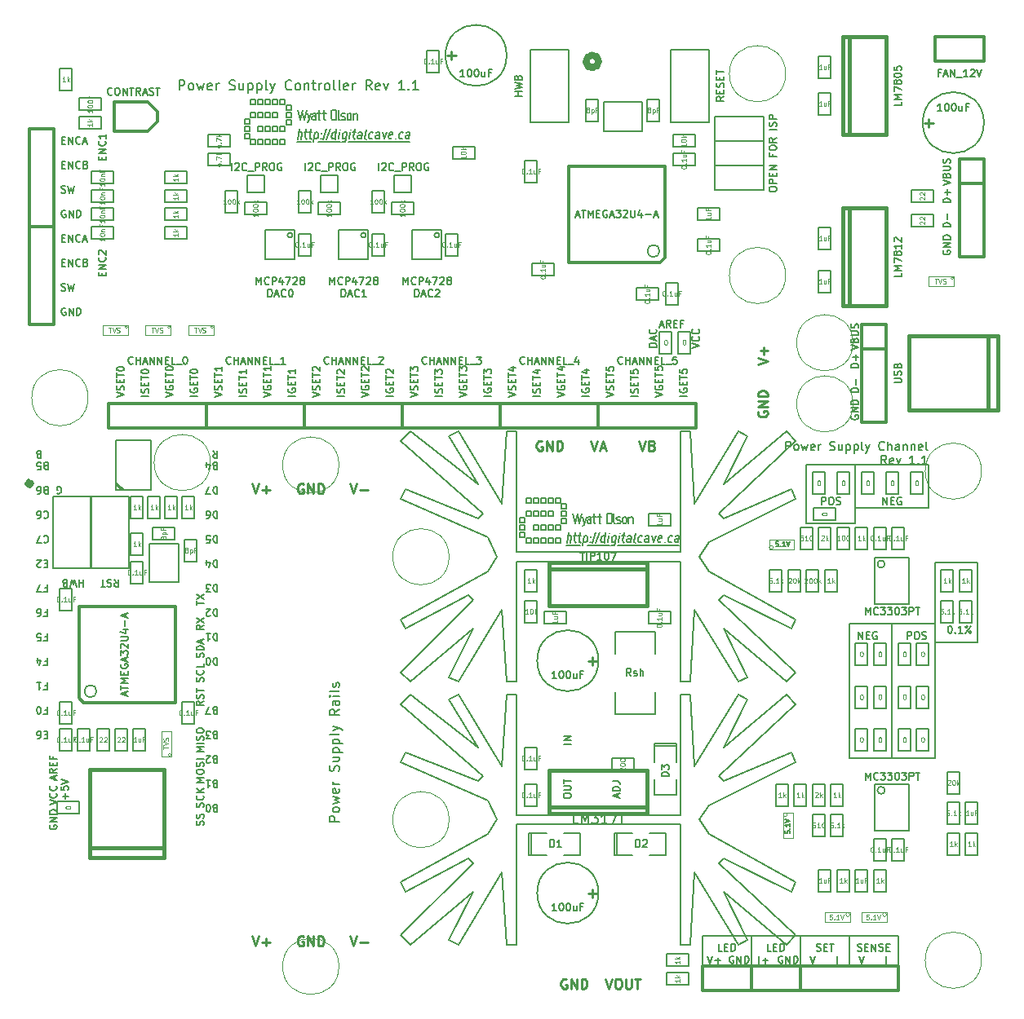
<source format=gto>
G04 (created by PCBNEW (2014-01-10 BZR 4027)-stable) date Thursday, June 18, 2015 'amt' 10:00:05 am*
%MOIN*%
G04 Gerber Fmt 3.4, Leading zero omitted, Abs format*
%FSLAX34Y34*%
G01*
G70*
G90*
G04 APERTURE LIST*
%ADD10C,0.00590551*%
%ADD11C,0.00787402*%
%ADD12C,0.0075*%
%ADD13C,0.01*%
%ADD14C,0.005*%
%ADD15C,0.008*%
%ADD16C,0.015*%
%ADD17C,0.012*%
%ADD18C,0.0059*%
%ADD19C,0.002*%
%ADD20C,0.0031*%
%ADD21C,0.0290551*%
%ADD22C,0.03*%
%ADD23C,0.0045*%
%ADD24C,0.0039*%
%ADD25C,0.0063*%
%ADD26C,0.01125*%
G04 APERTURE END LIST*
G54D10*
G54D11*
X47750Y-31900D02*
X47750Y-31250D01*
X45750Y-31900D02*
X47750Y-31900D01*
X45750Y-29500D02*
X45750Y-31900D01*
X50750Y-31250D02*
X49750Y-31250D01*
X50750Y-29500D02*
X50750Y-31250D01*
X49750Y-29500D02*
X50750Y-29500D01*
G54D12*
X51600Y-36071D02*
X51628Y-36071D01*
X51657Y-36085D01*
X51671Y-36100D01*
X51685Y-36128D01*
X51700Y-36185D01*
X51700Y-36257D01*
X51685Y-36314D01*
X51671Y-36342D01*
X51657Y-36357D01*
X51628Y-36371D01*
X51600Y-36371D01*
X51571Y-36357D01*
X51557Y-36342D01*
X51542Y-36314D01*
X51528Y-36257D01*
X51528Y-36185D01*
X51542Y-36128D01*
X51557Y-36100D01*
X51571Y-36085D01*
X51600Y-36071D01*
X51828Y-36342D02*
X51842Y-36357D01*
X51828Y-36371D01*
X51814Y-36357D01*
X51828Y-36342D01*
X51828Y-36371D01*
X52128Y-36371D02*
X51957Y-36371D01*
X52042Y-36371D02*
X52042Y-36071D01*
X52014Y-36114D01*
X51985Y-36142D01*
X51957Y-36157D01*
X52242Y-36371D02*
X52471Y-36071D01*
X52285Y-36071D02*
X52314Y-36085D01*
X52328Y-36114D01*
X52314Y-36142D01*
X52285Y-36157D01*
X52257Y-36142D01*
X52242Y-36114D01*
X52257Y-36085D01*
X52285Y-36071D01*
X52457Y-36357D02*
X52471Y-36328D01*
X52457Y-36300D01*
X52428Y-36285D01*
X52400Y-36300D01*
X52385Y-36328D01*
X52400Y-36357D01*
X52428Y-36371D01*
X52457Y-36357D01*
G54D11*
X51000Y-36750D02*
X51000Y-33500D01*
X52750Y-36750D02*
X51000Y-36750D01*
X52750Y-33500D02*
X52750Y-36750D01*
X51000Y-33500D02*
X52750Y-33500D01*
X49250Y-36000D02*
X49250Y-41500D01*
X47500Y-41500D02*
X47500Y-36000D01*
X51000Y-41500D02*
X47500Y-41500D01*
X51000Y-36000D02*
X51000Y-41500D01*
X47500Y-36000D02*
X51000Y-36000D01*
G54D12*
X47878Y-36621D02*
X47878Y-36321D01*
X48050Y-36621D01*
X48050Y-36321D01*
X48192Y-36464D02*
X48292Y-36464D01*
X48335Y-36621D02*
X48192Y-36621D01*
X48192Y-36321D01*
X48335Y-36321D01*
X48621Y-36335D02*
X48592Y-36321D01*
X48550Y-36321D01*
X48507Y-36335D01*
X48478Y-36364D01*
X48464Y-36392D01*
X48450Y-36450D01*
X48450Y-36492D01*
X48464Y-36550D01*
X48478Y-36578D01*
X48507Y-36607D01*
X48550Y-36621D01*
X48578Y-36621D01*
X48621Y-36607D01*
X48635Y-36592D01*
X48635Y-36492D01*
X48578Y-36492D01*
X39764Y-23785D02*
X39907Y-23785D01*
X39735Y-23871D02*
X39835Y-23571D01*
X39935Y-23871D01*
X40207Y-23871D02*
X40107Y-23728D01*
X40035Y-23871D02*
X40035Y-23571D01*
X40150Y-23571D01*
X40178Y-23585D01*
X40192Y-23600D01*
X40207Y-23628D01*
X40207Y-23671D01*
X40192Y-23700D01*
X40178Y-23714D01*
X40150Y-23728D01*
X40035Y-23728D01*
X40335Y-23714D02*
X40435Y-23714D01*
X40478Y-23871D02*
X40335Y-23871D01*
X40335Y-23571D01*
X40478Y-23571D01*
X40707Y-23714D02*
X40607Y-23714D01*
X40607Y-23871D02*
X40607Y-23571D01*
X40750Y-23571D01*
X41071Y-24721D02*
X41371Y-24621D01*
X41071Y-24521D01*
X41342Y-24250D02*
X41357Y-24264D01*
X41371Y-24307D01*
X41371Y-24335D01*
X41357Y-24378D01*
X41328Y-24407D01*
X41300Y-24421D01*
X41242Y-24435D01*
X41200Y-24435D01*
X41142Y-24421D01*
X41114Y-24407D01*
X41085Y-24378D01*
X41071Y-24335D01*
X41071Y-24307D01*
X41085Y-24264D01*
X41100Y-24250D01*
X41342Y-23950D02*
X41357Y-23964D01*
X41371Y-24007D01*
X41371Y-24035D01*
X41357Y-24078D01*
X41328Y-24107D01*
X41300Y-24121D01*
X41242Y-24135D01*
X41200Y-24135D01*
X41142Y-24121D01*
X41114Y-24107D01*
X41085Y-24078D01*
X41071Y-24035D01*
X41071Y-24007D01*
X41085Y-23964D01*
X41100Y-23950D01*
X39621Y-24678D02*
X39321Y-24678D01*
X39321Y-24607D01*
X39335Y-24564D01*
X39364Y-24535D01*
X39392Y-24521D01*
X39450Y-24507D01*
X39492Y-24507D01*
X39550Y-24521D01*
X39578Y-24535D01*
X39607Y-24564D01*
X39621Y-24607D01*
X39621Y-24678D01*
X39535Y-24392D02*
X39535Y-24250D01*
X39621Y-24421D02*
X39321Y-24321D01*
X39621Y-24221D01*
X39592Y-23950D02*
X39607Y-23964D01*
X39621Y-24007D01*
X39621Y-24035D01*
X39607Y-24078D01*
X39578Y-24107D01*
X39550Y-24121D01*
X39492Y-24135D01*
X39450Y-24135D01*
X39392Y-24121D01*
X39364Y-24107D01*
X39335Y-24078D01*
X39321Y-24035D01*
X39321Y-24007D01*
X39335Y-23964D01*
X39350Y-23950D01*
X49871Y-36621D02*
X49871Y-36321D01*
X49985Y-36321D01*
X50014Y-36335D01*
X50028Y-36350D01*
X50042Y-36378D01*
X50042Y-36421D01*
X50028Y-36450D01*
X50014Y-36464D01*
X49985Y-36478D01*
X49871Y-36478D01*
X50228Y-36321D02*
X50285Y-36321D01*
X50314Y-36335D01*
X50342Y-36364D01*
X50357Y-36421D01*
X50357Y-36521D01*
X50342Y-36578D01*
X50314Y-36607D01*
X50285Y-36621D01*
X50228Y-36621D01*
X50200Y-36607D01*
X50171Y-36578D01*
X50157Y-36521D01*
X50157Y-36421D01*
X50171Y-36364D01*
X50200Y-36335D01*
X50228Y-36321D01*
X50471Y-36607D02*
X50514Y-36621D01*
X50585Y-36621D01*
X50614Y-36607D01*
X50628Y-36592D01*
X50642Y-36564D01*
X50642Y-36535D01*
X50628Y-36507D01*
X50614Y-36492D01*
X50585Y-36478D01*
X50528Y-36464D01*
X50500Y-36450D01*
X50485Y-36435D01*
X50471Y-36407D01*
X50471Y-36378D01*
X50485Y-36350D01*
X50500Y-36335D01*
X50528Y-36321D01*
X50600Y-36321D01*
X50642Y-36335D01*
G54D11*
X49750Y-29500D02*
X45750Y-29500D01*
X47750Y-31250D02*
X49750Y-31250D01*
X47750Y-29500D02*
X47750Y-31250D01*
G54D12*
X48878Y-31121D02*
X48878Y-30821D01*
X49050Y-31121D01*
X49050Y-30821D01*
X49192Y-30964D02*
X49292Y-30964D01*
X49335Y-31121D02*
X49192Y-31121D01*
X49192Y-30821D01*
X49335Y-30821D01*
X49621Y-30835D02*
X49592Y-30821D01*
X49550Y-30821D01*
X49507Y-30835D01*
X49478Y-30864D01*
X49464Y-30892D01*
X49450Y-30950D01*
X49450Y-30992D01*
X49464Y-31050D01*
X49478Y-31078D01*
X49507Y-31107D01*
X49550Y-31121D01*
X49578Y-31121D01*
X49621Y-31107D01*
X49635Y-31092D01*
X49635Y-30992D01*
X49578Y-30992D01*
X46371Y-31121D02*
X46371Y-30821D01*
X46485Y-30821D01*
X46514Y-30835D01*
X46528Y-30850D01*
X46542Y-30878D01*
X46542Y-30921D01*
X46528Y-30950D01*
X46514Y-30964D01*
X46485Y-30978D01*
X46371Y-30978D01*
X46728Y-30821D02*
X46785Y-30821D01*
X46814Y-30835D01*
X46842Y-30864D01*
X46857Y-30921D01*
X46857Y-31021D01*
X46842Y-31078D01*
X46814Y-31107D01*
X46785Y-31121D01*
X46728Y-31121D01*
X46700Y-31107D01*
X46671Y-31078D01*
X46657Y-31021D01*
X46657Y-30921D01*
X46671Y-30864D01*
X46700Y-30835D01*
X46728Y-30821D01*
X46971Y-31107D02*
X47014Y-31121D01*
X47085Y-31121D01*
X47114Y-31107D01*
X47128Y-31092D01*
X47142Y-31064D01*
X47142Y-31035D01*
X47128Y-31007D01*
X47114Y-30992D01*
X47085Y-30978D01*
X47028Y-30964D01*
X47000Y-30950D01*
X46985Y-30935D01*
X46971Y-30907D01*
X46971Y-30878D01*
X46985Y-30850D01*
X47000Y-30835D01*
X47028Y-30821D01*
X47100Y-30821D01*
X47142Y-30835D01*
X44916Y-28891D02*
X44916Y-28541D01*
X45050Y-28541D01*
X45083Y-28558D01*
X45100Y-28575D01*
X45116Y-28608D01*
X45116Y-28658D01*
X45100Y-28691D01*
X45083Y-28708D01*
X45050Y-28725D01*
X44916Y-28725D01*
X45316Y-28891D02*
X45283Y-28875D01*
X45266Y-28858D01*
X45250Y-28825D01*
X45250Y-28725D01*
X45266Y-28691D01*
X45283Y-28675D01*
X45316Y-28658D01*
X45366Y-28658D01*
X45400Y-28675D01*
X45416Y-28691D01*
X45433Y-28725D01*
X45433Y-28825D01*
X45416Y-28858D01*
X45400Y-28875D01*
X45366Y-28891D01*
X45316Y-28891D01*
X45550Y-28658D02*
X45616Y-28891D01*
X45683Y-28725D01*
X45750Y-28891D01*
X45816Y-28658D01*
X46083Y-28875D02*
X46050Y-28891D01*
X45983Y-28891D01*
X45950Y-28875D01*
X45933Y-28841D01*
X45933Y-28708D01*
X45950Y-28675D01*
X45983Y-28658D01*
X46050Y-28658D01*
X46083Y-28675D01*
X46100Y-28708D01*
X46100Y-28741D01*
X45933Y-28775D01*
X46250Y-28891D02*
X46250Y-28658D01*
X46250Y-28725D02*
X46266Y-28691D01*
X46283Y-28675D01*
X46316Y-28658D01*
X46350Y-28658D01*
X46716Y-28875D02*
X46766Y-28891D01*
X46850Y-28891D01*
X46883Y-28875D01*
X46900Y-28858D01*
X46916Y-28825D01*
X46916Y-28791D01*
X46900Y-28758D01*
X46883Y-28741D01*
X46850Y-28725D01*
X46783Y-28708D01*
X46750Y-28691D01*
X46733Y-28675D01*
X46716Y-28641D01*
X46716Y-28608D01*
X46733Y-28575D01*
X46750Y-28558D01*
X46783Y-28541D01*
X46866Y-28541D01*
X46916Y-28558D01*
X47216Y-28658D02*
X47216Y-28891D01*
X47066Y-28658D02*
X47066Y-28841D01*
X47083Y-28875D01*
X47116Y-28891D01*
X47166Y-28891D01*
X47200Y-28875D01*
X47216Y-28858D01*
X47383Y-28658D02*
X47383Y-29008D01*
X47383Y-28675D02*
X47416Y-28658D01*
X47483Y-28658D01*
X47516Y-28675D01*
X47533Y-28691D01*
X47550Y-28725D01*
X47550Y-28825D01*
X47533Y-28858D01*
X47516Y-28875D01*
X47483Y-28891D01*
X47416Y-28891D01*
X47383Y-28875D01*
X47700Y-28658D02*
X47700Y-29008D01*
X47700Y-28675D02*
X47733Y-28658D01*
X47800Y-28658D01*
X47833Y-28675D01*
X47850Y-28691D01*
X47866Y-28725D01*
X47866Y-28825D01*
X47850Y-28858D01*
X47833Y-28875D01*
X47800Y-28891D01*
X47733Y-28891D01*
X47700Y-28875D01*
X48066Y-28891D02*
X48033Y-28875D01*
X48016Y-28841D01*
X48016Y-28541D01*
X48166Y-28658D02*
X48250Y-28891D01*
X48333Y-28658D02*
X48250Y-28891D01*
X48216Y-28975D01*
X48200Y-28991D01*
X48166Y-29008D01*
X48933Y-28858D02*
X48916Y-28875D01*
X48866Y-28891D01*
X48833Y-28891D01*
X48783Y-28875D01*
X48750Y-28841D01*
X48733Y-28808D01*
X48716Y-28741D01*
X48716Y-28691D01*
X48733Y-28625D01*
X48750Y-28591D01*
X48783Y-28558D01*
X48833Y-28541D01*
X48866Y-28541D01*
X48916Y-28558D01*
X48933Y-28575D01*
X49083Y-28891D02*
X49083Y-28541D01*
X49233Y-28891D02*
X49233Y-28708D01*
X49216Y-28675D01*
X49183Y-28658D01*
X49133Y-28658D01*
X49100Y-28675D01*
X49083Y-28691D01*
X49550Y-28891D02*
X49550Y-28708D01*
X49533Y-28675D01*
X49500Y-28658D01*
X49433Y-28658D01*
X49400Y-28675D01*
X49550Y-28875D02*
X49516Y-28891D01*
X49433Y-28891D01*
X49400Y-28875D01*
X49383Y-28841D01*
X49383Y-28808D01*
X49400Y-28775D01*
X49433Y-28758D01*
X49516Y-28758D01*
X49550Y-28741D01*
X49716Y-28658D02*
X49716Y-28891D01*
X49716Y-28691D02*
X49733Y-28675D01*
X49766Y-28658D01*
X49816Y-28658D01*
X49850Y-28675D01*
X49866Y-28708D01*
X49866Y-28891D01*
X50033Y-28658D02*
X50033Y-28891D01*
X50033Y-28691D02*
X50050Y-28675D01*
X50083Y-28658D01*
X50133Y-28658D01*
X50166Y-28675D01*
X50183Y-28708D01*
X50183Y-28891D01*
X50483Y-28875D02*
X50450Y-28891D01*
X50383Y-28891D01*
X50350Y-28875D01*
X50333Y-28841D01*
X50333Y-28708D01*
X50350Y-28675D01*
X50383Y-28658D01*
X50450Y-28658D01*
X50483Y-28675D01*
X50500Y-28708D01*
X50500Y-28741D01*
X50333Y-28775D01*
X50700Y-28891D02*
X50666Y-28875D01*
X50650Y-28841D01*
X50650Y-28541D01*
X49016Y-29456D02*
X48900Y-29290D01*
X48816Y-29456D02*
X48816Y-29106D01*
X48950Y-29106D01*
X48983Y-29123D01*
X49000Y-29140D01*
X49016Y-29173D01*
X49016Y-29223D01*
X49000Y-29256D01*
X48983Y-29273D01*
X48950Y-29290D01*
X48816Y-29290D01*
X49300Y-29440D02*
X49266Y-29456D01*
X49200Y-29456D01*
X49166Y-29440D01*
X49150Y-29406D01*
X49150Y-29273D01*
X49166Y-29240D01*
X49200Y-29223D01*
X49266Y-29223D01*
X49300Y-29240D01*
X49316Y-29273D01*
X49316Y-29306D01*
X49150Y-29340D01*
X49433Y-29223D02*
X49516Y-29456D01*
X49600Y-29223D01*
X50183Y-29456D02*
X49983Y-29456D01*
X50083Y-29456D02*
X50083Y-29106D01*
X50050Y-29156D01*
X50016Y-29190D01*
X49983Y-29206D01*
X50333Y-29423D02*
X50350Y-29440D01*
X50333Y-29456D01*
X50316Y-29440D01*
X50333Y-29423D01*
X50333Y-29456D01*
X50683Y-29456D02*
X50483Y-29456D01*
X50583Y-29456D02*
X50583Y-29106D01*
X50550Y-29156D01*
X50516Y-29190D01*
X50483Y-29206D01*
X26661Y-44078D02*
X26261Y-44078D01*
X26261Y-43926D01*
X26280Y-43888D01*
X26300Y-43869D01*
X26338Y-43849D01*
X26395Y-43849D01*
X26433Y-43869D01*
X26452Y-43888D01*
X26471Y-43926D01*
X26471Y-44078D01*
X26661Y-43621D02*
X26642Y-43659D01*
X26623Y-43678D01*
X26585Y-43697D01*
X26471Y-43697D01*
X26433Y-43678D01*
X26414Y-43659D01*
X26395Y-43621D01*
X26395Y-43564D01*
X26414Y-43526D01*
X26433Y-43507D01*
X26471Y-43488D01*
X26585Y-43488D01*
X26623Y-43507D01*
X26642Y-43526D01*
X26661Y-43564D01*
X26661Y-43621D01*
X26395Y-43354D02*
X26661Y-43278D01*
X26471Y-43202D01*
X26661Y-43126D01*
X26395Y-43049D01*
X26642Y-42745D02*
X26661Y-42783D01*
X26661Y-42859D01*
X26642Y-42897D01*
X26604Y-42916D01*
X26452Y-42916D01*
X26414Y-42897D01*
X26395Y-42859D01*
X26395Y-42783D01*
X26414Y-42745D01*
X26452Y-42726D01*
X26490Y-42726D01*
X26528Y-42916D01*
X26661Y-42554D02*
X26395Y-42554D01*
X26471Y-42554D02*
X26433Y-42535D01*
X26414Y-42516D01*
X26395Y-42478D01*
X26395Y-42440D01*
X26642Y-42021D02*
X26661Y-41964D01*
X26661Y-41869D01*
X26642Y-41830D01*
X26623Y-41811D01*
X26585Y-41792D01*
X26547Y-41792D01*
X26509Y-41811D01*
X26490Y-41830D01*
X26471Y-41869D01*
X26452Y-41945D01*
X26433Y-41983D01*
X26414Y-42002D01*
X26376Y-42021D01*
X26338Y-42021D01*
X26300Y-42002D01*
X26280Y-41983D01*
X26261Y-41945D01*
X26261Y-41850D01*
X26280Y-41792D01*
X26395Y-41450D02*
X26661Y-41450D01*
X26395Y-41621D02*
X26604Y-41621D01*
X26642Y-41602D01*
X26661Y-41564D01*
X26661Y-41507D01*
X26642Y-41469D01*
X26623Y-41450D01*
X26395Y-41259D02*
X26795Y-41259D01*
X26414Y-41259D02*
X26395Y-41221D01*
X26395Y-41145D01*
X26414Y-41107D01*
X26433Y-41088D01*
X26471Y-41069D01*
X26585Y-41069D01*
X26623Y-41088D01*
X26642Y-41107D01*
X26661Y-41145D01*
X26661Y-41221D01*
X26642Y-41259D01*
X26395Y-40897D02*
X26795Y-40897D01*
X26414Y-40897D02*
X26395Y-40859D01*
X26395Y-40783D01*
X26414Y-40745D01*
X26433Y-40726D01*
X26471Y-40707D01*
X26585Y-40707D01*
X26623Y-40726D01*
X26642Y-40745D01*
X26661Y-40783D01*
X26661Y-40859D01*
X26642Y-40897D01*
X26661Y-40478D02*
X26642Y-40516D01*
X26604Y-40535D01*
X26261Y-40535D01*
X26395Y-40364D02*
X26661Y-40269D01*
X26395Y-40173D02*
X26661Y-40269D01*
X26757Y-40307D01*
X26776Y-40326D01*
X26795Y-40364D01*
X26661Y-39488D02*
X26471Y-39621D01*
X26661Y-39716D02*
X26261Y-39716D01*
X26261Y-39564D01*
X26280Y-39526D01*
X26300Y-39507D01*
X26338Y-39488D01*
X26395Y-39488D01*
X26433Y-39507D01*
X26452Y-39526D01*
X26471Y-39564D01*
X26471Y-39716D01*
X26661Y-39145D02*
X26452Y-39145D01*
X26414Y-39164D01*
X26395Y-39202D01*
X26395Y-39278D01*
X26414Y-39316D01*
X26642Y-39145D02*
X26661Y-39183D01*
X26661Y-39278D01*
X26642Y-39316D01*
X26604Y-39335D01*
X26566Y-39335D01*
X26528Y-39316D01*
X26509Y-39278D01*
X26509Y-39183D01*
X26490Y-39145D01*
X26661Y-38954D02*
X26395Y-38954D01*
X26261Y-38954D02*
X26280Y-38973D01*
X26300Y-38954D01*
X26280Y-38935D01*
X26261Y-38954D01*
X26300Y-38954D01*
X26661Y-38707D02*
X26642Y-38745D01*
X26604Y-38764D01*
X26261Y-38764D01*
X26642Y-38573D02*
X26661Y-38535D01*
X26661Y-38459D01*
X26642Y-38421D01*
X26604Y-38402D01*
X26585Y-38402D01*
X26547Y-38421D01*
X26528Y-38459D01*
X26528Y-38516D01*
X26509Y-38554D01*
X26471Y-38573D01*
X26452Y-38573D01*
X26414Y-38554D01*
X26395Y-38516D01*
X26395Y-38459D01*
X26414Y-38421D01*
X51335Y-20728D02*
X51321Y-20757D01*
X51321Y-20800D01*
X51335Y-20842D01*
X51364Y-20871D01*
X51392Y-20885D01*
X51450Y-20900D01*
X51492Y-20900D01*
X51550Y-20885D01*
X51578Y-20871D01*
X51607Y-20842D01*
X51621Y-20800D01*
X51621Y-20771D01*
X51607Y-20728D01*
X51592Y-20714D01*
X51492Y-20714D01*
X51492Y-20771D01*
X51621Y-20585D02*
X51321Y-20585D01*
X51621Y-20414D01*
X51321Y-20414D01*
X51621Y-20271D02*
X51321Y-20271D01*
X51321Y-20200D01*
X51335Y-20157D01*
X51364Y-20128D01*
X51392Y-20114D01*
X51450Y-20100D01*
X51492Y-20100D01*
X51550Y-20114D01*
X51578Y-20128D01*
X51607Y-20157D01*
X51621Y-20200D01*
X51621Y-20271D01*
X51621Y-19764D02*
X51321Y-19764D01*
X51321Y-19692D01*
X51335Y-19650D01*
X51364Y-19621D01*
X51392Y-19607D01*
X51450Y-19592D01*
X51492Y-19592D01*
X51550Y-19607D01*
X51578Y-19621D01*
X51607Y-19650D01*
X51621Y-19692D01*
X51621Y-19764D01*
X51507Y-19464D02*
X51507Y-19235D01*
X51621Y-18764D02*
X51321Y-18764D01*
X51321Y-18692D01*
X51335Y-18650D01*
X51364Y-18621D01*
X51392Y-18607D01*
X51450Y-18592D01*
X51492Y-18592D01*
X51550Y-18607D01*
X51578Y-18621D01*
X51607Y-18650D01*
X51621Y-18692D01*
X51621Y-18764D01*
X51507Y-18464D02*
X51507Y-18235D01*
X51621Y-18350D02*
X51392Y-18350D01*
X51321Y-18050D02*
X51621Y-17950D01*
X51321Y-17850D01*
X51464Y-17649D02*
X51478Y-17607D01*
X51492Y-17592D01*
X51521Y-17578D01*
X51564Y-17578D01*
X51592Y-17592D01*
X51607Y-17607D01*
X51621Y-17635D01*
X51621Y-17749D01*
X51321Y-17749D01*
X51321Y-17649D01*
X51335Y-17621D01*
X51350Y-17607D01*
X51378Y-17592D01*
X51407Y-17592D01*
X51435Y-17607D01*
X51450Y-17621D01*
X51464Y-17649D01*
X51464Y-17749D01*
X51321Y-17449D02*
X51564Y-17449D01*
X51592Y-17435D01*
X51607Y-17421D01*
X51621Y-17392D01*
X51621Y-17335D01*
X51607Y-17307D01*
X51592Y-17292D01*
X51564Y-17278D01*
X51321Y-17278D01*
X51607Y-17149D02*
X51621Y-17107D01*
X51621Y-17035D01*
X51607Y-17007D01*
X51592Y-16992D01*
X51564Y-16978D01*
X51535Y-16978D01*
X51507Y-16992D01*
X51492Y-17007D01*
X51478Y-17035D01*
X51464Y-17092D01*
X51450Y-17121D01*
X51435Y-17135D01*
X51407Y-17149D01*
X51378Y-17149D01*
X51350Y-17135D01*
X51335Y-17121D01*
X51321Y-17092D01*
X51321Y-17021D01*
X51335Y-16978D01*
X47571Y-24800D02*
X47871Y-24700D01*
X47571Y-24600D01*
X47714Y-24399D02*
X47728Y-24357D01*
X47742Y-24342D01*
X47771Y-24328D01*
X47814Y-24328D01*
X47842Y-24342D01*
X47857Y-24357D01*
X47871Y-24385D01*
X47871Y-24499D01*
X47571Y-24499D01*
X47571Y-24399D01*
X47585Y-24371D01*
X47600Y-24357D01*
X47628Y-24342D01*
X47657Y-24342D01*
X47685Y-24357D01*
X47700Y-24371D01*
X47714Y-24399D01*
X47714Y-24499D01*
X47571Y-24199D02*
X47814Y-24199D01*
X47842Y-24185D01*
X47857Y-24171D01*
X47871Y-24142D01*
X47871Y-24085D01*
X47857Y-24057D01*
X47842Y-24042D01*
X47814Y-24028D01*
X47571Y-24028D01*
X47857Y-23899D02*
X47871Y-23857D01*
X47871Y-23785D01*
X47857Y-23757D01*
X47842Y-23742D01*
X47814Y-23728D01*
X47785Y-23728D01*
X47757Y-23742D01*
X47742Y-23757D01*
X47728Y-23785D01*
X47714Y-23842D01*
X47700Y-23871D01*
X47685Y-23885D01*
X47657Y-23899D01*
X47628Y-23899D01*
X47600Y-23885D01*
X47585Y-23871D01*
X47571Y-23842D01*
X47571Y-23771D01*
X47585Y-23728D01*
X47871Y-25514D02*
X47571Y-25514D01*
X47571Y-25442D01*
X47585Y-25400D01*
X47614Y-25371D01*
X47642Y-25357D01*
X47700Y-25342D01*
X47742Y-25342D01*
X47800Y-25357D01*
X47828Y-25371D01*
X47857Y-25400D01*
X47871Y-25442D01*
X47871Y-25514D01*
X47757Y-25214D02*
X47757Y-24985D01*
X47871Y-25100D02*
X47642Y-25100D01*
X47871Y-26514D02*
X47571Y-26514D01*
X47571Y-26442D01*
X47585Y-26400D01*
X47614Y-26371D01*
X47642Y-26357D01*
X47700Y-26342D01*
X47742Y-26342D01*
X47800Y-26357D01*
X47828Y-26371D01*
X47857Y-26400D01*
X47871Y-26442D01*
X47871Y-26514D01*
X47757Y-26214D02*
X47757Y-25985D01*
X47585Y-27478D02*
X47571Y-27507D01*
X47571Y-27550D01*
X47585Y-27592D01*
X47614Y-27621D01*
X47642Y-27635D01*
X47700Y-27650D01*
X47742Y-27650D01*
X47800Y-27635D01*
X47828Y-27621D01*
X47857Y-27592D01*
X47871Y-27550D01*
X47871Y-27521D01*
X47857Y-27478D01*
X47842Y-27464D01*
X47742Y-27464D01*
X47742Y-27521D01*
X47871Y-27335D02*
X47571Y-27335D01*
X47871Y-27164D01*
X47571Y-27164D01*
X47871Y-27021D02*
X47571Y-27021D01*
X47571Y-26950D01*
X47585Y-26907D01*
X47614Y-26878D01*
X47642Y-26864D01*
X47700Y-26850D01*
X47742Y-26850D01*
X47800Y-26864D01*
X47828Y-26878D01*
X47857Y-26907D01*
X47871Y-26950D01*
X47871Y-27021D01*
X20123Y-14161D02*
X20123Y-13761D01*
X20276Y-13761D01*
X20314Y-13780D01*
X20333Y-13800D01*
X20352Y-13838D01*
X20352Y-13895D01*
X20333Y-13933D01*
X20314Y-13952D01*
X20276Y-13971D01*
X20123Y-13971D01*
X20580Y-14161D02*
X20542Y-14142D01*
X20523Y-14123D01*
X20504Y-14085D01*
X20504Y-13971D01*
X20523Y-13933D01*
X20542Y-13914D01*
X20580Y-13895D01*
X20638Y-13895D01*
X20676Y-13914D01*
X20695Y-13933D01*
X20714Y-13971D01*
X20714Y-14085D01*
X20695Y-14123D01*
X20676Y-14142D01*
X20638Y-14161D01*
X20580Y-14161D01*
X20847Y-13895D02*
X20923Y-14161D01*
X21000Y-13971D01*
X21076Y-14161D01*
X21152Y-13895D01*
X21457Y-14142D02*
X21419Y-14161D01*
X21342Y-14161D01*
X21304Y-14142D01*
X21285Y-14104D01*
X21285Y-13952D01*
X21304Y-13914D01*
X21342Y-13895D01*
X21419Y-13895D01*
X21457Y-13914D01*
X21476Y-13952D01*
X21476Y-13990D01*
X21285Y-14028D01*
X21647Y-14161D02*
X21647Y-13895D01*
X21647Y-13971D02*
X21666Y-13933D01*
X21685Y-13914D01*
X21723Y-13895D01*
X21761Y-13895D01*
X22180Y-14142D02*
X22238Y-14161D01*
X22333Y-14161D01*
X22371Y-14142D01*
X22390Y-14123D01*
X22409Y-14085D01*
X22409Y-14047D01*
X22390Y-14009D01*
X22371Y-13990D01*
X22333Y-13971D01*
X22257Y-13952D01*
X22219Y-13933D01*
X22200Y-13914D01*
X22180Y-13876D01*
X22180Y-13838D01*
X22200Y-13800D01*
X22219Y-13780D01*
X22257Y-13761D01*
X22352Y-13761D01*
X22409Y-13780D01*
X22752Y-13895D02*
X22752Y-14161D01*
X22580Y-13895D02*
X22580Y-14104D01*
X22600Y-14142D01*
X22638Y-14161D01*
X22695Y-14161D01*
X22733Y-14142D01*
X22752Y-14123D01*
X22942Y-13895D02*
X22942Y-14295D01*
X22942Y-13914D02*
X22980Y-13895D01*
X23057Y-13895D01*
X23095Y-13914D01*
X23114Y-13933D01*
X23133Y-13971D01*
X23133Y-14085D01*
X23114Y-14123D01*
X23095Y-14142D01*
X23057Y-14161D01*
X22980Y-14161D01*
X22942Y-14142D01*
X23304Y-13895D02*
X23304Y-14295D01*
X23304Y-13914D02*
X23342Y-13895D01*
X23419Y-13895D01*
X23457Y-13914D01*
X23476Y-13933D01*
X23495Y-13971D01*
X23495Y-14085D01*
X23476Y-14123D01*
X23457Y-14142D01*
X23419Y-14161D01*
X23342Y-14161D01*
X23304Y-14142D01*
X23723Y-14161D02*
X23685Y-14142D01*
X23666Y-14104D01*
X23666Y-13761D01*
X23838Y-13895D02*
X23933Y-14161D01*
X24028Y-13895D02*
X23933Y-14161D01*
X23895Y-14257D01*
X23876Y-14276D01*
X23838Y-14295D01*
X24714Y-14123D02*
X24695Y-14142D01*
X24638Y-14161D01*
X24600Y-14161D01*
X24542Y-14142D01*
X24504Y-14104D01*
X24485Y-14066D01*
X24466Y-13990D01*
X24466Y-13933D01*
X24485Y-13857D01*
X24504Y-13819D01*
X24542Y-13780D01*
X24600Y-13761D01*
X24638Y-13761D01*
X24695Y-13780D01*
X24714Y-13800D01*
X24942Y-14161D02*
X24904Y-14142D01*
X24885Y-14123D01*
X24866Y-14085D01*
X24866Y-13971D01*
X24885Y-13933D01*
X24904Y-13914D01*
X24942Y-13895D01*
X25000Y-13895D01*
X25038Y-13914D01*
X25057Y-13933D01*
X25076Y-13971D01*
X25076Y-14085D01*
X25057Y-14123D01*
X25038Y-14142D01*
X25000Y-14161D01*
X24942Y-14161D01*
X25247Y-13895D02*
X25247Y-14161D01*
X25247Y-13933D02*
X25266Y-13914D01*
X25304Y-13895D01*
X25361Y-13895D01*
X25400Y-13914D01*
X25419Y-13952D01*
X25419Y-14161D01*
X25552Y-13895D02*
X25704Y-13895D01*
X25609Y-13761D02*
X25609Y-14104D01*
X25628Y-14142D01*
X25666Y-14161D01*
X25704Y-14161D01*
X25838Y-14161D02*
X25838Y-13895D01*
X25838Y-13971D02*
X25857Y-13933D01*
X25876Y-13914D01*
X25914Y-13895D01*
X25952Y-13895D01*
X26142Y-14161D02*
X26104Y-14142D01*
X26085Y-14123D01*
X26066Y-14085D01*
X26066Y-13971D01*
X26085Y-13933D01*
X26104Y-13914D01*
X26142Y-13895D01*
X26199Y-13895D01*
X26238Y-13914D01*
X26257Y-13933D01*
X26276Y-13971D01*
X26276Y-14085D01*
X26257Y-14123D01*
X26238Y-14142D01*
X26199Y-14161D01*
X26142Y-14161D01*
X26504Y-14161D02*
X26466Y-14142D01*
X26447Y-14104D01*
X26447Y-13761D01*
X26714Y-14161D02*
X26676Y-14142D01*
X26657Y-14104D01*
X26657Y-13761D01*
X27019Y-14142D02*
X26980Y-14161D01*
X26904Y-14161D01*
X26866Y-14142D01*
X26847Y-14104D01*
X26847Y-13952D01*
X26866Y-13914D01*
X26904Y-13895D01*
X26980Y-13895D01*
X27019Y-13914D01*
X27038Y-13952D01*
X27038Y-13990D01*
X26847Y-14028D01*
X27209Y-14161D02*
X27209Y-13895D01*
X27209Y-13971D02*
X27228Y-13933D01*
X27247Y-13914D01*
X27285Y-13895D01*
X27323Y-13895D01*
X27990Y-14161D02*
X27857Y-13971D01*
X27761Y-14161D02*
X27761Y-13761D01*
X27914Y-13761D01*
X27952Y-13780D01*
X27971Y-13800D01*
X27990Y-13838D01*
X27990Y-13895D01*
X27971Y-13933D01*
X27952Y-13952D01*
X27914Y-13971D01*
X27761Y-13971D01*
X28314Y-14142D02*
X28276Y-14161D01*
X28199Y-14161D01*
X28161Y-14142D01*
X28142Y-14104D01*
X28142Y-13952D01*
X28161Y-13914D01*
X28199Y-13895D01*
X28276Y-13895D01*
X28314Y-13914D01*
X28333Y-13952D01*
X28333Y-13990D01*
X28142Y-14028D01*
X28466Y-13895D02*
X28561Y-14161D01*
X28657Y-13895D01*
X29323Y-14161D02*
X29095Y-14161D01*
X29209Y-14161D02*
X29209Y-13761D01*
X29171Y-13819D01*
X29133Y-13857D01*
X29095Y-13876D01*
X29495Y-14123D02*
X29514Y-14142D01*
X29495Y-14161D01*
X29476Y-14142D01*
X29495Y-14123D01*
X29495Y-14161D01*
X29895Y-14161D02*
X29666Y-14161D01*
X29780Y-14161D02*
X29780Y-13761D01*
X29742Y-13819D01*
X29704Y-13857D01*
X29666Y-13876D01*
X17378Y-14342D02*
X17364Y-14357D01*
X17321Y-14371D01*
X17292Y-14371D01*
X17250Y-14357D01*
X17221Y-14328D01*
X17207Y-14300D01*
X17192Y-14242D01*
X17192Y-14200D01*
X17207Y-14142D01*
X17221Y-14114D01*
X17250Y-14085D01*
X17292Y-14071D01*
X17321Y-14071D01*
X17364Y-14085D01*
X17378Y-14100D01*
X17564Y-14071D02*
X17621Y-14071D01*
X17650Y-14085D01*
X17678Y-14114D01*
X17692Y-14171D01*
X17692Y-14271D01*
X17678Y-14328D01*
X17650Y-14357D01*
X17621Y-14371D01*
X17564Y-14371D01*
X17535Y-14357D01*
X17507Y-14328D01*
X17492Y-14271D01*
X17492Y-14171D01*
X17507Y-14114D01*
X17535Y-14085D01*
X17564Y-14071D01*
X17821Y-14371D02*
X17821Y-14071D01*
X17992Y-14371D01*
X17992Y-14071D01*
X18092Y-14071D02*
X18264Y-14071D01*
X18178Y-14371D02*
X18178Y-14071D01*
X18535Y-14371D02*
X18435Y-14228D01*
X18364Y-14371D02*
X18364Y-14071D01*
X18478Y-14071D01*
X18507Y-14085D01*
X18521Y-14100D01*
X18535Y-14128D01*
X18535Y-14171D01*
X18521Y-14200D01*
X18507Y-14214D01*
X18478Y-14228D01*
X18364Y-14228D01*
X18650Y-14285D02*
X18792Y-14285D01*
X18621Y-14371D02*
X18721Y-14071D01*
X18821Y-14371D01*
X18907Y-14357D02*
X18950Y-14371D01*
X19021Y-14371D01*
X19050Y-14357D01*
X19064Y-14342D01*
X19078Y-14314D01*
X19078Y-14285D01*
X19064Y-14257D01*
X19050Y-14242D01*
X19021Y-14228D01*
X18964Y-14214D01*
X18935Y-14200D01*
X18921Y-14185D01*
X18907Y-14157D01*
X18907Y-14128D01*
X18921Y-14100D01*
X18935Y-14085D01*
X18964Y-14071D01*
X19035Y-14071D01*
X19078Y-14085D01*
X19164Y-14071D02*
X19335Y-14071D01*
X19250Y-14371D02*
X19250Y-14071D01*
X15321Y-20214D02*
X15421Y-20214D01*
X15464Y-20371D02*
X15321Y-20371D01*
X15321Y-20071D01*
X15464Y-20071D01*
X15592Y-20371D02*
X15592Y-20071D01*
X15764Y-20371D01*
X15764Y-20071D01*
X16078Y-20342D02*
X16064Y-20357D01*
X16021Y-20371D01*
X15992Y-20371D01*
X15950Y-20357D01*
X15921Y-20328D01*
X15907Y-20300D01*
X15892Y-20242D01*
X15892Y-20200D01*
X15907Y-20142D01*
X15921Y-20114D01*
X15950Y-20085D01*
X15992Y-20071D01*
X16021Y-20071D01*
X16064Y-20085D01*
X16078Y-20100D01*
X16192Y-20285D02*
X16335Y-20285D01*
X16164Y-20371D02*
X16264Y-20071D01*
X16364Y-20371D01*
X15321Y-21214D02*
X15421Y-21214D01*
X15464Y-21371D02*
X15321Y-21371D01*
X15321Y-21071D01*
X15464Y-21071D01*
X15592Y-21371D02*
X15592Y-21071D01*
X15764Y-21371D01*
X15764Y-21071D01*
X16078Y-21342D02*
X16064Y-21357D01*
X16021Y-21371D01*
X15992Y-21371D01*
X15950Y-21357D01*
X15921Y-21328D01*
X15907Y-21300D01*
X15892Y-21242D01*
X15892Y-21200D01*
X15907Y-21142D01*
X15921Y-21114D01*
X15950Y-21085D01*
X15992Y-21071D01*
X16021Y-21071D01*
X16064Y-21085D01*
X16078Y-21100D01*
X16307Y-21214D02*
X16350Y-21228D01*
X16364Y-21242D01*
X16378Y-21271D01*
X16378Y-21314D01*
X16364Y-21342D01*
X16350Y-21357D01*
X16321Y-21371D01*
X16207Y-21371D01*
X16207Y-21071D01*
X16307Y-21071D01*
X16335Y-21085D01*
X16350Y-21100D01*
X16364Y-21128D01*
X16364Y-21157D01*
X16350Y-21185D01*
X16335Y-21200D01*
X16307Y-21214D01*
X16207Y-21214D01*
X15307Y-22357D02*
X15350Y-22371D01*
X15421Y-22371D01*
X15450Y-22357D01*
X15464Y-22342D01*
X15478Y-22314D01*
X15478Y-22285D01*
X15464Y-22257D01*
X15450Y-22242D01*
X15421Y-22228D01*
X15364Y-22214D01*
X15335Y-22200D01*
X15321Y-22185D01*
X15307Y-22157D01*
X15307Y-22128D01*
X15321Y-22100D01*
X15335Y-22085D01*
X15364Y-22071D01*
X15435Y-22071D01*
X15478Y-22085D01*
X15578Y-22071D02*
X15650Y-22371D01*
X15707Y-22157D01*
X15764Y-22371D01*
X15835Y-22071D01*
X15478Y-23085D02*
X15450Y-23071D01*
X15407Y-23071D01*
X15364Y-23085D01*
X15335Y-23114D01*
X15321Y-23142D01*
X15307Y-23200D01*
X15307Y-23242D01*
X15321Y-23300D01*
X15335Y-23328D01*
X15364Y-23357D01*
X15407Y-23371D01*
X15435Y-23371D01*
X15478Y-23357D01*
X15492Y-23342D01*
X15492Y-23242D01*
X15435Y-23242D01*
X15621Y-23371D02*
X15621Y-23071D01*
X15792Y-23371D01*
X15792Y-23071D01*
X15935Y-23371D02*
X15935Y-23071D01*
X16007Y-23071D01*
X16050Y-23085D01*
X16078Y-23114D01*
X16092Y-23142D01*
X16107Y-23200D01*
X16107Y-23242D01*
X16092Y-23300D01*
X16078Y-23328D01*
X16050Y-23357D01*
X16007Y-23371D01*
X15935Y-23371D01*
X15478Y-19085D02*
X15450Y-19071D01*
X15407Y-19071D01*
X15364Y-19085D01*
X15335Y-19114D01*
X15321Y-19142D01*
X15307Y-19200D01*
X15307Y-19242D01*
X15321Y-19300D01*
X15335Y-19328D01*
X15364Y-19357D01*
X15407Y-19371D01*
X15435Y-19371D01*
X15478Y-19357D01*
X15492Y-19342D01*
X15492Y-19242D01*
X15435Y-19242D01*
X15621Y-19371D02*
X15621Y-19071D01*
X15792Y-19371D01*
X15792Y-19071D01*
X15935Y-19371D02*
X15935Y-19071D01*
X16007Y-19071D01*
X16050Y-19085D01*
X16078Y-19114D01*
X16092Y-19142D01*
X16107Y-19200D01*
X16107Y-19242D01*
X16092Y-19300D01*
X16078Y-19328D01*
X16050Y-19357D01*
X16007Y-19371D01*
X15935Y-19371D01*
X15307Y-18357D02*
X15350Y-18371D01*
X15421Y-18371D01*
X15450Y-18357D01*
X15464Y-18342D01*
X15478Y-18314D01*
X15478Y-18285D01*
X15464Y-18257D01*
X15450Y-18242D01*
X15421Y-18228D01*
X15364Y-18214D01*
X15335Y-18200D01*
X15321Y-18185D01*
X15307Y-18157D01*
X15307Y-18128D01*
X15321Y-18100D01*
X15335Y-18085D01*
X15364Y-18071D01*
X15435Y-18071D01*
X15478Y-18085D01*
X15578Y-18071D02*
X15650Y-18371D01*
X15707Y-18157D01*
X15764Y-18371D01*
X15835Y-18071D01*
X15321Y-17214D02*
X15421Y-17214D01*
X15464Y-17371D02*
X15321Y-17371D01*
X15321Y-17071D01*
X15464Y-17071D01*
X15592Y-17371D02*
X15592Y-17071D01*
X15764Y-17371D01*
X15764Y-17071D01*
X16078Y-17342D02*
X16064Y-17357D01*
X16021Y-17371D01*
X15992Y-17371D01*
X15950Y-17357D01*
X15921Y-17328D01*
X15907Y-17300D01*
X15892Y-17242D01*
X15892Y-17200D01*
X15907Y-17142D01*
X15921Y-17114D01*
X15950Y-17085D01*
X15992Y-17071D01*
X16021Y-17071D01*
X16064Y-17085D01*
X16078Y-17100D01*
X16307Y-17214D02*
X16350Y-17228D01*
X16364Y-17242D01*
X16378Y-17271D01*
X16378Y-17314D01*
X16364Y-17342D01*
X16350Y-17357D01*
X16321Y-17371D01*
X16207Y-17371D01*
X16207Y-17071D01*
X16307Y-17071D01*
X16335Y-17085D01*
X16350Y-17100D01*
X16364Y-17128D01*
X16364Y-17157D01*
X16350Y-17185D01*
X16335Y-17200D01*
X16307Y-17214D01*
X16207Y-17214D01*
X15321Y-16214D02*
X15421Y-16214D01*
X15464Y-16371D02*
X15321Y-16371D01*
X15321Y-16071D01*
X15464Y-16071D01*
X15592Y-16371D02*
X15592Y-16071D01*
X15764Y-16371D01*
X15764Y-16071D01*
X16078Y-16342D02*
X16064Y-16357D01*
X16021Y-16371D01*
X15992Y-16371D01*
X15950Y-16357D01*
X15921Y-16328D01*
X15907Y-16300D01*
X15892Y-16242D01*
X15892Y-16200D01*
X15907Y-16142D01*
X15921Y-16114D01*
X15950Y-16085D01*
X15992Y-16071D01*
X16021Y-16071D01*
X16064Y-16085D01*
X16078Y-16100D01*
X16192Y-16285D02*
X16335Y-16285D01*
X16164Y-16371D02*
X16264Y-16071D01*
X16364Y-16371D01*
X40871Y-26678D02*
X40571Y-26678D01*
X40585Y-26378D02*
X40571Y-26407D01*
X40571Y-26450D01*
X40585Y-26492D01*
X40614Y-26521D01*
X40642Y-26535D01*
X40700Y-26550D01*
X40742Y-26550D01*
X40800Y-26535D01*
X40828Y-26521D01*
X40857Y-26492D01*
X40871Y-26450D01*
X40871Y-26421D01*
X40857Y-26378D01*
X40842Y-26364D01*
X40742Y-26364D01*
X40742Y-26421D01*
X40714Y-26235D02*
X40714Y-26135D01*
X40871Y-26092D02*
X40871Y-26235D01*
X40571Y-26235D01*
X40571Y-26092D01*
X40571Y-26007D02*
X40571Y-25835D01*
X40871Y-25921D02*
X40571Y-25921D01*
X40571Y-25592D02*
X40571Y-25735D01*
X40714Y-25750D01*
X40700Y-25735D01*
X40685Y-25707D01*
X40685Y-25635D01*
X40700Y-25607D01*
X40714Y-25592D01*
X40742Y-25578D01*
X40814Y-25578D01*
X40842Y-25592D01*
X40857Y-25607D01*
X40871Y-25635D01*
X40871Y-25707D01*
X40857Y-25735D01*
X40842Y-25750D01*
X36871Y-26678D02*
X36571Y-26678D01*
X36585Y-26378D02*
X36571Y-26407D01*
X36571Y-26450D01*
X36585Y-26492D01*
X36614Y-26521D01*
X36642Y-26535D01*
X36700Y-26550D01*
X36742Y-26550D01*
X36800Y-26535D01*
X36828Y-26521D01*
X36857Y-26492D01*
X36871Y-26450D01*
X36871Y-26421D01*
X36857Y-26378D01*
X36842Y-26364D01*
X36742Y-26364D01*
X36742Y-26421D01*
X36714Y-26235D02*
X36714Y-26135D01*
X36871Y-26092D02*
X36871Y-26235D01*
X36571Y-26235D01*
X36571Y-26092D01*
X36571Y-26007D02*
X36571Y-25835D01*
X36871Y-25921D02*
X36571Y-25921D01*
X36671Y-25607D02*
X36871Y-25607D01*
X36557Y-25678D02*
X36771Y-25750D01*
X36771Y-25564D01*
X32871Y-26678D02*
X32571Y-26678D01*
X32585Y-26378D02*
X32571Y-26407D01*
X32571Y-26450D01*
X32585Y-26492D01*
X32614Y-26521D01*
X32642Y-26535D01*
X32700Y-26550D01*
X32742Y-26550D01*
X32800Y-26535D01*
X32828Y-26521D01*
X32857Y-26492D01*
X32871Y-26450D01*
X32871Y-26421D01*
X32857Y-26378D01*
X32842Y-26364D01*
X32742Y-26364D01*
X32742Y-26421D01*
X32714Y-26235D02*
X32714Y-26135D01*
X32871Y-26092D02*
X32871Y-26235D01*
X32571Y-26235D01*
X32571Y-26092D01*
X32571Y-26007D02*
X32571Y-25835D01*
X32871Y-25921D02*
X32571Y-25921D01*
X32571Y-25764D02*
X32571Y-25578D01*
X32685Y-25678D01*
X32685Y-25635D01*
X32700Y-25607D01*
X32714Y-25592D01*
X32742Y-25578D01*
X32814Y-25578D01*
X32842Y-25592D01*
X32857Y-25607D01*
X32871Y-25635D01*
X32871Y-25721D01*
X32857Y-25750D01*
X32842Y-25764D01*
X28871Y-26678D02*
X28571Y-26678D01*
X28585Y-26378D02*
X28571Y-26407D01*
X28571Y-26450D01*
X28585Y-26492D01*
X28614Y-26521D01*
X28642Y-26535D01*
X28700Y-26550D01*
X28742Y-26550D01*
X28800Y-26535D01*
X28828Y-26521D01*
X28857Y-26492D01*
X28871Y-26450D01*
X28871Y-26421D01*
X28857Y-26378D01*
X28842Y-26364D01*
X28742Y-26364D01*
X28742Y-26421D01*
X28714Y-26235D02*
X28714Y-26135D01*
X28871Y-26092D02*
X28871Y-26235D01*
X28571Y-26235D01*
X28571Y-26092D01*
X28571Y-26007D02*
X28571Y-25835D01*
X28871Y-25921D02*
X28571Y-25921D01*
X28600Y-25750D02*
X28585Y-25735D01*
X28571Y-25707D01*
X28571Y-25635D01*
X28585Y-25607D01*
X28600Y-25592D01*
X28628Y-25578D01*
X28657Y-25578D01*
X28700Y-25592D01*
X28871Y-25764D01*
X28871Y-25578D01*
X24871Y-26678D02*
X24571Y-26678D01*
X24585Y-26378D02*
X24571Y-26407D01*
X24571Y-26450D01*
X24585Y-26492D01*
X24614Y-26521D01*
X24642Y-26535D01*
X24700Y-26550D01*
X24742Y-26550D01*
X24800Y-26535D01*
X24828Y-26521D01*
X24857Y-26492D01*
X24871Y-26450D01*
X24871Y-26421D01*
X24857Y-26378D01*
X24842Y-26364D01*
X24742Y-26364D01*
X24742Y-26421D01*
X24714Y-26235D02*
X24714Y-26135D01*
X24871Y-26092D02*
X24871Y-26235D01*
X24571Y-26235D01*
X24571Y-26092D01*
X24571Y-26007D02*
X24571Y-25835D01*
X24871Y-25921D02*
X24571Y-25921D01*
X24871Y-25578D02*
X24871Y-25750D01*
X24871Y-25664D02*
X24571Y-25664D01*
X24614Y-25692D01*
X24642Y-25721D01*
X24657Y-25750D01*
X39571Y-26721D02*
X39871Y-26621D01*
X39571Y-26521D01*
X39585Y-26264D02*
X39571Y-26292D01*
X39571Y-26335D01*
X39585Y-26378D01*
X39614Y-26407D01*
X39642Y-26421D01*
X39700Y-26435D01*
X39742Y-26435D01*
X39800Y-26421D01*
X39828Y-26407D01*
X39857Y-26378D01*
X39871Y-26335D01*
X39871Y-26307D01*
X39857Y-26264D01*
X39842Y-26250D01*
X39742Y-26250D01*
X39742Y-26307D01*
X39714Y-26121D02*
X39714Y-26021D01*
X39871Y-25978D02*
X39871Y-26121D01*
X39571Y-26121D01*
X39571Y-25978D01*
X39571Y-25892D02*
X39571Y-25721D01*
X39871Y-25807D02*
X39571Y-25807D01*
X39571Y-25478D02*
X39571Y-25621D01*
X39714Y-25635D01*
X39700Y-25621D01*
X39685Y-25592D01*
X39685Y-25521D01*
X39700Y-25492D01*
X39714Y-25478D01*
X39742Y-25464D01*
X39814Y-25464D01*
X39842Y-25478D01*
X39857Y-25492D01*
X39871Y-25521D01*
X39871Y-25592D01*
X39857Y-25621D01*
X39842Y-25635D01*
X35571Y-26721D02*
X35871Y-26621D01*
X35571Y-26521D01*
X35585Y-26264D02*
X35571Y-26292D01*
X35571Y-26335D01*
X35585Y-26378D01*
X35614Y-26407D01*
X35642Y-26421D01*
X35700Y-26435D01*
X35742Y-26435D01*
X35800Y-26421D01*
X35828Y-26407D01*
X35857Y-26378D01*
X35871Y-26335D01*
X35871Y-26307D01*
X35857Y-26264D01*
X35842Y-26250D01*
X35742Y-26250D01*
X35742Y-26307D01*
X35714Y-26121D02*
X35714Y-26021D01*
X35871Y-25978D02*
X35871Y-26121D01*
X35571Y-26121D01*
X35571Y-25978D01*
X35571Y-25892D02*
X35571Y-25721D01*
X35871Y-25807D02*
X35571Y-25807D01*
X35671Y-25492D02*
X35871Y-25492D01*
X35557Y-25564D02*
X35771Y-25635D01*
X35771Y-25450D01*
X31571Y-26721D02*
X31871Y-26621D01*
X31571Y-26521D01*
X31585Y-26264D02*
X31571Y-26292D01*
X31571Y-26335D01*
X31585Y-26378D01*
X31614Y-26407D01*
X31642Y-26421D01*
X31700Y-26435D01*
X31742Y-26435D01*
X31800Y-26421D01*
X31828Y-26407D01*
X31857Y-26378D01*
X31871Y-26335D01*
X31871Y-26307D01*
X31857Y-26264D01*
X31842Y-26250D01*
X31742Y-26250D01*
X31742Y-26307D01*
X31714Y-26121D02*
X31714Y-26021D01*
X31871Y-25978D02*
X31871Y-26121D01*
X31571Y-26121D01*
X31571Y-25978D01*
X31571Y-25892D02*
X31571Y-25721D01*
X31871Y-25807D02*
X31571Y-25807D01*
X31571Y-25650D02*
X31571Y-25464D01*
X31685Y-25564D01*
X31685Y-25521D01*
X31700Y-25492D01*
X31714Y-25478D01*
X31742Y-25464D01*
X31814Y-25464D01*
X31842Y-25478D01*
X31857Y-25492D01*
X31871Y-25521D01*
X31871Y-25607D01*
X31857Y-25635D01*
X31842Y-25650D01*
X27571Y-26721D02*
X27871Y-26621D01*
X27571Y-26521D01*
X27585Y-26264D02*
X27571Y-26292D01*
X27571Y-26335D01*
X27585Y-26378D01*
X27614Y-26407D01*
X27642Y-26421D01*
X27700Y-26435D01*
X27742Y-26435D01*
X27800Y-26421D01*
X27828Y-26407D01*
X27857Y-26378D01*
X27871Y-26335D01*
X27871Y-26307D01*
X27857Y-26264D01*
X27842Y-26250D01*
X27742Y-26250D01*
X27742Y-26307D01*
X27714Y-26121D02*
X27714Y-26021D01*
X27871Y-25978D02*
X27871Y-26121D01*
X27571Y-26121D01*
X27571Y-25978D01*
X27571Y-25892D02*
X27571Y-25721D01*
X27871Y-25807D02*
X27571Y-25807D01*
X27600Y-25635D02*
X27585Y-25621D01*
X27571Y-25592D01*
X27571Y-25521D01*
X27585Y-25492D01*
X27600Y-25478D01*
X27628Y-25464D01*
X27657Y-25464D01*
X27700Y-25478D01*
X27871Y-25650D01*
X27871Y-25464D01*
X23571Y-26721D02*
X23871Y-26621D01*
X23571Y-26521D01*
X23585Y-26264D02*
X23571Y-26292D01*
X23571Y-26335D01*
X23585Y-26378D01*
X23614Y-26407D01*
X23642Y-26421D01*
X23700Y-26435D01*
X23742Y-26435D01*
X23800Y-26421D01*
X23828Y-26407D01*
X23857Y-26378D01*
X23871Y-26335D01*
X23871Y-26307D01*
X23857Y-26264D01*
X23842Y-26250D01*
X23742Y-26250D01*
X23742Y-26307D01*
X23714Y-26121D02*
X23714Y-26021D01*
X23871Y-25978D02*
X23871Y-26121D01*
X23571Y-26121D01*
X23571Y-25978D01*
X23571Y-25892D02*
X23571Y-25721D01*
X23871Y-25807D02*
X23571Y-25807D01*
X23871Y-25464D02*
X23871Y-25635D01*
X23871Y-25550D02*
X23571Y-25550D01*
X23614Y-25578D01*
X23642Y-25607D01*
X23657Y-25635D01*
X20871Y-26678D02*
X20571Y-26678D01*
X20585Y-26378D02*
X20571Y-26407D01*
X20571Y-26450D01*
X20585Y-26492D01*
X20614Y-26521D01*
X20642Y-26535D01*
X20700Y-26550D01*
X20742Y-26550D01*
X20800Y-26535D01*
X20828Y-26521D01*
X20857Y-26492D01*
X20871Y-26450D01*
X20871Y-26421D01*
X20857Y-26378D01*
X20842Y-26364D01*
X20742Y-26364D01*
X20742Y-26421D01*
X20714Y-26235D02*
X20714Y-26135D01*
X20871Y-26092D02*
X20871Y-26235D01*
X20571Y-26235D01*
X20571Y-26092D01*
X20571Y-26007D02*
X20571Y-25835D01*
X20871Y-25921D02*
X20571Y-25921D01*
X20571Y-25678D02*
X20571Y-25650D01*
X20585Y-25621D01*
X20600Y-25607D01*
X20628Y-25592D01*
X20685Y-25578D01*
X20757Y-25578D01*
X20814Y-25592D01*
X20842Y-25607D01*
X20857Y-25621D01*
X20871Y-25650D01*
X20871Y-25678D01*
X20857Y-25707D01*
X20842Y-25721D01*
X20814Y-25735D01*
X20757Y-25750D01*
X20685Y-25750D01*
X20628Y-25735D01*
X20600Y-25721D01*
X20585Y-25707D01*
X20571Y-25678D01*
X19571Y-26721D02*
X19871Y-26621D01*
X19571Y-26521D01*
X19585Y-26264D02*
X19571Y-26292D01*
X19571Y-26335D01*
X19585Y-26378D01*
X19614Y-26407D01*
X19642Y-26421D01*
X19700Y-26435D01*
X19742Y-26435D01*
X19800Y-26421D01*
X19828Y-26407D01*
X19857Y-26378D01*
X19871Y-26335D01*
X19871Y-26307D01*
X19857Y-26264D01*
X19842Y-26250D01*
X19742Y-26250D01*
X19742Y-26307D01*
X19714Y-26121D02*
X19714Y-26021D01*
X19871Y-25978D02*
X19871Y-26121D01*
X19571Y-26121D01*
X19571Y-25978D01*
X19571Y-25892D02*
X19571Y-25721D01*
X19871Y-25807D02*
X19571Y-25807D01*
X19571Y-25564D02*
X19571Y-25535D01*
X19585Y-25507D01*
X19600Y-25492D01*
X19628Y-25478D01*
X19685Y-25464D01*
X19757Y-25464D01*
X19814Y-25478D01*
X19842Y-25492D01*
X19857Y-25507D01*
X19871Y-25535D01*
X19871Y-25564D01*
X19857Y-25592D01*
X19842Y-25607D01*
X19814Y-25621D01*
X19757Y-25635D01*
X19685Y-25635D01*
X19628Y-25621D01*
X19600Y-25607D01*
X19585Y-25592D01*
X19571Y-25564D01*
X38871Y-26678D02*
X38571Y-26678D01*
X38857Y-26550D02*
X38871Y-26507D01*
X38871Y-26435D01*
X38857Y-26407D01*
X38842Y-26392D01*
X38814Y-26378D01*
X38785Y-26378D01*
X38757Y-26392D01*
X38742Y-26407D01*
X38728Y-26435D01*
X38714Y-26492D01*
X38700Y-26521D01*
X38685Y-26535D01*
X38657Y-26550D01*
X38628Y-26550D01*
X38600Y-26535D01*
X38585Y-26521D01*
X38571Y-26492D01*
X38571Y-26421D01*
X38585Y-26378D01*
X38714Y-26250D02*
X38714Y-26150D01*
X38871Y-26107D02*
X38871Y-26250D01*
X38571Y-26250D01*
X38571Y-26107D01*
X38571Y-26021D02*
X38571Y-25850D01*
X38871Y-25935D02*
X38571Y-25935D01*
X38571Y-25607D02*
X38571Y-25750D01*
X38714Y-25764D01*
X38700Y-25750D01*
X38685Y-25721D01*
X38685Y-25650D01*
X38700Y-25621D01*
X38714Y-25607D01*
X38742Y-25592D01*
X38814Y-25592D01*
X38842Y-25607D01*
X38857Y-25621D01*
X38871Y-25650D01*
X38871Y-25721D01*
X38857Y-25750D01*
X38842Y-25764D01*
X34871Y-26678D02*
X34571Y-26678D01*
X34857Y-26550D02*
X34871Y-26507D01*
X34871Y-26435D01*
X34857Y-26407D01*
X34842Y-26392D01*
X34814Y-26378D01*
X34785Y-26378D01*
X34757Y-26392D01*
X34742Y-26407D01*
X34728Y-26435D01*
X34714Y-26492D01*
X34700Y-26521D01*
X34685Y-26535D01*
X34657Y-26550D01*
X34628Y-26550D01*
X34600Y-26535D01*
X34585Y-26521D01*
X34571Y-26492D01*
X34571Y-26421D01*
X34585Y-26378D01*
X34714Y-26250D02*
X34714Y-26150D01*
X34871Y-26107D02*
X34871Y-26250D01*
X34571Y-26250D01*
X34571Y-26107D01*
X34571Y-26021D02*
X34571Y-25850D01*
X34871Y-25935D02*
X34571Y-25935D01*
X34671Y-25621D02*
X34871Y-25621D01*
X34557Y-25692D02*
X34771Y-25764D01*
X34771Y-25578D01*
X30871Y-26678D02*
X30571Y-26678D01*
X30857Y-26550D02*
X30871Y-26507D01*
X30871Y-26435D01*
X30857Y-26407D01*
X30842Y-26392D01*
X30814Y-26378D01*
X30785Y-26378D01*
X30757Y-26392D01*
X30742Y-26407D01*
X30728Y-26435D01*
X30714Y-26492D01*
X30700Y-26521D01*
X30685Y-26535D01*
X30657Y-26550D01*
X30628Y-26550D01*
X30600Y-26535D01*
X30585Y-26521D01*
X30571Y-26492D01*
X30571Y-26421D01*
X30585Y-26378D01*
X30714Y-26250D02*
X30714Y-26150D01*
X30871Y-26107D02*
X30871Y-26250D01*
X30571Y-26250D01*
X30571Y-26107D01*
X30571Y-26021D02*
X30571Y-25850D01*
X30871Y-25935D02*
X30571Y-25935D01*
X30571Y-25778D02*
X30571Y-25592D01*
X30685Y-25692D01*
X30685Y-25650D01*
X30700Y-25621D01*
X30714Y-25607D01*
X30742Y-25592D01*
X30814Y-25592D01*
X30842Y-25607D01*
X30857Y-25621D01*
X30871Y-25650D01*
X30871Y-25735D01*
X30857Y-25764D01*
X30842Y-25778D01*
X26871Y-26678D02*
X26571Y-26678D01*
X26857Y-26550D02*
X26871Y-26507D01*
X26871Y-26435D01*
X26857Y-26407D01*
X26842Y-26392D01*
X26814Y-26378D01*
X26785Y-26378D01*
X26757Y-26392D01*
X26742Y-26407D01*
X26728Y-26435D01*
X26714Y-26492D01*
X26700Y-26521D01*
X26685Y-26535D01*
X26657Y-26550D01*
X26628Y-26550D01*
X26600Y-26535D01*
X26585Y-26521D01*
X26571Y-26492D01*
X26571Y-26421D01*
X26585Y-26378D01*
X26714Y-26250D02*
X26714Y-26150D01*
X26871Y-26107D02*
X26871Y-26250D01*
X26571Y-26250D01*
X26571Y-26107D01*
X26571Y-26021D02*
X26571Y-25850D01*
X26871Y-25935D02*
X26571Y-25935D01*
X26600Y-25764D02*
X26585Y-25750D01*
X26571Y-25721D01*
X26571Y-25650D01*
X26585Y-25621D01*
X26600Y-25607D01*
X26628Y-25592D01*
X26657Y-25592D01*
X26700Y-25607D01*
X26871Y-25778D01*
X26871Y-25592D01*
X22871Y-26678D02*
X22571Y-26678D01*
X22857Y-26550D02*
X22871Y-26507D01*
X22871Y-26435D01*
X22857Y-26407D01*
X22842Y-26392D01*
X22814Y-26378D01*
X22785Y-26378D01*
X22757Y-26392D01*
X22742Y-26407D01*
X22728Y-26435D01*
X22714Y-26492D01*
X22700Y-26521D01*
X22685Y-26535D01*
X22657Y-26550D01*
X22628Y-26550D01*
X22600Y-26535D01*
X22585Y-26521D01*
X22571Y-26492D01*
X22571Y-26421D01*
X22585Y-26378D01*
X22714Y-26250D02*
X22714Y-26150D01*
X22871Y-26107D02*
X22871Y-26250D01*
X22571Y-26250D01*
X22571Y-26107D01*
X22571Y-26021D02*
X22571Y-25850D01*
X22871Y-25935D02*
X22571Y-25935D01*
X22871Y-25592D02*
X22871Y-25764D01*
X22871Y-25678D02*
X22571Y-25678D01*
X22614Y-25707D01*
X22642Y-25735D01*
X22657Y-25764D01*
X18871Y-26678D02*
X18571Y-26678D01*
X18857Y-26550D02*
X18871Y-26507D01*
X18871Y-26435D01*
X18857Y-26407D01*
X18842Y-26392D01*
X18814Y-26378D01*
X18785Y-26378D01*
X18757Y-26392D01*
X18742Y-26407D01*
X18728Y-26435D01*
X18714Y-26492D01*
X18700Y-26521D01*
X18685Y-26535D01*
X18657Y-26550D01*
X18628Y-26550D01*
X18600Y-26535D01*
X18585Y-26521D01*
X18571Y-26492D01*
X18571Y-26421D01*
X18585Y-26378D01*
X18714Y-26250D02*
X18714Y-26150D01*
X18871Y-26107D02*
X18871Y-26250D01*
X18571Y-26250D01*
X18571Y-26107D01*
X18571Y-26021D02*
X18571Y-25850D01*
X18871Y-25935D02*
X18571Y-25935D01*
X18571Y-25692D02*
X18571Y-25664D01*
X18585Y-25635D01*
X18600Y-25621D01*
X18628Y-25607D01*
X18685Y-25592D01*
X18757Y-25592D01*
X18814Y-25607D01*
X18842Y-25621D01*
X18857Y-25635D01*
X18871Y-25664D01*
X18871Y-25692D01*
X18857Y-25721D01*
X18842Y-25735D01*
X18814Y-25750D01*
X18757Y-25764D01*
X18685Y-25764D01*
X18628Y-25750D01*
X18600Y-25735D01*
X18585Y-25721D01*
X18571Y-25692D01*
X37571Y-26721D02*
X37871Y-26621D01*
X37571Y-26521D01*
X37857Y-26435D02*
X37871Y-26392D01*
X37871Y-26321D01*
X37857Y-26292D01*
X37842Y-26278D01*
X37814Y-26264D01*
X37785Y-26264D01*
X37757Y-26278D01*
X37742Y-26292D01*
X37728Y-26321D01*
X37714Y-26378D01*
X37700Y-26407D01*
X37685Y-26421D01*
X37657Y-26435D01*
X37628Y-26435D01*
X37600Y-26421D01*
X37585Y-26407D01*
X37571Y-26378D01*
X37571Y-26307D01*
X37585Y-26264D01*
X37714Y-26135D02*
X37714Y-26035D01*
X37871Y-25992D02*
X37871Y-26135D01*
X37571Y-26135D01*
X37571Y-25992D01*
X37571Y-25907D02*
X37571Y-25735D01*
X37871Y-25821D02*
X37571Y-25821D01*
X37571Y-25492D02*
X37571Y-25635D01*
X37714Y-25650D01*
X37700Y-25635D01*
X37685Y-25607D01*
X37685Y-25535D01*
X37700Y-25507D01*
X37714Y-25492D01*
X37742Y-25478D01*
X37814Y-25478D01*
X37842Y-25492D01*
X37857Y-25507D01*
X37871Y-25535D01*
X37871Y-25607D01*
X37857Y-25635D01*
X37842Y-25650D01*
X33571Y-26721D02*
X33871Y-26621D01*
X33571Y-26521D01*
X33857Y-26435D02*
X33871Y-26392D01*
X33871Y-26321D01*
X33857Y-26292D01*
X33842Y-26278D01*
X33814Y-26264D01*
X33785Y-26264D01*
X33757Y-26278D01*
X33742Y-26292D01*
X33728Y-26321D01*
X33714Y-26378D01*
X33700Y-26407D01*
X33685Y-26421D01*
X33657Y-26435D01*
X33628Y-26435D01*
X33600Y-26421D01*
X33585Y-26407D01*
X33571Y-26378D01*
X33571Y-26307D01*
X33585Y-26264D01*
X33714Y-26135D02*
X33714Y-26035D01*
X33871Y-25992D02*
X33871Y-26135D01*
X33571Y-26135D01*
X33571Y-25992D01*
X33571Y-25907D02*
X33571Y-25735D01*
X33871Y-25821D02*
X33571Y-25821D01*
X33671Y-25507D02*
X33871Y-25507D01*
X33557Y-25578D02*
X33771Y-25650D01*
X33771Y-25464D01*
X29571Y-26721D02*
X29871Y-26621D01*
X29571Y-26521D01*
X29857Y-26435D02*
X29871Y-26392D01*
X29871Y-26321D01*
X29857Y-26292D01*
X29842Y-26278D01*
X29814Y-26264D01*
X29785Y-26264D01*
X29757Y-26278D01*
X29742Y-26292D01*
X29728Y-26321D01*
X29714Y-26378D01*
X29700Y-26407D01*
X29685Y-26421D01*
X29657Y-26435D01*
X29628Y-26435D01*
X29600Y-26421D01*
X29585Y-26407D01*
X29571Y-26378D01*
X29571Y-26307D01*
X29585Y-26264D01*
X29714Y-26135D02*
X29714Y-26035D01*
X29871Y-25992D02*
X29871Y-26135D01*
X29571Y-26135D01*
X29571Y-25992D01*
X29571Y-25907D02*
X29571Y-25735D01*
X29871Y-25821D02*
X29571Y-25821D01*
X29571Y-25664D02*
X29571Y-25478D01*
X29685Y-25578D01*
X29685Y-25535D01*
X29700Y-25507D01*
X29714Y-25492D01*
X29742Y-25478D01*
X29814Y-25478D01*
X29842Y-25492D01*
X29857Y-25507D01*
X29871Y-25535D01*
X29871Y-25621D01*
X29857Y-25650D01*
X29842Y-25664D01*
X25571Y-26721D02*
X25871Y-26621D01*
X25571Y-26521D01*
X25857Y-26435D02*
X25871Y-26392D01*
X25871Y-26321D01*
X25857Y-26292D01*
X25842Y-26278D01*
X25814Y-26264D01*
X25785Y-26264D01*
X25757Y-26278D01*
X25742Y-26292D01*
X25728Y-26321D01*
X25714Y-26378D01*
X25700Y-26407D01*
X25685Y-26421D01*
X25657Y-26435D01*
X25628Y-26435D01*
X25600Y-26421D01*
X25585Y-26407D01*
X25571Y-26378D01*
X25571Y-26307D01*
X25585Y-26264D01*
X25714Y-26135D02*
X25714Y-26035D01*
X25871Y-25992D02*
X25871Y-26135D01*
X25571Y-26135D01*
X25571Y-25992D01*
X25571Y-25907D02*
X25571Y-25735D01*
X25871Y-25821D02*
X25571Y-25821D01*
X25600Y-25650D02*
X25585Y-25635D01*
X25571Y-25607D01*
X25571Y-25535D01*
X25585Y-25507D01*
X25600Y-25492D01*
X25628Y-25478D01*
X25657Y-25478D01*
X25700Y-25492D01*
X25871Y-25664D01*
X25871Y-25478D01*
X21571Y-26721D02*
X21871Y-26621D01*
X21571Y-26521D01*
X21857Y-26435D02*
X21871Y-26392D01*
X21871Y-26321D01*
X21857Y-26292D01*
X21842Y-26278D01*
X21814Y-26264D01*
X21785Y-26264D01*
X21757Y-26278D01*
X21742Y-26292D01*
X21728Y-26321D01*
X21714Y-26378D01*
X21700Y-26407D01*
X21685Y-26421D01*
X21657Y-26435D01*
X21628Y-26435D01*
X21600Y-26421D01*
X21585Y-26407D01*
X21571Y-26378D01*
X21571Y-26307D01*
X21585Y-26264D01*
X21714Y-26135D02*
X21714Y-26035D01*
X21871Y-25992D02*
X21871Y-26135D01*
X21571Y-26135D01*
X21571Y-25992D01*
X21571Y-25907D02*
X21571Y-25735D01*
X21871Y-25821D02*
X21571Y-25821D01*
X21871Y-25478D02*
X21871Y-25650D01*
X21871Y-25564D02*
X21571Y-25564D01*
X21614Y-25592D01*
X21642Y-25621D01*
X21657Y-25650D01*
X17571Y-26721D02*
X17871Y-26621D01*
X17571Y-26521D01*
X17857Y-26435D02*
X17871Y-26392D01*
X17871Y-26321D01*
X17857Y-26292D01*
X17842Y-26278D01*
X17814Y-26264D01*
X17785Y-26264D01*
X17757Y-26278D01*
X17742Y-26292D01*
X17728Y-26321D01*
X17714Y-26378D01*
X17700Y-26407D01*
X17685Y-26421D01*
X17657Y-26435D01*
X17628Y-26435D01*
X17600Y-26421D01*
X17585Y-26407D01*
X17571Y-26378D01*
X17571Y-26307D01*
X17585Y-26264D01*
X17714Y-26135D02*
X17714Y-26035D01*
X17871Y-25992D02*
X17871Y-26135D01*
X17571Y-26135D01*
X17571Y-25992D01*
X17571Y-25907D02*
X17571Y-25735D01*
X17871Y-25821D02*
X17571Y-25821D01*
X17571Y-25578D02*
X17571Y-25550D01*
X17585Y-25521D01*
X17600Y-25507D01*
X17628Y-25492D01*
X17685Y-25478D01*
X17757Y-25478D01*
X17814Y-25492D01*
X17842Y-25507D01*
X17857Y-25521D01*
X17871Y-25550D01*
X17871Y-25578D01*
X17857Y-25607D01*
X17842Y-25621D01*
X17814Y-25635D01*
X17757Y-25650D01*
X17685Y-25650D01*
X17628Y-25635D01*
X17600Y-25621D01*
X17585Y-25607D01*
X17571Y-25578D01*
G54D13*
X43780Y-27304D02*
X43761Y-27342D01*
X43761Y-27400D01*
X43780Y-27457D01*
X43819Y-27495D01*
X43857Y-27514D01*
X43933Y-27533D01*
X43990Y-27533D01*
X44066Y-27514D01*
X44104Y-27495D01*
X44142Y-27457D01*
X44161Y-27400D01*
X44161Y-27361D01*
X44142Y-27304D01*
X44123Y-27285D01*
X43990Y-27285D01*
X43990Y-27361D01*
X44161Y-27114D02*
X43761Y-27114D01*
X44161Y-26885D01*
X43761Y-26885D01*
X44161Y-26695D02*
X43761Y-26695D01*
X43761Y-26599D01*
X43780Y-26542D01*
X43819Y-26504D01*
X43857Y-26485D01*
X43933Y-26466D01*
X43990Y-26466D01*
X44066Y-26485D01*
X44104Y-26504D01*
X44142Y-26542D01*
X44161Y-26599D01*
X44161Y-26695D01*
X43761Y-25380D02*
X44161Y-25247D01*
X43761Y-25114D01*
X44009Y-24980D02*
X44009Y-24676D01*
X44161Y-24828D02*
X43857Y-24828D01*
X23119Y-48761D02*
X23252Y-49161D01*
X23385Y-48761D01*
X23519Y-49009D02*
X23823Y-49009D01*
X23671Y-49161D02*
X23671Y-48857D01*
X27119Y-48761D02*
X27252Y-49161D01*
X27385Y-48761D01*
X27519Y-49009D02*
X27823Y-49009D01*
X25195Y-48780D02*
X25157Y-48761D01*
X25100Y-48761D01*
X25042Y-48780D01*
X25004Y-48819D01*
X24985Y-48857D01*
X24966Y-48933D01*
X24966Y-48990D01*
X24985Y-49066D01*
X25004Y-49104D01*
X25042Y-49142D01*
X25100Y-49161D01*
X25138Y-49161D01*
X25195Y-49142D01*
X25214Y-49123D01*
X25214Y-48990D01*
X25138Y-48990D01*
X25385Y-49161D02*
X25385Y-48761D01*
X25614Y-49161D01*
X25614Y-48761D01*
X25804Y-49161D02*
X25804Y-48761D01*
X25900Y-48761D01*
X25957Y-48780D01*
X25995Y-48819D01*
X26014Y-48857D01*
X26033Y-48933D01*
X26033Y-48990D01*
X26014Y-49066D01*
X25995Y-49104D01*
X25957Y-49142D01*
X25900Y-49161D01*
X25804Y-49161D01*
X25195Y-30280D02*
X25157Y-30261D01*
X25100Y-30261D01*
X25042Y-30280D01*
X25004Y-30319D01*
X24985Y-30357D01*
X24966Y-30433D01*
X24966Y-30490D01*
X24985Y-30566D01*
X25004Y-30604D01*
X25042Y-30642D01*
X25100Y-30661D01*
X25138Y-30661D01*
X25195Y-30642D01*
X25214Y-30623D01*
X25214Y-30490D01*
X25138Y-30490D01*
X25385Y-30661D02*
X25385Y-30261D01*
X25614Y-30661D01*
X25614Y-30261D01*
X25804Y-30661D02*
X25804Y-30261D01*
X25900Y-30261D01*
X25957Y-30280D01*
X25995Y-30319D01*
X26014Y-30357D01*
X26033Y-30433D01*
X26033Y-30490D01*
X26014Y-30566D01*
X25995Y-30604D01*
X25957Y-30642D01*
X25900Y-30661D01*
X25804Y-30661D01*
X27119Y-30261D02*
X27252Y-30661D01*
X27385Y-30261D01*
X27519Y-30509D02*
X27823Y-30509D01*
X23119Y-30261D02*
X23252Y-30661D01*
X23385Y-30261D01*
X23519Y-30509D02*
X23823Y-30509D01*
X23671Y-30661D02*
X23671Y-30357D01*
G54D14*
X21107Y-44228D02*
X21121Y-44185D01*
X21121Y-44114D01*
X21107Y-44085D01*
X21092Y-44071D01*
X21064Y-44057D01*
X21035Y-44057D01*
X21007Y-44071D01*
X20992Y-44085D01*
X20978Y-44114D01*
X20964Y-44171D01*
X20950Y-44200D01*
X20935Y-44214D01*
X20907Y-44228D01*
X20878Y-44228D01*
X20850Y-44214D01*
X20835Y-44200D01*
X20821Y-44171D01*
X20821Y-44100D01*
X20835Y-44057D01*
X21107Y-43942D02*
X21121Y-43900D01*
X21121Y-43828D01*
X21107Y-43800D01*
X21092Y-43785D01*
X21064Y-43771D01*
X21035Y-43771D01*
X21007Y-43785D01*
X20992Y-43800D01*
X20978Y-43828D01*
X20964Y-43885D01*
X20950Y-43914D01*
X20935Y-43928D01*
X20907Y-43942D01*
X20878Y-43942D01*
X20850Y-43928D01*
X20835Y-43914D01*
X20821Y-43885D01*
X20821Y-43814D01*
X20835Y-43771D01*
X21107Y-43485D02*
X21121Y-43442D01*
X21121Y-43371D01*
X21107Y-43342D01*
X21092Y-43328D01*
X21064Y-43314D01*
X21035Y-43314D01*
X21007Y-43328D01*
X20992Y-43342D01*
X20978Y-43371D01*
X20964Y-43428D01*
X20950Y-43457D01*
X20935Y-43471D01*
X20907Y-43485D01*
X20878Y-43485D01*
X20850Y-43471D01*
X20835Y-43457D01*
X20821Y-43428D01*
X20821Y-43357D01*
X20835Y-43314D01*
X21092Y-43014D02*
X21107Y-43028D01*
X21121Y-43071D01*
X21121Y-43100D01*
X21107Y-43142D01*
X21078Y-43171D01*
X21050Y-43185D01*
X20992Y-43200D01*
X20950Y-43200D01*
X20892Y-43185D01*
X20864Y-43171D01*
X20835Y-43142D01*
X20821Y-43100D01*
X20821Y-43071D01*
X20835Y-43028D01*
X20850Y-43014D01*
X21121Y-42885D02*
X20821Y-42885D01*
X21121Y-42714D02*
X20950Y-42842D01*
X20821Y-42714D02*
X20992Y-42885D01*
X21121Y-42471D02*
X20821Y-42471D01*
X21035Y-42371D01*
X20821Y-42271D01*
X21121Y-42271D01*
X20821Y-42071D02*
X20821Y-42014D01*
X20835Y-41985D01*
X20864Y-41957D01*
X20921Y-41942D01*
X21021Y-41942D01*
X21078Y-41957D01*
X21107Y-41985D01*
X21121Y-42014D01*
X21121Y-42071D01*
X21107Y-42100D01*
X21078Y-42128D01*
X21021Y-42142D01*
X20921Y-42142D01*
X20864Y-42128D01*
X20835Y-42100D01*
X20821Y-42071D01*
X21107Y-41828D02*
X21121Y-41785D01*
X21121Y-41714D01*
X21107Y-41685D01*
X21092Y-41671D01*
X21064Y-41657D01*
X21035Y-41657D01*
X21007Y-41671D01*
X20992Y-41685D01*
X20978Y-41714D01*
X20964Y-41771D01*
X20950Y-41800D01*
X20935Y-41814D01*
X20907Y-41828D01*
X20878Y-41828D01*
X20850Y-41814D01*
X20835Y-41800D01*
X20821Y-41771D01*
X20821Y-41700D01*
X20835Y-41657D01*
X21121Y-41528D02*
X20821Y-41528D01*
X21121Y-41221D02*
X20821Y-41221D01*
X21035Y-41121D01*
X20821Y-41021D01*
X21121Y-41021D01*
X21121Y-40878D02*
X20821Y-40878D01*
X21107Y-40750D02*
X21121Y-40707D01*
X21121Y-40635D01*
X21107Y-40607D01*
X21092Y-40592D01*
X21064Y-40578D01*
X21035Y-40578D01*
X21007Y-40592D01*
X20992Y-40607D01*
X20978Y-40635D01*
X20964Y-40692D01*
X20950Y-40721D01*
X20935Y-40735D01*
X20907Y-40750D01*
X20878Y-40750D01*
X20850Y-40735D01*
X20835Y-40721D01*
X20821Y-40692D01*
X20821Y-40621D01*
X20835Y-40578D01*
X20821Y-40392D02*
X20821Y-40335D01*
X20835Y-40307D01*
X20864Y-40278D01*
X20921Y-40264D01*
X21021Y-40264D01*
X21078Y-40278D01*
X21107Y-40307D01*
X21121Y-40335D01*
X21121Y-40392D01*
X21107Y-40421D01*
X21078Y-40450D01*
X21021Y-40464D01*
X20921Y-40464D01*
X20864Y-40450D01*
X20835Y-40421D01*
X20821Y-40392D01*
X21107Y-38357D02*
X21121Y-38314D01*
X21121Y-38242D01*
X21107Y-38214D01*
X21092Y-38199D01*
X21064Y-38185D01*
X21035Y-38185D01*
X21007Y-38199D01*
X20992Y-38214D01*
X20978Y-38242D01*
X20964Y-38299D01*
X20950Y-38328D01*
X20935Y-38342D01*
X20907Y-38357D01*
X20878Y-38357D01*
X20850Y-38342D01*
X20835Y-38328D01*
X20821Y-38299D01*
X20821Y-38228D01*
X20835Y-38185D01*
X21092Y-37885D02*
X21107Y-37900D01*
X21121Y-37942D01*
X21121Y-37971D01*
X21107Y-38014D01*
X21078Y-38042D01*
X21050Y-38057D01*
X20992Y-38071D01*
X20950Y-38071D01*
X20892Y-38057D01*
X20864Y-38042D01*
X20835Y-38014D01*
X20821Y-37971D01*
X20821Y-37942D01*
X20835Y-37900D01*
X20850Y-37885D01*
X21121Y-37614D02*
X21121Y-37757D01*
X20821Y-37757D01*
X21107Y-37364D02*
X21121Y-37321D01*
X21121Y-37249D01*
X21107Y-37221D01*
X21092Y-37207D01*
X21064Y-37192D01*
X21035Y-37192D01*
X21007Y-37207D01*
X20992Y-37221D01*
X20978Y-37249D01*
X20964Y-37307D01*
X20950Y-37335D01*
X20935Y-37349D01*
X20907Y-37364D01*
X20878Y-37364D01*
X20850Y-37349D01*
X20835Y-37335D01*
X20821Y-37307D01*
X20821Y-37235D01*
X20835Y-37192D01*
X21121Y-37064D02*
X20821Y-37064D01*
X20821Y-36992D01*
X20835Y-36950D01*
X20864Y-36921D01*
X20892Y-36907D01*
X20950Y-36892D01*
X20992Y-36892D01*
X21050Y-36907D01*
X21078Y-36921D01*
X21107Y-36950D01*
X21121Y-36992D01*
X21121Y-37064D01*
X21035Y-36778D02*
X21035Y-36635D01*
X21121Y-36807D02*
X20821Y-36707D01*
X21121Y-36607D01*
X21121Y-36050D02*
X20978Y-36150D01*
X21121Y-36221D02*
X20821Y-36221D01*
X20821Y-36107D01*
X20835Y-36078D01*
X20850Y-36064D01*
X20878Y-36050D01*
X20921Y-36050D01*
X20950Y-36064D01*
X20964Y-36078D01*
X20978Y-36107D01*
X20978Y-36221D01*
X20821Y-35950D02*
X21121Y-35750D01*
X20821Y-35750D02*
X21121Y-35950D01*
X20821Y-35228D02*
X20821Y-35057D01*
X21121Y-35142D02*
X20821Y-35142D01*
X20821Y-34985D02*
X21121Y-34785D01*
X20821Y-34785D02*
X21121Y-34985D01*
X21578Y-43535D02*
X21535Y-43521D01*
X21521Y-43507D01*
X21507Y-43478D01*
X21507Y-43435D01*
X21521Y-43407D01*
X21535Y-43392D01*
X21564Y-43378D01*
X21678Y-43378D01*
X21678Y-43678D01*
X21578Y-43678D01*
X21550Y-43664D01*
X21535Y-43650D01*
X21521Y-43621D01*
X21521Y-43592D01*
X21535Y-43564D01*
X21550Y-43550D01*
X21578Y-43535D01*
X21678Y-43535D01*
X21321Y-43678D02*
X21292Y-43678D01*
X21264Y-43664D01*
X21250Y-43650D01*
X21235Y-43621D01*
X21221Y-43564D01*
X21221Y-43492D01*
X21235Y-43435D01*
X21250Y-43407D01*
X21264Y-43392D01*
X21292Y-43378D01*
X21321Y-43378D01*
X21350Y-43392D01*
X21364Y-43407D01*
X21378Y-43435D01*
X21392Y-43492D01*
X21392Y-43564D01*
X21378Y-43621D01*
X21364Y-43650D01*
X21350Y-43664D01*
X21321Y-43678D01*
X21578Y-42535D02*
X21535Y-42521D01*
X21521Y-42507D01*
X21507Y-42478D01*
X21507Y-42435D01*
X21521Y-42407D01*
X21535Y-42392D01*
X21564Y-42378D01*
X21678Y-42378D01*
X21678Y-42678D01*
X21578Y-42678D01*
X21550Y-42664D01*
X21535Y-42650D01*
X21521Y-42621D01*
X21521Y-42592D01*
X21535Y-42564D01*
X21550Y-42550D01*
X21578Y-42535D01*
X21678Y-42535D01*
X21221Y-42378D02*
X21392Y-42378D01*
X21307Y-42378D02*
X21307Y-42678D01*
X21335Y-42635D01*
X21364Y-42607D01*
X21392Y-42592D01*
X21578Y-41535D02*
X21535Y-41521D01*
X21521Y-41507D01*
X21507Y-41478D01*
X21507Y-41435D01*
X21521Y-41407D01*
X21535Y-41392D01*
X21564Y-41378D01*
X21678Y-41378D01*
X21678Y-41678D01*
X21578Y-41678D01*
X21550Y-41664D01*
X21535Y-41650D01*
X21521Y-41621D01*
X21521Y-41592D01*
X21535Y-41564D01*
X21550Y-41550D01*
X21578Y-41535D01*
X21678Y-41535D01*
X21392Y-41650D02*
X21378Y-41664D01*
X21350Y-41678D01*
X21278Y-41678D01*
X21250Y-41664D01*
X21235Y-41650D01*
X21221Y-41621D01*
X21221Y-41592D01*
X21235Y-41550D01*
X21407Y-41378D01*
X21221Y-41378D01*
X21578Y-40535D02*
X21535Y-40521D01*
X21521Y-40507D01*
X21507Y-40478D01*
X21507Y-40435D01*
X21521Y-40407D01*
X21535Y-40392D01*
X21564Y-40378D01*
X21678Y-40378D01*
X21678Y-40678D01*
X21578Y-40678D01*
X21550Y-40664D01*
X21535Y-40650D01*
X21521Y-40621D01*
X21521Y-40592D01*
X21535Y-40564D01*
X21550Y-40550D01*
X21578Y-40535D01*
X21678Y-40535D01*
X21407Y-40678D02*
X21221Y-40678D01*
X21321Y-40564D01*
X21278Y-40564D01*
X21250Y-40550D01*
X21235Y-40535D01*
X21221Y-40507D01*
X21221Y-40435D01*
X21235Y-40407D01*
X21250Y-40392D01*
X21278Y-40378D01*
X21364Y-40378D01*
X21392Y-40392D01*
X21407Y-40407D01*
X21578Y-39535D02*
X21535Y-39521D01*
X21521Y-39507D01*
X21507Y-39478D01*
X21507Y-39435D01*
X21521Y-39407D01*
X21535Y-39392D01*
X21564Y-39378D01*
X21678Y-39378D01*
X21678Y-39678D01*
X21578Y-39678D01*
X21550Y-39664D01*
X21535Y-39650D01*
X21521Y-39621D01*
X21521Y-39592D01*
X21535Y-39564D01*
X21550Y-39550D01*
X21578Y-39535D01*
X21678Y-39535D01*
X21407Y-39678D02*
X21207Y-39678D01*
X21335Y-39378D01*
X21121Y-39164D02*
X20978Y-39264D01*
X21121Y-39335D02*
X20821Y-39335D01*
X20821Y-39221D01*
X20835Y-39192D01*
X20850Y-39178D01*
X20878Y-39164D01*
X20921Y-39164D01*
X20950Y-39178D01*
X20964Y-39192D01*
X20978Y-39221D01*
X20978Y-39335D01*
X21107Y-39049D02*
X21121Y-39007D01*
X21121Y-38935D01*
X21107Y-38907D01*
X21092Y-38892D01*
X21064Y-38878D01*
X21035Y-38878D01*
X21007Y-38892D01*
X20992Y-38907D01*
X20978Y-38935D01*
X20964Y-38992D01*
X20950Y-39021D01*
X20935Y-39035D01*
X20907Y-39049D01*
X20878Y-39049D01*
X20850Y-39035D01*
X20835Y-39021D01*
X20821Y-38992D01*
X20821Y-38921D01*
X20835Y-38878D01*
X20821Y-38792D02*
X20821Y-38621D01*
X21121Y-38707D02*
X20821Y-38707D01*
X21678Y-37378D02*
X21678Y-37678D01*
X21607Y-37678D01*
X21564Y-37664D01*
X21535Y-37635D01*
X21521Y-37607D01*
X21507Y-37550D01*
X21507Y-37507D01*
X21521Y-37450D01*
X21535Y-37421D01*
X21564Y-37392D01*
X21607Y-37378D01*
X21678Y-37378D01*
X21321Y-37678D02*
X21292Y-37678D01*
X21264Y-37664D01*
X21250Y-37650D01*
X21235Y-37621D01*
X21221Y-37564D01*
X21221Y-37492D01*
X21235Y-37435D01*
X21250Y-37407D01*
X21264Y-37392D01*
X21292Y-37378D01*
X21321Y-37378D01*
X21350Y-37392D01*
X21364Y-37407D01*
X21378Y-37435D01*
X21392Y-37492D01*
X21392Y-37564D01*
X21378Y-37621D01*
X21364Y-37650D01*
X21350Y-37664D01*
X21321Y-37678D01*
X21678Y-36378D02*
X21678Y-36678D01*
X21607Y-36678D01*
X21564Y-36664D01*
X21535Y-36635D01*
X21521Y-36607D01*
X21507Y-36550D01*
X21507Y-36507D01*
X21521Y-36450D01*
X21535Y-36421D01*
X21564Y-36392D01*
X21607Y-36378D01*
X21678Y-36378D01*
X21221Y-36378D02*
X21392Y-36378D01*
X21307Y-36378D02*
X21307Y-36678D01*
X21335Y-36635D01*
X21364Y-36607D01*
X21392Y-36592D01*
X21678Y-35378D02*
X21678Y-35678D01*
X21607Y-35678D01*
X21564Y-35664D01*
X21535Y-35635D01*
X21521Y-35607D01*
X21507Y-35550D01*
X21507Y-35507D01*
X21521Y-35450D01*
X21535Y-35421D01*
X21564Y-35392D01*
X21607Y-35378D01*
X21678Y-35378D01*
X21392Y-35650D02*
X21378Y-35664D01*
X21350Y-35678D01*
X21278Y-35678D01*
X21250Y-35664D01*
X21235Y-35650D01*
X21221Y-35621D01*
X21221Y-35592D01*
X21235Y-35550D01*
X21407Y-35378D01*
X21221Y-35378D01*
X21678Y-34378D02*
X21678Y-34678D01*
X21607Y-34678D01*
X21564Y-34664D01*
X21535Y-34635D01*
X21521Y-34607D01*
X21507Y-34550D01*
X21507Y-34507D01*
X21521Y-34450D01*
X21535Y-34421D01*
X21564Y-34392D01*
X21607Y-34378D01*
X21678Y-34378D01*
X21407Y-34678D02*
X21221Y-34678D01*
X21321Y-34564D01*
X21278Y-34564D01*
X21250Y-34550D01*
X21235Y-34535D01*
X21221Y-34507D01*
X21221Y-34435D01*
X21235Y-34407D01*
X21250Y-34392D01*
X21278Y-34378D01*
X21364Y-34378D01*
X21392Y-34392D01*
X21407Y-34407D01*
X21678Y-33378D02*
X21678Y-33678D01*
X21607Y-33678D01*
X21564Y-33664D01*
X21535Y-33635D01*
X21521Y-33607D01*
X21507Y-33550D01*
X21507Y-33507D01*
X21521Y-33450D01*
X21535Y-33421D01*
X21564Y-33392D01*
X21607Y-33378D01*
X21678Y-33378D01*
X21250Y-33578D02*
X21250Y-33378D01*
X21321Y-33692D02*
X21392Y-33478D01*
X21207Y-33478D01*
X21678Y-32378D02*
X21678Y-32678D01*
X21607Y-32678D01*
X21564Y-32664D01*
X21535Y-32635D01*
X21521Y-32607D01*
X21507Y-32550D01*
X21507Y-32507D01*
X21521Y-32450D01*
X21535Y-32421D01*
X21564Y-32392D01*
X21607Y-32378D01*
X21678Y-32378D01*
X21235Y-32678D02*
X21378Y-32678D01*
X21392Y-32535D01*
X21378Y-32550D01*
X21350Y-32564D01*
X21278Y-32564D01*
X21250Y-32550D01*
X21235Y-32535D01*
X21221Y-32507D01*
X21221Y-32435D01*
X21235Y-32407D01*
X21250Y-32392D01*
X21278Y-32378D01*
X21350Y-32378D01*
X21378Y-32392D01*
X21392Y-32407D01*
X21678Y-31378D02*
X21678Y-31678D01*
X21607Y-31678D01*
X21564Y-31664D01*
X21535Y-31635D01*
X21521Y-31607D01*
X21507Y-31550D01*
X21507Y-31507D01*
X21521Y-31450D01*
X21535Y-31421D01*
X21564Y-31392D01*
X21607Y-31378D01*
X21678Y-31378D01*
X21250Y-31678D02*
X21307Y-31678D01*
X21335Y-31664D01*
X21350Y-31650D01*
X21378Y-31607D01*
X21392Y-31550D01*
X21392Y-31435D01*
X21378Y-31407D01*
X21364Y-31392D01*
X21335Y-31378D01*
X21278Y-31378D01*
X21250Y-31392D01*
X21235Y-31407D01*
X21221Y-31435D01*
X21221Y-31507D01*
X21235Y-31535D01*
X21250Y-31550D01*
X21278Y-31564D01*
X21335Y-31564D01*
X21364Y-31550D01*
X21378Y-31535D01*
X21392Y-31507D01*
X21678Y-30378D02*
X21678Y-30678D01*
X21607Y-30678D01*
X21564Y-30664D01*
X21535Y-30635D01*
X21521Y-30607D01*
X21507Y-30550D01*
X21507Y-30507D01*
X21521Y-30450D01*
X21535Y-30421D01*
X21564Y-30392D01*
X21607Y-30378D01*
X21678Y-30378D01*
X21407Y-30678D02*
X21207Y-30678D01*
X21335Y-30378D01*
X21578Y-29535D02*
X21535Y-29521D01*
X21521Y-29507D01*
X21507Y-29478D01*
X21507Y-29435D01*
X21521Y-29407D01*
X21535Y-29392D01*
X21564Y-29378D01*
X21678Y-29378D01*
X21678Y-29678D01*
X21578Y-29678D01*
X21550Y-29664D01*
X21535Y-29650D01*
X21521Y-29621D01*
X21521Y-29592D01*
X21535Y-29564D01*
X21550Y-29550D01*
X21578Y-29535D01*
X21678Y-29535D01*
X21250Y-29578D02*
X21250Y-29378D01*
X21321Y-29692D02*
X21392Y-29478D01*
X21207Y-29478D01*
X21507Y-28908D02*
X21607Y-29051D01*
X21678Y-28908D02*
X21678Y-29208D01*
X21564Y-29208D01*
X21535Y-29194D01*
X21521Y-29180D01*
X21507Y-29151D01*
X21507Y-29108D01*
X21521Y-29080D01*
X21535Y-29065D01*
X21564Y-29051D01*
X21678Y-29051D01*
X14664Y-29535D02*
X14621Y-29521D01*
X14607Y-29507D01*
X14592Y-29478D01*
X14592Y-29435D01*
X14607Y-29407D01*
X14621Y-29392D01*
X14650Y-29378D01*
X14764Y-29378D01*
X14764Y-29678D01*
X14664Y-29678D01*
X14635Y-29664D01*
X14621Y-29650D01*
X14607Y-29621D01*
X14607Y-29592D01*
X14621Y-29564D01*
X14635Y-29550D01*
X14664Y-29535D01*
X14764Y-29535D01*
X14321Y-29678D02*
X14464Y-29678D01*
X14478Y-29535D01*
X14464Y-29550D01*
X14435Y-29564D01*
X14364Y-29564D01*
X14335Y-29550D01*
X14321Y-29535D01*
X14307Y-29507D01*
X14307Y-29435D01*
X14321Y-29407D01*
X14335Y-29392D01*
X14364Y-29378D01*
X14435Y-29378D01*
X14464Y-29392D01*
X14478Y-29407D01*
X14378Y-29065D02*
X14335Y-29051D01*
X14321Y-29037D01*
X14307Y-29008D01*
X14307Y-28965D01*
X14321Y-28937D01*
X14335Y-28922D01*
X14364Y-28908D01*
X14478Y-28908D01*
X14478Y-29208D01*
X14378Y-29208D01*
X14350Y-29194D01*
X14335Y-29180D01*
X14321Y-29151D01*
X14321Y-29122D01*
X14335Y-29094D01*
X14350Y-29080D01*
X14378Y-29065D01*
X14478Y-29065D01*
X15135Y-30664D02*
X15164Y-30678D01*
X15207Y-30678D01*
X15249Y-30664D01*
X15278Y-30635D01*
X15292Y-30607D01*
X15307Y-30550D01*
X15307Y-30507D01*
X15292Y-30450D01*
X15278Y-30421D01*
X15249Y-30392D01*
X15207Y-30378D01*
X15178Y-30378D01*
X15135Y-30392D01*
X15121Y-30407D01*
X15121Y-30507D01*
X15178Y-30507D01*
X14664Y-30535D02*
X14621Y-30521D01*
X14607Y-30507D01*
X14592Y-30478D01*
X14592Y-30435D01*
X14607Y-30407D01*
X14621Y-30392D01*
X14650Y-30378D01*
X14764Y-30378D01*
X14764Y-30678D01*
X14664Y-30678D01*
X14635Y-30664D01*
X14621Y-30650D01*
X14607Y-30621D01*
X14607Y-30592D01*
X14621Y-30564D01*
X14635Y-30550D01*
X14664Y-30535D01*
X14764Y-30535D01*
X14335Y-30678D02*
X14392Y-30678D01*
X14421Y-30664D01*
X14435Y-30650D01*
X14464Y-30607D01*
X14478Y-30550D01*
X14478Y-30435D01*
X14464Y-30407D01*
X14450Y-30392D01*
X14421Y-30378D01*
X14364Y-30378D01*
X14335Y-30392D01*
X14321Y-30407D01*
X14307Y-30435D01*
X14307Y-30507D01*
X14321Y-30535D01*
X14335Y-30550D01*
X14364Y-30564D01*
X14421Y-30564D01*
X14450Y-30550D01*
X14464Y-30535D01*
X14478Y-30507D01*
X14592Y-31407D02*
X14607Y-31392D01*
X14650Y-31378D01*
X14678Y-31378D01*
X14721Y-31392D01*
X14750Y-31421D01*
X14764Y-31450D01*
X14778Y-31507D01*
X14778Y-31550D01*
X14764Y-31607D01*
X14750Y-31635D01*
X14721Y-31664D01*
X14678Y-31678D01*
X14650Y-31678D01*
X14607Y-31664D01*
X14592Y-31650D01*
X14335Y-31678D02*
X14392Y-31678D01*
X14421Y-31664D01*
X14435Y-31650D01*
X14464Y-31607D01*
X14478Y-31550D01*
X14478Y-31435D01*
X14464Y-31407D01*
X14450Y-31392D01*
X14421Y-31378D01*
X14364Y-31378D01*
X14335Y-31392D01*
X14321Y-31407D01*
X14307Y-31435D01*
X14307Y-31507D01*
X14321Y-31535D01*
X14335Y-31550D01*
X14364Y-31564D01*
X14421Y-31564D01*
X14450Y-31550D01*
X14464Y-31535D01*
X14478Y-31507D01*
X14592Y-32407D02*
X14607Y-32392D01*
X14650Y-32378D01*
X14678Y-32378D01*
X14721Y-32392D01*
X14750Y-32421D01*
X14764Y-32450D01*
X14778Y-32507D01*
X14778Y-32550D01*
X14764Y-32607D01*
X14750Y-32635D01*
X14721Y-32664D01*
X14678Y-32678D01*
X14650Y-32678D01*
X14607Y-32664D01*
X14592Y-32650D01*
X14492Y-32678D02*
X14292Y-32678D01*
X14421Y-32378D01*
X14735Y-33535D02*
X14635Y-33535D01*
X14592Y-33378D02*
X14735Y-33378D01*
X14735Y-33678D01*
X14592Y-33678D01*
X14478Y-33650D02*
X14464Y-33664D01*
X14435Y-33678D01*
X14364Y-33678D01*
X14335Y-33664D01*
X14321Y-33650D01*
X14307Y-33621D01*
X14307Y-33592D01*
X14321Y-33550D01*
X14492Y-33378D01*
X14307Y-33378D01*
X14621Y-34535D02*
X14721Y-34535D01*
X14721Y-34378D02*
X14721Y-34678D01*
X14578Y-34678D01*
X14492Y-34678D02*
X14292Y-34678D01*
X14421Y-34378D01*
X14621Y-35535D02*
X14721Y-35535D01*
X14721Y-35378D02*
X14721Y-35678D01*
X14578Y-35678D01*
X14335Y-35678D02*
X14392Y-35678D01*
X14421Y-35664D01*
X14435Y-35650D01*
X14464Y-35607D01*
X14478Y-35550D01*
X14478Y-35435D01*
X14464Y-35407D01*
X14450Y-35392D01*
X14421Y-35378D01*
X14364Y-35378D01*
X14335Y-35392D01*
X14321Y-35407D01*
X14307Y-35435D01*
X14307Y-35507D01*
X14321Y-35535D01*
X14335Y-35550D01*
X14364Y-35564D01*
X14421Y-35564D01*
X14450Y-35550D01*
X14464Y-35535D01*
X14478Y-35507D01*
X14621Y-36535D02*
X14721Y-36535D01*
X14721Y-36378D02*
X14721Y-36678D01*
X14578Y-36678D01*
X14321Y-36678D02*
X14464Y-36678D01*
X14478Y-36535D01*
X14464Y-36550D01*
X14435Y-36564D01*
X14364Y-36564D01*
X14335Y-36550D01*
X14321Y-36535D01*
X14307Y-36507D01*
X14307Y-36435D01*
X14321Y-36407D01*
X14335Y-36392D01*
X14364Y-36378D01*
X14435Y-36378D01*
X14464Y-36392D01*
X14478Y-36407D01*
X14621Y-37535D02*
X14721Y-37535D01*
X14721Y-37378D02*
X14721Y-37678D01*
X14578Y-37678D01*
X14335Y-37578D02*
X14335Y-37378D01*
X14407Y-37692D02*
X14478Y-37478D01*
X14292Y-37478D01*
X14621Y-38535D02*
X14721Y-38535D01*
X14721Y-38378D02*
X14721Y-38678D01*
X14578Y-38678D01*
X14307Y-38378D02*
X14478Y-38378D01*
X14392Y-38378D02*
X14392Y-38678D01*
X14421Y-38635D01*
X14450Y-38607D01*
X14478Y-38592D01*
X14621Y-39535D02*
X14721Y-39535D01*
X14721Y-39378D02*
X14721Y-39678D01*
X14578Y-39678D01*
X14407Y-39678D02*
X14378Y-39678D01*
X14350Y-39664D01*
X14335Y-39650D01*
X14321Y-39621D01*
X14307Y-39564D01*
X14307Y-39492D01*
X14321Y-39435D01*
X14335Y-39407D01*
X14350Y-39392D01*
X14378Y-39378D01*
X14407Y-39378D01*
X14435Y-39392D01*
X14450Y-39407D01*
X14464Y-39435D01*
X14478Y-39492D01*
X14478Y-39564D01*
X14464Y-39621D01*
X14450Y-39650D01*
X14435Y-39664D01*
X14407Y-39678D01*
X14735Y-40535D02*
X14635Y-40535D01*
X14592Y-40378D02*
X14735Y-40378D01*
X14735Y-40678D01*
X14592Y-40678D01*
X14335Y-40678D02*
X14392Y-40678D01*
X14421Y-40664D01*
X14435Y-40650D01*
X14464Y-40607D01*
X14478Y-40550D01*
X14478Y-40435D01*
X14464Y-40407D01*
X14450Y-40392D01*
X14421Y-40378D01*
X14364Y-40378D01*
X14335Y-40392D01*
X14321Y-40407D01*
X14307Y-40435D01*
X14307Y-40507D01*
X14321Y-40535D01*
X14335Y-40550D01*
X14364Y-40564D01*
X14421Y-40564D01*
X14450Y-40550D01*
X14464Y-40535D01*
X14478Y-40507D01*
X15035Y-42371D02*
X15035Y-42228D01*
X15121Y-42400D02*
X14821Y-42300D01*
X15121Y-42200D01*
X15121Y-41928D02*
X14978Y-42028D01*
X15121Y-42100D02*
X14821Y-42100D01*
X14821Y-41985D01*
X14835Y-41957D01*
X14850Y-41942D01*
X14878Y-41928D01*
X14921Y-41928D01*
X14950Y-41942D01*
X14964Y-41957D01*
X14978Y-41985D01*
X14978Y-42100D01*
X14964Y-41800D02*
X14964Y-41700D01*
X15121Y-41657D02*
X15121Y-41800D01*
X14821Y-41800D01*
X14821Y-41657D01*
X14964Y-41428D02*
X14964Y-41528D01*
X15121Y-41528D02*
X14821Y-41528D01*
X14821Y-41385D01*
X14821Y-43400D02*
X15121Y-43300D01*
X14821Y-43200D01*
X15092Y-42928D02*
X15107Y-42942D01*
X15121Y-42985D01*
X15121Y-43014D01*
X15107Y-43057D01*
X15078Y-43085D01*
X15050Y-43099D01*
X14992Y-43114D01*
X14950Y-43114D01*
X14892Y-43099D01*
X14864Y-43085D01*
X14835Y-43057D01*
X14821Y-43014D01*
X14821Y-42985D01*
X14835Y-42942D01*
X14850Y-42928D01*
X15092Y-42628D02*
X15107Y-42642D01*
X15121Y-42685D01*
X15121Y-42714D01*
X15107Y-42757D01*
X15078Y-42785D01*
X15050Y-42799D01*
X14992Y-42814D01*
X14950Y-42814D01*
X14892Y-42799D01*
X14864Y-42785D01*
X14835Y-42757D01*
X14821Y-42714D01*
X14821Y-42685D01*
X14835Y-42642D01*
X14850Y-42628D01*
X15477Y-43157D02*
X15477Y-42928D01*
X15591Y-43042D02*
X15362Y-43042D01*
X15291Y-42642D02*
X15291Y-42785D01*
X15434Y-42800D01*
X15420Y-42785D01*
X15405Y-42757D01*
X15405Y-42685D01*
X15420Y-42657D01*
X15434Y-42642D01*
X15462Y-42628D01*
X15534Y-42628D01*
X15562Y-42642D01*
X15577Y-42657D01*
X15591Y-42685D01*
X15591Y-42757D01*
X15577Y-42785D01*
X15562Y-42800D01*
X15291Y-42542D02*
X15591Y-42442D01*
X15291Y-42342D01*
X14835Y-44228D02*
X14821Y-44257D01*
X14821Y-44300D01*
X14835Y-44342D01*
X14864Y-44371D01*
X14892Y-44385D01*
X14950Y-44400D01*
X14992Y-44400D01*
X15050Y-44385D01*
X15078Y-44371D01*
X15107Y-44342D01*
X15121Y-44300D01*
X15121Y-44271D01*
X15107Y-44228D01*
X15092Y-44214D01*
X14992Y-44214D01*
X14992Y-44271D01*
X15121Y-44085D02*
X14821Y-44085D01*
X15121Y-43914D01*
X14821Y-43914D01*
X15121Y-43771D02*
X14821Y-43771D01*
X14821Y-43700D01*
X14835Y-43657D01*
X14864Y-43628D01*
X14892Y-43614D01*
X14950Y-43600D01*
X14992Y-43600D01*
X15050Y-43614D01*
X15078Y-43628D01*
X15107Y-43657D01*
X15121Y-43700D01*
X15121Y-43771D01*
X17464Y-34178D02*
X17564Y-34321D01*
X17635Y-34178D02*
X17635Y-34478D01*
X17521Y-34478D01*
X17492Y-34464D01*
X17478Y-34450D01*
X17464Y-34421D01*
X17464Y-34378D01*
X17478Y-34350D01*
X17492Y-34335D01*
X17521Y-34321D01*
X17635Y-34321D01*
X17349Y-34192D02*
X17307Y-34178D01*
X17235Y-34178D01*
X17207Y-34192D01*
X17192Y-34207D01*
X17178Y-34235D01*
X17178Y-34264D01*
X17192Y-34292D01*
X17207Y-34307D01*
X17235Y-34321D01*
X17292Y-34335D01*
X17321Y-34350D01*
X17335Y-34364D01*
X17349Y-34392D01*
X17349Y-34421D01*
X17335Y-34450D01*
X17321Y-34464D01*
X17292Y-34478D01*
X17221Y-34478D01*
X17178Y-34464D01*
X17092Y-34478D02*
X16921Y-34478D01*
X17007Y-34178D02*
X17007Y-34478D01*
X16207Y-34178D02*
X16207Y-34478D01*
X16207Y-34335D02*
X16035Y-34335D01*
X16035Y-34178D02*
X16035Y-34478D01*
X15921Y-34478D02*
X15849Y-34178D01*
X15792Y-34392D01*
X15735Y-34178D01*
X15664Y-34478D01*
X15449Y-34335D02*
X15407Y-34321D01*
X15392Y-34307D01*
X15378Y-34278D01*
X15378Y-34235D01*
X15392Y-34207D01*
X15407Y-34192D01*
X15435Y-34178D01*
X15549Y-34178D01*
X15549Y-34478D01*
X15449Y-34478D01*
X15421Y-34464D01*
X15407Y-34450D01*
X15392Y-34421D01*
X15392Y-34392D01*
X15407Y-34364D01*
X15421Y-34350D01*
X15449Y-34335D01*
X15549Y-34335D01*
G54D10*
X42000Y-16250D02*
X44000Y-16250D01*
X42000Y-17250D02*
X44000Y-17250D01*
G54D15*
X44000Y-15250D02*
X44000Y-18250D01*
X42000Y-18250D02*
X42000Y-15250D01*
X42000Y-15250D02*
X44000Y-15250D01*
X44000Y-18250D02*
X42000Y-18250D01*
G54D16*
X39250Y-43500D02*
X39250Y-43750D01*
X39250Y-43750D02*
X35250Y-43750D01*
X35250Y-43750D02*
X35250Y-43500D01*
X39250Y-42000D02*
X39250Y-43500D01*
X39250Y-43500D02*
X35250Y-43500D01*
X35250Y-43500D02*
X35250Y-42000D01*
X35250Y-42000D02*
X39250Y-42000D01*
G54D10*
X45500Y-50000D02*
X45500Y-48750D01*
X45500Y-48750D02*
X43500Y-48750D01*
X43500Y-48750D02*
X43500Y-50000D01*
G54D17*
X43500Y-51000D02*
X43500Y-50000D01*
X43500Y-50000D02*
X45500Y-50000D01*
X45500Y-50000D02*
X45500Y-51000D01*
X45500Y-51000D02*
X43500Y-51000D01*
G54D10*
X43500Y-50000D02*
X43500Y-48750D01*
X43500Y-48750D02*
X41500Y-48750D01*
X41500Y-48750D02*
X41500Y-50000D01*
G54D17*
X41500Y-51000D02*
X41500Y-50000D01*
X41500Y-50000D02*
X43500Y-50000D01*
X43500Y-50000D02*
X43500Y-51000D01*
X43500Y-51000D02*
X41500Y-51000D01*
G54D10*
X47500Y-50000D02*
X47500Y-48750D01*
X49500Y-50000D02*
X49500Y-48750D01*
X49500Y-48750D02*
X45500Y-48750D01*
X45500Y-48750D02*
X45500Y-50000D01*
G54D17*
X45500Y-50000D02*
X45500Y-50000D01*
X45500Y-51000D02*
X45500Y-50000D01*
X45500Y-50000D02*
X45500Y-50000D01*
X45500Y-50000D02*
X49500Y-50000D01*
X49500Y-50000D02*
X49500Y-51000D01*
X49500Y-51000D02*
X45500Y-51000D01*
G54D15*
X30750Y-20100D02*
G75*
G03X30750Y-20100I-100J0D01*
G74*
G01*
X29650Y-19900D02*
X30850Y-19900D01*
X30850Y-19900D02*
X30850Y-21100D01*
X30850Y-21100D02*
X29650Y-21100D01*
X29650Y-21100D02*
X29650Y-19900D01*
X27750Y-20100D02*
G75*
G03X27750Y-20100I-100J0D01*
G74*
G01*
X26650Y-19900D02*
X27850Y-19900D01*
X27850Y-19900D02*
X27850Y-21100D01*
X27850Y-21100D02*
X26650Y-21100D01*
X26650Y-21100D02*
X26650Y-19900D01*
X24750Y-20100D02*
G75*
G03X24750Y-20100I-100J0D01*
G74*
G01*
X23650Y-19900D02*
X24850Y-19900D01*
X24850Y-19900D02*
X24850Y-21100D01*
X24850Y-21100D02*
X23650Y-21100D01*
X23650Y-21100D02*
X23650Y-19900D01*
G54D16*
X35250Y-33750D02*
X35250Y-33500D01*
X35250Y-33500D02*
X39250Y-33500D01*
X39250Y-33500D02*
X39250Y-33750D01*
X35250Y-35250D02*
X35250Y-33750D01*
X35250Y-33750D02*
X39250Y-33750D01*
X39250Y-33750D02*
X39250Y-35250D01*
X39250Y-35250D02*
X35250Y-35250D01*
G54D18*
X39577Y-36307D02*
X37923Y-36307D01*
X39577Y-39693D02*
X37923Y-39693D01*
X37921Y-38786D02*
X37921Y-39686D01*
X39579Y-39686D02*
X39579Y-38786D01*
X39579Y-37213D02*
X39579Y-36313D01*
X37921Y-36314D02*
X37921Y-37214D01*
G54D17*
X15000Y-15750D02*
X15000Y-15750D01*
X14000Y-15750D02*
X15000Y-15750D01*
X15000Y-15750D02*
X15000Y-15750D01*
X15000Y-15750D02*
X15000Y-19750D01*
X15000Y-19750D02*
X14000Y-19750D01*
X14000Y-19750D02*
X14000Y-15750D01*
X15000Y-19750D02*
X15000Y-19750D01*
X14000Y-19750D02*
X15000Y-19750D01*
X15000Y-19750D02*
X15000Y-19750D01*
X15000Y-19750D02*
X15000Y-23750D01*
X15000Y-23750D02*
X14000Y-23750D01*
X14000Y-23750D02*
X14000Y-19750D01*
X17250Y-27000D02*
X17250Y-27000D01*
X17250Y-28000D02*
X17250Y-27000D01*
X17250Y-27000D02*
X17250Y-27000D01*
X17250Y-27000D02*
X21250Y-27000D01*
X21250Y-27000D02*
X21250Y-28000D01*
X21250Y-28000D02*
X17250Y-28000D01*
X21250Y-27000D02*
X21250Y-27000D01*
X21250Y-28000D02*
X21250Y-27000D01*
X21250Y-27000D02*
X21250Y-27000D01*
X21250Y-27000D02*
X25250Y-27000D01*
X25250Y-27000D02*
X25250Y-28000D01*
X25250Y-28000D02*
X21250Y-28000D01*
X25250Y-27000D02*
X25250Y-27000D01*
X25250Y-28000D02*
X25250Y-27000D01*
X25250Y-27000D02*
X25250Y-27000D01*
X25250Y-27000D02*
X29250Y-27000D01*
X29250Y-27000D02*
X29250Y-28000D01*
X29250Y-28000D02*
X25250Y-28000D01*
X29250Y-27000D02*
X29250Y-27000D01*
X29250Y-28000D02*
X29250Y-27000D01*
X29250Y-27000D02*
X29250Y-27000D01*
X29250Y-27000D02*
X33250Y-27000D01*
X33250Y-27000D02*
X33250Y-28000D01*
X33250Y-28000D02*
X29250Y-28000D01*
X33250Y-27000D02*
X33250Y-27000D01*
X33250Y-28000D02*
X33250Y-27000D01*
X33250Y-27000D02*
X33250Y-27000D01*
X33250Y-27000D02*
X37250Y-27000D01*
X37250Y-27000D02*
X37250Y-28000D01*
X37250Y-28000D02*
X33250Y-28000D01*
X37250Y-27000D02*
X37250Y-27000D01*
X37250Y-28000D02*
X37250Y-27000D01*
X37250Y-27000D02*
X37250Y-27000D01*
X37250Y-27000D02*
X41250Y-27000D01*
X41250Y-27000D02*
X41250Y-28000D01*
X41250Y-28000D02*
X37250Y-28000D01*
G54D10*
X22895Y-17645D02*
X23604Y-17645D01*
X23604Y-17645D02*
X23604Y-18354D01*
X23604Y-18354D02*
X22895Y-18354D01*
X22895Y-18354D02*
X22895Y-17645D01*
G54D14*
X22800Y-18750D02*
X23700Y-18750D01*
X23700Y-18750D02*
X23700Y-19250D01*
X23700Y-19250D02*
X22800Y-19250D01*
X22800Y-19250D02*
X22800Y-18750D01*
X22200Y-16500D02*
X21300Y-16500D01*
X21300Y-16500D02*
X21300Y-16000D01*
X21300Y-16000D02*
X22200Y-16000D01*
X22200Y-16000D02*
X22200Y-16500D01*
X22200Y-17250D02*
X21300Y-17250D01*
X21300Y-17250D02*
X21300Y-16750D01*
X21300Y-16750D02*
X22200Y-16750D01*
X22200Y-16750D02*
X22200Y-17250D01*
G54D17*
X51000Y-13000D02*
X51000Y-12000D01*
X51000Y-12000D02*
X53000Y-12000D01*
X53000Y-12000D02*
X53000Y-13000D01*
X53000Y-13000D02*
X51000Y-13000D01*
G54D19*
X52900Y-29750D02*
G75*
G03X52900Y-29750I-1150J0D01*
G74*
G01*
G54D16*
X47500Y-16000D02*
X47250Y-16000D01*
X47250Y-16000D02*
X47250Y-12000D01*
X47250Y-12000D02*
X47500Y-12000D01*
X49000Y-16000D02*
X47500Y-16000D01*
X47500Y-16000D02*
X47500Y-12000D01*
X47500Y-12000D02*
X49000Y-12000D01*
X49000Y-12000D02*
X49000Y-16000D01*
X47500Y-23000D02*
X47250Y-23000D01*
X47250Y-23000D02*
X47250Y-19000D01*
X47250Y-19000D02*
X47500Y-19000D01*
X49000Y-23000D02*
X47500Y-23000D01*
X47500Y-23000D02*
X47500Y-19000D01*
X47500Y-19000D02*
X49000Y-19000D01*
X49000Y-19000D02*
X49000Y-23000D01*
G54D14*
X46750Y-12800D02*
X46750Y-13700D01*
X46750Y-13700D02*
X46250Y-13700D01*
X46250Y-13700D02*
X46250Y-12800D01*
X46250Y-12800D02*
X46750Y-12800D01*
X46250Y-22450D02*
X46250Y-21550D01*
X46250Y-21550D02*
X46750Y-21550D01*
X46750Y-21550D02*
X46750Y-22450D01*
X46750Y-22450D02*
X46250Y-22450D01*
X46750Y-19800D02*
X46750Y-20700D01*
X46750Y-20700D02*
X46250Y-20700D01*
X46250Y-20700D02*
X46250Y-19800D01*
X46250Y-19800D02*
X46750Y-19800D01*
X46250Y-15200D02*
X46250Y-14300D01*
X46250Y-14300D02*
X46750Y-14300D01*
X46750Y-14300D02*
X46750Y-15200D01*
X46750Y-15200D02*
X46250Y-15200D01*
X25000Y-20950D02*
X25000Y-20050D01*
X25000Y-20050D02*
X25500Y-20050D01*
X25500Y-20050D02*
X25500Y-20950D01*
X25500Y-20950D02*
X25000Y-20950D01*
G54D19*
X26650Y-29500D02*
G75*
G03X26650Y-29500I-1150J0D01*
G74*
G01*
X26650Y-50000D02*
G75*
G03X26650Y-50000I-1150J0D01*
G74*
G01*
G54D16*
X53167Y-27266D02*
X53167Y-24234D01*
X53561Y-27266D02*
X53561Y-24234D01*
X53561Y-24234D02*
X49939Y-24234D01*
X49939Y-24234D02*
X49939Y-27266D01*
X49939Y-27266D02*
X53561Y-27266D01*
G54D17*
X36030Y-21220D02*
X36030Y-17280D01*
X36030Y-17280D02*
X39970Y-17280D01*
X39970Y-21030D02*
X39970Y-17280D01*
X39780Y-21220D02*
X36030Y-21220D01*
X39970Y-21030D02*
X39780Y-21220D01*
G54D15*
X39750Y-20750D02*
G75*
G03X39750Y-20750I-250J0D01*
G74*
G01*
G54D10*
X40212Y-15476D02*
X40212Y-12523D01*
X40212Y-12523D02*
X41787Y-12523D01*
X41787Y-12523D02*
X41787Y-15476D01*
X41787Y-15476D02*
X40212Y-15476D01*
G54D14*
X50950Y-19750D02*
X50050Y-19750D01*
X50050Y-19750D02*
X50050Y-19250D01*
X50050Y-19250D02*
X50950Y-19250D01*
X50950Y-19250D02*
X50950Y-19750D01*
X39700Y-22750D02*
X38800Y-22750D01*
X38800Y-22750D02*
X38800Y-22250D01*
X38800Y-22250D02*
X39700Y-22250D01*
X39700Y-22250D02*
X39700Y-22750D01*
X42200Y-20750D02*
X41300Y-20750D01*
X41300Y-20750D02*
X41300Y-20250D01*
X41300Y-20250D02*
X42200Y-20250D01*
X42200Y-20250D02*
X42200Y-20750D01*
X41200Y-17250D02*
X40300Y-17250D01*
X40300Y-17250D02*
X40300Y-16750D01*
X40300Y-16750D02*
X41200Y-16750D01*
X41200Y-16750D02*
X41200Y-17250D01*
X28000Y-20950D02*
X28000Y-20050D01*
X28000Y-20050D02*
X28500Y-20050D01*
X28500Y-20050D02*
X28500Y-20950D01*
X28500Y-20950D02*
X28000Y-20950D01*
X34550Y-21250D02*
X35450Y-21250D01*
X35450Y-21250D02*
X35450Y-21750D01*
X35450Y-21750D02*
X34550Y-21750D01*
X34550Y-21750D02*
X34550Y-21250D01*
X34750Y-17050D02*
X34750Y-17950D01*
X34750Y-17950D02*
X34250Y-17950D01*
X34250Y-17950D02*
X34250Y-17050D01*
X34250Y-17050D02*
X34750Y-17050D01*
X40300Y-16000D02*
X41200Y-16000D01*
X41200Y-16000D02*
X41200Y-16500D01*
X41200Y-16500D02*
X40300Y-16500D01*
X40300Y-16500D02*
X40300Y-16000D01*
X39750Y-14550D02*
X39750Y-15450D01*
X39750Y-15450D02*
X39250Y-15450D01*
X39250Y-15450D02*
X39250Y-14550D01*
X39250Y-14550D02*
X39750Y-14550D01*
X37250Y-14550D02*
X37250Y-15450D01*
X37250Y-15450D02*
X36750Y-15450D01*
X36750Y-15450D02*
X36750Y-14550D01*
X36750Y-14550D02*
X37250Y-14550D01*
X50950Y-18750D02*
X50050Y-18750D01*
X50050Y-18750D02*
X50050Y-18250D01*
X50050Y-18250D02*
X50950Y-18250D01*
X50950Y-18250D02*
X50950Y-18750D01*
X42200Y-19500D02*
X41300Y-19500D01*
X41300Y-19500D02*
X41300Y-19000D01*
X41300Y-19000D02*
X42200Y-19000D01*
X42200Y-19000D02*
X42200Y-19500D01*
X25800Y-18750D02*
X26700Y-18750D01*
X26700Y-18750D02*
X26700Y-19250D01*
X26700Y-19250D02*
X25800Y-19250D01*
X25800Y-19250D02*
X25800Y-18750D01*
X31000Y-20950D02*
X31000Y-20050D01*
X31000Y-20050D02*
X31500Y-20050D01*
X31500Y-20050D02*
X31500Y-20950D01*
X31500Y-20950D02*
X31000Y-20950D01*
X28800Y-18750D02*
X29700Y-18750D01*
X29700Y-18750D02*
X29700Y-19250D01*
X29700Y-19250D02*
X28800Y-19250D01*
X28800Y-19250D02*
X28800Y-18750D01*
X40000Y-22950D02*
X40000Y-22050D01*
X40000Y-22050D02*
X40500Y-22050D01*
X40500Y-22050D02*
X40500Y-22950D01*
X40500Y-22950D02*
X40000Y-22950D01*
X15750Y-13300D02*
X15750Y-14200D01*
X15750Y-14200D02*
X15250Y-14200D01*
X15250Y-14200D02*
X15250Y-13300D01*
X15250Y-13300D02*
X15750Y-13300D01*
G54D10*
X25895Y-17645D02*
X26604Y-17645D01*
X26604Y-17645D02*
X26604Y-18354D01*
X26604Y-18354D02*
X25895Y-18354D01*
X25895Y-18354D02*
X25895Y-17645D01*
X28895Y-17645D02*
X29604Y-17645D01*
X29604Y-17645D02*
X29604Y-18354D01*
X29604Y-18354D02*
X28895Y-18354D01*
X28895Y-18354D02*
X28895Y-17645D01*
G54D19*
X44900Y-21750D02*
G75*
G03X44900Y-21750I-1150J0D01*
G74*
G01*
G54D10*
X28680Y-16030D02*
X28850Y-15990D01*
X28850Y-15990D02*
X28850Y-15960D01*
X28850Y-15960D02*
X28840Y-15910D01*
X28840Y-15910D02*
X28810Y-15890D01*
X28810Y-15890D02*
X28760Y-15890D01*
X28760Y-15890D02*
X28720Y-15910D01*
X28720Y-15910D02*
X28700Y-15950D01*
X28700Y-15950D02*
X28680Y-16100D01*
X28680Y-16100D02*
X28690Y-16140D01*
X28690Y-16140D02*
X28730Y-16160D01*
X28730Y-16160D02*
X28780Y-16160D01*
X28780Y-16160D02*
X28810Y-16130D01*
X28440Y-15900D02*
X28490Y-16160D01*
X28490Y-16160D02*
X28600Y-15890D01*
X29520Y-16140D02*
X29490Y-16160D01*
X29490Y-16160D02*
X29410Y-16160D01*
X29410Y-16160D02*
X29390Y-16140D01*
X29390Y-16140D02*
X29380Y-16110D01*
X29380Y-16110D02*
X29380Y-16070D01*
X29380Y-16070D02*
X29380Y-16040D01*
X29380Y-16040D02*
X29410Y-16020D01*
X29410Y-16020D02*
X29440Y-16010D01*
X29440Y-16010D02*
X29510Y-16010D01*
X29510Y-16010D02*
X29530Y-15990D01*
X29410Y-15920D02*
X29450Y-15890D01*
X29450Y-15890D02*
X29510Y-15890D01*
X29510Y-15890D02*
X29540Y-15910D01*
X29540Y-15910D02*
X29550Y-15950D01*
X29550Y-15950D02*
X29520Y-16160D01*
X28320Y-15950D02*
X28290Y-16160D01*
X28310Y-15910D02*
X28320Y-15950D01*
X28280Y-15890D02*
X28310Y-15910D01*
X28220Y-15890D02*
X28280Y-15890D01*
X28180Y-15920D02*
X28220Y-15890D01*
X28280Y-16010D02*
X28300Y-15990D01*
X28210Y-16010D02*
X28280Y-16010D01*
X28180Y-16020D02*
X28210Y-16010D01*
X28150Y-16040D02*
X28180Y-16020D01*
X28150Y-16070D02*
X28150Y-16040D01*
X28150Y-16110D02*
X28150Y-16070D01*
X28160Y-16140D02*
X28150Y-16110D01*
X28180Y-16160D02*
X28160Y-16140D01*
X28260Y-16160D02*
X28180Y-16160D01*
X28290Y-16140D02*
X28260Y-16160D01*
X29220Y-16160D02*
X29250Y-16140D01*
X29180Y-16160D02*
X29220Y-16160D01*
X29150Y-16150D02*
X29180Y-16160D01*
X29110Y-16120D02*
X29150Y-16150D01*
X29110Y-16020D02*
X29110Y-16120D01*
X29110Y-15970D02*
X29110Y-16020D01*
X29130Y-15940D02*
X29110Y-15970D01*
X29150Y-15910D02*
X29130Y-15940D01*
X29190Y-15890D02*
X29150Y-15910D01*
X29250Y-15890D02*
X29190Y-15890D01*
X29280Y-15920D02*
X29250Y-15890D01*
X28050Y-15920D02*
X28020Y-15890D01*
X28020Y-15890D02*
X27960Y-15890D01*
X27960Y-15890D02*
X27920Y-15910D01*
X27920Y-15910D02*
X27900Y-15940D01*
X27900Y-15940D02*
X27880Y-15970D01*
X27880Y-15970D02*
X27880Y-16020D01*
X27880Y-16020D02*
X27880Y-16120D01*
X27880Y-16120D02*
X27920Y-16150D01*
X27920Y-16150D02*
X27950Y-16160D01*
X27950Y-16160D02*
X27990Y-16160D01*
X27990Y-16160D02*
X28020Y-16140D01*
X27760Y-15770D02*
X27710Y-16110D01*
X27710Y-16110D02*
X27720Y-16140D01*
X27720Y-16140D02*
X27760Y-16170D01*
X27560Y-16140D02*
X27530Y-16160D01*
X27530Y-16160D02*
X27450Y-16160D01*
X27450Y-16160D02*
X27430Y-16140D01*
X27430Y-16140D02*
X27420Y-16110D01*
X27420Y-16110D02*
X27420Y-16070D01*
X27420Y-16070D02*
X27420Y-16040D01*
X27420Y-16040D02*
X27450Y-16020D01*
X27450Y-16020D02*
X27480Y-16010D01*
X27480Y-16010D02*
X27550Y-16010D01*
X27550Y-16010D02*
X27570Y-15990D01*
X27450Y-15920D02*
X27490Y-15890D01*
X27490Y-15890D02*
X27550Y-15890D01*
X27550Y-15890D02*
X27580Y-15910D01*
X27580Y-15910D02*
X27590Y-15950D01*
X27590Y-15950D02*
X27560Y-16160D01*
X27280Y-16160D02*
X27320Y-16170D01*
X27260Y-16140D02*
X27280Y-16160D01*
X27250Y-16100D02*
X27260Y-16140D01*
X27290Y-15760D02*
X27250Y-16100D01*
X27210Y-15890D02*
X27340Y-15890D01*
X26960Y-15910D02*
X26930Y-15890D01*
X26930Y-15890D02*
X26890Y-15890D01*
X26890Y-15890D02*
X26840Y-15910D01*
X26840Y-15910D02*
X26820Y-15940D01*
X26820Y-15940D02*
X26810Y-15970D01*
X26810Y-15970D02*
X26790Y-16080D01*
X26790Y-16080D02*
X26810Y-16140D01*
X26810Y-16140D02*
X26850Y-16160D01*
X26850Y-16160D02*
X26900Y-16160D01*
X26900Y-16160D02*
X26930Y-16130D01*
X26970Y-15900D02*
X26930Y-16220D01*
X26930Y-16220D02*
X26900Y-16260D01*
X26900Y-16260D02*
X26890Y-16270D01*
X26890Y-16270D02*
X26880Y-16280D01*
X26880Y-16280D02*
X26860Y-16290D01*
X26860Y-16290D02*
X26820Y-16290D01*
X26820Y-16290D02*
X26800Y-16290D01*
X26800Y-16290D02*
X26780Y-16270D01*
X26490Y-16140D02*
X26470Y-16160D01*
X26470Y-16160D02*
X26410Y-16160D01*
X26410Y-16160D02*
X26370Y-16140D01*
X26370Y-16140D02*
X26360Y-16120D01*
X26360Y-16120D02*
X26350Y-16090D01*
X26350Y-16090D02*
X26370Y-15970D01*
X26370Y-15970D02*
X26380Y-15930D01*
X26380Y-15930D02*
X26410Y-15910D01*
X26410Y-15910D02*
X26440Y-15890D01*
X26440Y-15890D02*
X26480Y-15890D01*
X26480Y-15890D02*
X26520Y-15910D01*
X26540Y-15760D02*
X26490Y-16170D01*
X28970Y-16140D02*
X28960Y-16150D01*
X28970Y-16150D02*
X28970Y-16140D01*
X28960Y-16140D02*
X28970Y-16150D01*
X27120Y-15880D02*
X27080Y-16160D01*
X27130Y-15770D02*
X27140Y-15780D01*
X27140Y-15780D02*
X27140Y-15770D01*
X27140Y-15770D02*
X27130Y-15780D01*
X26700Y-15770D02*
X26690Y-15780D01*
X26700Y-15780D02*
X26700Y-15770D01*
X26690Y-15770D02*
X26700Y-15780D01*
X25930Y-16140D02*
X25920Y-16150D01*
X25930Y-16150D02*
X25930Y-16140D01*
X25920Y-16140D02*
X25930Y-16150D01*
X25940Y-15930D02*
X25950Y-15940D01*
X25950Y-15940D02*
X25950Y-15930D01*
X25950Y-15930D02*
X25940Y-15940D01*
X26680Y-15880D02*
X26640Y-16160D01*
X25630Y-16160D02*
X25720Y-16160D01*
X25720Y-16160D02*
X25790Y-16120D01*
X25790Y-16120D02*
X25810Y-15980D01*
X25810Y-15980D02*
X25800Y-15940D01*
X25800Y-15940D02*
X25770Y-15900D01*
X25770Y-15900D02*
X25730Y-15890D01*
X25730Y-15890D02*
X25710Y-15890D01*
X25710Y-15890D02*
X25670Y-15920D01*
X25670Y-15900D02*
X25610Y-16300D01*
X25490Y-16160D02*
X25530Y-16170D01*
X25470Y-16140D02*
X25490Y-16160D01*
X25460Y-16100D02*
X25470Y-16140D01*
X25500Y-15760D02*
X25460Y-16100D01*
X25420Y-15890D02*
X25550Y-15890D01*
X25240Y-15890D02*
X25370Y-15890D01*
X25320Y-15760D02*
X25280Y-16100D01*
X25280Y-16100D02*
X25290Y-16140D01*
X25290Y-16140D02*
X25310Y-16160D01*
X25310Y-16160D02*
X25350Y-16170D01*
X25010Y-15930D02*
X25040Y-15890D01*
X25040Y-15890D02*
X25100Y-15900D01*
X25100Y-15900D02*
X25130Y-15920D01*
X25130Y-15920D02*
X25140Y-15950D01*
X25140Y-15950D02*
X25110Y-16170D01*
X25030Y-15760D02*
X24980Y-16170D01*
X26300Y-15750D02*
X26150Y-16200D01*
X26150Y-15750D02*
X26000Y-16200D01*
X27040Y-16300D02*
X29540Y-16300D01*
X26690Y-16300D02*
X25790Y-16300D01*
X24950Y-16300D02*
X25500Y-16300D01*
X23250Y-14750D02*
X23050Y-14750D01*
X23050Y-14750D02*
X23050Y-14550D01*
X23050Y-14550D02*
X23250Y-14550D01*
X23250Y-14550D02*
X23250Y-14750D01*
X23550Y-14750D02*
X23350Y-14750D01*
X23350Y-14750D02*
X23350Y-14550D01*
X23350Y-14550D02*
X23550Y-14550D01*
X23550Y-14550D02*
X23550Y-14750D01*
X23850Y-14750D02*
X23650Y-14750D01*
X23650Y-14750D02*
X23650Y-14550D01*
X23650Y-14550D02*
X23850Y-14550D01*
X23850Y-14550D02*
X23850Y-14750D01*
X24150Y-14750D02*
X23950Y-14750D01*
X23950Y-14750D02*
X23950Y-14550D01*
X23950Y-14550D02*
X24150Y-14550D01*
X24150Y-14550D02*
X24150Y-14750D01*
X24450Y-14750D02*
X24250Y-14750D01*
X24250Y-14750D02*
X24250Y-14550D01*
X24250Y-14550D02*
X24450Y-14550D01*
X24450Y-14550D02*
X24450Y-14750D01*
X24700Y-15000D02*
X24500Y-15000D01*
X24500Y-15000D02*
X24500Y-14800D01*
X24500Y-14800D02*
X24700Y-14800D01*
X24700Y-14800D02*
X24700Y-15000D01*
X24500Y-15300D02*
X24500Y-15100D01*
X24500Y-15100D02*
X24700Y-15100D01*
X24700Y-15100D02*
X24700Y-15300D01*
X24700Y-15300D02*
X24500Y-15300D01*
X24500Y-15600D02*
X24500Y-15400D01*
X24500Y-15400D02*
X24700Y-15400D01*
X24700Y-15400D02*
X24700Y-15600D01*
X24700Y-15600D02*
X24500Y-15600D01*
X24250Y-15850D02*
X24250Y-15650D01*
X24250Y-15650D02*
X24450Y-15650D01*
X24450Y-15650D02*
X24450Y-15850D01*
X24450Y-15850D02*
X24250Y-15850D01*
X23950Y-15650D02*
X23950Y-15850D01*
X23950Y-15850D02*
X24150Y-15850D01*
X24150Y-15850D02*
X24150Y-15650D01*
X24150Y-15650D02*
X23950Y-15650D01*
X23650Y-15850D02*
X23650Y-15650D01*
X23650Y-15650D02*
X23850Y-15650D01*
X23850Y-15650D02*
X23850Y-15850D01*
X23850Y-15850D02*
X23650Y-15850D01*
X23350Y-15650D02*
X23350Y-15850D01*
X23350Y-15850D02*
X23550Y-15850D01*
X23550Y-15850D02*
X23550Y-15650D01*
X23550Y-15650D02*
X23350Y-15650D01*
X23950Y-15100D02*
X23950Y-15300D01*
X23950Y-15300D02*
X24150Y-15300D01*
X24150Y-15300D02*
X24150Y-15100D01*
X24150Y-15100D02*
X23950Y-15100D01*
X23650Y-15100D02*
X23850Y-15100D01*
X23850Y-15100D02*
X23850Y-15300D01*
X23650Y-15100D02*
X23650Y-15300D01*
X23650Y-15300D02*
X23850Y-15300D01*
X23350Y-15300D02*
X23350Y-15100D01*
X23350Y-15100D02*
X23550Y-15100D01*
X23550Y-15100D02*
X23550Y-15300D01*
X23550Y-15300D02*
X23350Y-15300D01*
X23050Y-15300D02*
X23050Y-15100D01*
X23050Y-15100D02*
X23250Y-15100D01*
X23250Y-15100D02*
X23250Y-15300D01*
X23250Y-15300D02*
X23050Y-15300D01*
X23000Y-15550D02*
X22800Y-15550D01*
X22800Y-15550D02*
X22800Y-15350D01*
X22800Y-15350D02*
X23000Y-15350D01*
X23000Y-15350D02*
X23000Y-15550D01*
X23000Y-15850D02*
X22800Y-15850D01*
X22800Y-15850D02*
X22800Y-15650D01*
X22800Y-15650D02*
X23000Y-15650D01*
X23000Y-15650D02*
X23000Y-15850D01*
X23000Y-16150D02*
X22800Y-16150D01*
X22800Y-16150D02*
X22800Y-15950D01*
X22800Y-15950D02*
X23000Y-15950D01*
X23000Y-15950D02*
X23000Y-16150D01*
X23250Y-16400D02*
X23250Y-16200D01*
X23250Y-16200D02*
X23050Y-16200D01*
X23050Y-16200D02*
X23050Y-16400D01*
X23050Y-16400D02*
X23250Y-16400D01*
X23550Y-16400D02*
X23550Y-16200D01*
X23550Y-16200D02*
X23350Y-16200D01*
X23350Y-16200D02*
X23350Y-16400D01*
X23350Y-16400D02*
X23550Y-16400D01*
X23850Y-16400D02*
X23850Y-16200D01*
X23850Y-16200D02*
X23650Y-16200D01*
X23650Y-16200D02*
X23650Y-16400D01*
X23650Y-16400D02*
X23850Y-16400D01*
X24150Y-16400D02*
X24150Y-16200D01*
X24150Y-16200D02*
X23950Y-16200D01*
X23950Y-16200D02*
X23950Y-16400D01*
X23950Y-16400D02*
X24150Y-16400D01*
X24450Y-16400D02*
X24450Y-16200D01*
X24450Y-16200D02*
X24250Y-16200D01*
X24250Y-16200D02*
X24250Y-16400D01*
X24250Y-16400D02*
X24450Y-16400D01*
G54D14*
X27410Y-15190D02*
X27410Y-15390D01*
X27330Y-15130D02*
X27350Y-15130D01*
X27350Y-15130D02*
X27390Y-15150D01*
X27390Y-15150D02*
X27410Y-15190D01*
X27290Y-15150D02*
X27330Y-15130D01*
X27290Y-15150D02*
X27230Y-15190D01*
X27230Y-15130D02*
X27230Y-15390D01*
X26990Y-15190D02*
X26990Y-15330D01*
X26990Y-15330D02*
X27010Y-15370D01*
X27010Y-15370D02*
X27050Y-15390D01*
X27050Y-15390D02*
X27090Y-15390D01*
X27090Y-15390D02*
X27130Y-15370D01*
X27130Y-15370D02*
X27150Y-15330D01*
X27150Y-15330D02*
X27150Y-15190D01*
X27150Y-15190D02*
X27130Y-15150D01*
X27130Y-15150D02*
X27090Y-15130D01*
X27090Y-15130D02*
X27070Y-15130D01*
X27050Y-15130D02*
X27010Y-15150D01*
X27010Y-15150D02*
X26990Y-15190D01*
X26790Y-15130D02*
X26890Y-15130D01*
X26790Y-15250D02*
X26850Y-15250D01*
X26790Y-15250D02*
X26750Y-15230D01*
X26750Y-15230D02*
X26730Y-15190D01*
X26730Y-15190D02*
X26750Y-15150D01*
X26750Y-15150D02*
X26790Y-15130D01*
X26750Y-15390D02*
X26850Y-15390D01*
X26850Y-15390D02*
X26890Y-15370D01*
X26890Y-15370D02*
X26910Y-15330D01*
X26910Y-15330D02*
X26910Y-15310D01*
X26910Y-15310D02*
X26890Y-15270D01*
X26890Y-15270D02*
X26850Y-15250D01*
X26650Y-15370D02*
X26690Y-15390D01*
X26630Y-14970D02*
X26630Y-15330D01*
X26630Y-15330D02*
X26650Y-15370D01*
X26350Y-15030D02*
X26350Y-15330D01*
X26350Y-15330D02*
X26370Y-15370D01*
X26370Y-15370D02*
X26410Y-15390D01*
X26410Y-15390D02*
X26490Y-15390D01*
X26490Y-15390D02*
X26530Y-15370D01*
X26530Y-15370D02*
X26550Y-15330D01*
X26550Y-15330D02*
X26550Y-15030D01*
X26550Y-15030D02*
X26530Y-14990D01*
X26530Y-14990D02*
X26490Y-14970D01*
X26490Y-14970D02*
X26410Y-14970D01*
X26410Y-14970D02*
X26370Y-14990D01*
X26370Y-14990D02*
X26350Y-15030D01*
X26050Y-15350D02*
X26070Y-15390D01*
X26050Y-14970D02*
X26050Y-15350D01*
X25970Y-15130D02*
X26130Y-15130D01*
X26010Y-15130D02*
X26050Y-15090D01*
X26090Y-15390D02*
X26070Y-15390D01*
X25870Y-15390D02*
X25850Y-15390D01*
X25790Y-15130D02*
X25830Y-15090D01*
X25750Y-15130D02*
X25910Y-15130D01*
X25830Y-14970D02*
X25830Y-15350D01*
X25830Y-15350D02*
X25850Y-15390D01*
X25550Y-15270D02*
X25550Y-15350D01*
X25550Y-15350D02*
X25590Y-15390D01*
X25690Y-15270D02*
X25630Y-15230D01*
X25630Y-15230D02*
X25590Y-15230D01*
X25590Y-15230D02*
X25550Y-15270D01*
X25590Y-15390D02*
X25630Y-15390D01*
X25630Y-15390D02*
X25690Y-15350D01*
X25590Y-15130D02*
X25670Y-15130D01*
X25670Y-15130D02*
X25690Y-15150D01*
X25690Y-15150D02*
X25690Y-15390D01*
X25570Y-15150D02*
X25590Y-15130D01*
X25510Y-15130D02*
X25410Y-15450D01*
X25410Y-15450D02*
X25370Y-15490D01*
X25370Y-15130D02*
X25430Y-15390D01*
X25150Y-15050D02*
X25230Y-15390D01*
X25230Y-15390D02*
X25330Y-14970D01*
X24970Y-14970D02*
X25070Y-15390D01*
X25070Y-15390D02*
X25170Y-14970D01*
G54D17*
X17462Y-15840D02*
X17462Y-14659D01*
X17462Y-14659D02*
X18840Y-14659D01*
X18840Y-14659D02*
X19234Y-15053D01*
X19234Y-15053D02*
X19234Y-15446D01*
X19234Y-15446D02*
X18840Y-15840D01*
X18840Y-15840D02*
X17462Y-15840D01*
G54D19*
X16400Y-26750D02*
G75*
G03X16400Y-26750I-1150J0D01*
G74*
G01*
X44900Y-13500D02*
G75*
G03X44900Y-13500I-1150J0D01*
G74*
G01*
G54D10*
X36037Y-12523D02*
X36037Y-15476D01*
X36037Y-15476D02*
X34462Y-15476D01*
X34462Y-15476D02*
X34462Y-12523D01*
X34462Y-12523D02*
X36037Y-12523D01*
G54D14*
X32200Y-17000D02*
X31300Y-17000D01*
X31300Y-17000D02*
X31300Y-16500D01*
X31300Y-16500D02*
X32200Y-16500D01*
X32200Y-16500D02*
X32200Y-17000D01*
G54D20*
X18025Y-23862D02*
G75*
G03X18025Y-23862I-62J0D01*
G74*
G01*
X17000Y-24200D02*
X17000Y-23800D01*
X18025Y-24200D02*
X18025Y-23800D01*
X17000Y-23800D02*
X18025Y-23800D01*
X18025Y-24200D02*
X17000Y-24200D01*
X19775Y-23862D02*
G75*
G03X19775Y-23862I-62J0D01*
G74*
G01*
X18750Y-24200D02*
X18750Y-23800D01*
X19775Y-24200D02*
X19775Y-23800D01*
X18750Y-23800D02*
X19775Y-23800D01*
X19775Y-24200D02*
X18750Y-24200D01*
X21525Y-23862D02*
G75*
G03X21525Y-23862I-62J0D01*
G74*
G01*
X20500Y-24200D02*
X20500Y-23800D01*
X21525Y-24200D02*
X21525Y-23800D01*
X20500Y-23800D02*
X21525Y-23800D01*
X21525Y-24200D02*
X20500Y-24200D01*
G54D14*
X16550Y-17500D02*
X17450Y-17500D01*
X17450Y-17500D02*
X17450Y-18000D01*
X17450Y-18000D02*
X16550Y-18000D01*
X16550Y-18000D02*
X16550Y-17500D01*
X16550Y-18250D02*
X17450Y-18250D01*
X17450Y-18250D02*
X17450Y-18750D01*
X17450Y-18750D02*
X16550Y-18750D01*
X16550Y-18750D02*
X16550Y-18250D01*
X16550Y-19000D02*
X17450Y-19000D01*
X17450Y-19000D02*
X17450Y-19500D01*
X17450Y-19500D02*
X16550Y-19500D01*
X16550Y-19500D02*
X16550Y-19000D01*
X16550Y-19750D02*
X17450Y-19750D01*
X17450Y-19750D02*
X17450Y-20250D01*
X17450Y-20250D02*
X16550Y-20250D01*
X16550Y-20250D02*
X16550Y-19750D01*
G54D17*
X53000Y-17000D02*
X53000Y-17000D01*
X52000Y-17000D02*
X53000Y-17000D01*
X53000Y-17000D02*
X53000Y-17000D01*
X53000Y-17000D02*
X53000Y-21000D01*
X53000Y-21000D02*
X52000Y-21000D01*
X52000Y-21000D02*
X52000Y-17000D01*
X52000Y-18000D02*
X53000Y-18000D01*
X49000Y-23750D02*
X49000Y-23750D01*
X48000Y-23750D02*
X49000Y-23750D01*
X49000Y-23750D02*
X49000Y-23750D01*
X49000Y-23750D02*
X49000Y-27750D01*
X49000Y-27750D02*
X48000Y-27750D01*
X48000Y-27750D02*
X48000Y-23750D01*
X48000Y-24750D02*
X49000Y-24750D01*
G54D19*
X47650Y-24500D02*
G75*
G03X47650Y-24500I-1150J0D01*
G74*
G01*
X47650Y-27000D02*
G75*
G03X47650Y-27000I-1150J0D01*
G74*
G01*
G54D20*
X51775Y-21862D02*
G75*
G03X51775Y-21862I-62J0D01*
G74*
G01*
X50750Y-22200D02*
X50750Y-21800D01*
X51775Y-22200D02*
X51775Y-21800D01*
X50750Y-21800D02*
X51775Y-21800D01*
X51775Y-22200D02*
X50750Y-22200D01*
G54D14*
X22500Y-18300D02*
X22500Y-19200D01*
X22500Y-19200D02*
X22000Y-19200D01*
X22000Y-19200D02*
X22000Y-18300D01*
X22000Y-18300D02*
X22500Y-18300D01*
X25500Y-18300D02*
X25500Y-19200D01*
X25500Y-19200D02*
X25000Y-19200D01*
X25000Y-19200D02*
X25000Y-18300D01*
X25000Y-18300D02*
X25500Y-18300D01*
X28500Y-18300D02*
X28500Y-19200D01*
X28500Y-19200D02*
X28000Y-19200D01*
X28000Y-19200D02*
X28000Y-18300D01*
X28000Y-18300D02*
X28500Y-18300D01*
X30750Y-12550D02*
X30750Y-13450D01*
X30750Y-13450D02*
X30250Y-13450D01*
X30250Y-13450D02*
X30250Y-12550D01*
X30250Y-12550D02*
X30750Y-12550D01*
X19550Y-18250D02*
X20450Y-18250D01*
X20450Y-18250D02*
X20450Y-18750D01*
X20450Y-18750D02*
X19550Y-18750D01*
X19550Y-18750D02*
X19550Y-18250D01*
X19550Y-17500D02*
X20450Y-17500D01*
X20450Y-17500D02*
X20450Y-18000D01*
X20450Y-18000D02*
X19550Y-18000D01*
X19550Y-18000D02*
X19550Y-17500D01*
X19550Y-19750D02*
X20450Y-19750D01*
X20450Y-19750D02*
X20450Y-20250D01*
X20450Y-20250D02*
X19550Y-20250D01*
X19550Y-20250D02*
X19550Y-19750D01*
X19550Y-19000D02*
X20450Y-19000D01*
X20450Y-19000D02*
X20450Y-19500D01*
X20450Y-19500D02*
X19550Y-19500D01*
X19550Y-19500D02*
X19550Y-19000D01*
G54D20*
X47522Y-47882D02*
G75*
G03X47522Y-47882I-79J0D01*
G74*
G01*
X46500Y-48200D02*
X46500Y-47800D01*
X47525Y-48200D02*
X47525Y-47800D01*
X46500Y-47800D02*
X47525Y-47800D01*
X47525Y-48200D02*
X46500Y-48200D01*
X49022Y-47882D02*
G75*
G03X49022Y-47882I-79J0D01*
G74*
G01*
X48000Y-48200D02*
X48000Y-47800D01*
X49025Y-48200D02*
X49025Y-47800D01*
X48000Y-47800D02*
X49025Y-47800D01*
X49025Y-48200D02*
X48000Y-48200D01*
G54D14*
X46000Y-43450D02*
X46000Y-42550D01*
X46000Y-42550D02*
X46500Y-42550D01*
X46500Y-42550D02*
X46500Y-43450D01*
X46500Y-43450D02*
X46000Y-43450D01*
X47250Y-42550D02*
X47250Y-43450D01*
X47250Y-43450D02*
X46750Y-43450D01*
X46750Y-43450D02*
X46750Y-42550D01*
X46750Y-42550D02*
X47250Y-42550D01*
X47750Y-39450D02*
X47750Y-38550D01*
X47750Y-38550D02*
X48250Y-38550D01*
X48250Y-38550D02*
X48250Y-39450D01*
X48250Y-39450D02*
X47750Y-39450D01*
X49000Y-38550D02*
X49000Y-39450D01*
X49000Y-39450D02*
X48500Y-39450D01*
X48500Y-39450D02*
X48500Y-38550D01*
X48500Y-38550D02*
X49000Y-38550D01*
X47250Y-43800D02*
X47250Y-44700D01*
X47250Y-44700D02*
X46750Y-44700D01*
X46750Y-44700D02*
X46750Y-43800D01*
X46750Y-43800D02*
X47250Y-43800D01*
X51500Y-44200D02*
X51500Y-43300D01*
X51500Y-43300D02*
X52000Y-43300D01*
X52000Y-43300D02*
X52000Y-44200D01*
X52000Y-44200D02*
X51500Y-44200D01*
X38700Y-42000D02*
X37800Y-42000D01*
X37800Y-42000D02*
X37800Y-41500D01*
X37800Y-41500D02*
X38700Y-41500D01*
X38700Y-41500D02*
X38700Y-42000D01*
X46000Y-44700D02*
X46000Y-43800D01*
X46000Y-43800D02*
X46500Y-43800D01*
X46500Y-43800D02*
X46500Y-44700D01*
X46500Y-44700D02*
X46000Y-44700D01*
X49500Y-39450D02*
X49500Y-38550D01*
X49500Y-38550D02*
X50000Y-38550D01*
X50000Y-38550D02*
X50000Y-39450D01*
X50000Y-39450D02*
X49500Y-39450D01*
X50750Y-38550D02*
X50750Y-39450D01*
X50750Y-39450D02*
X50250Y-39450D01*
X50250Y-39450D02*
X50250Y-38550D01*
X50250Y-38550D02*
X50750Y-38550D01*
X51500Y-42950D02*
X51500Y-42050D01*
X51500Y-42050D02*
X52000Y-42050D01*
X52000Y-42050D02*
X52000Y-42950D01*
X52000Y-42950D02*
X51500Y-42950D01*
X47750Y-41200D02*
X47750Y-40300D01*
X47750Y-40300D02*
X48250Y-40300D01*
X48250Y-40300D02*
X48250Y-41200D01*
X48250Y-41200D02*
X47750Y-41200D01*
X47000Y-46950D02*
X47000Y-46050D01*
X47000Y-46050D02*
X47500Y-46050D01*
X47500Y-46050D02*
X47500Y-46950D01*
X47500Y-46950D02*
X47000Y-46950D01*
X52250Y-45450D02*
X52250Y-44550D01*
X52250Y-44550D02*
X52750Y-44550D01*
X52750Y-44550D02*
X52750Y-45450D01*
X52750Y-45450D02*
X52250Y-45450D01*
X49000Y-40300D02*
X49000Y-41200D01*
X49000Y-41200D02*
X48500Y-41200D01*
X48500Y-41200D02*
X48500Y-40300D01*
X48500Y-40300D02*
X49000Y-40300D01*
X45000Y-42550D02*
X45000Y-43450D01*
X45000Y-43450D02*
X44500Y-43450D01*
X44500Y-43450D02*
X44500Y-42550D01*
X44500Y-42550D02*
X45000Y-42550D01*
X49750Y-32050D02*
X49750Y-32950D01*
X49750Y-32950D02*
X49250Y-32950D01*
X49250Y-32950D02*
X49250Y-32050D01*
X49250Y-32050D02*
X49750Y-32050D01*
X49500Y-29800D02*
X49500Y-30700D01*
X49500Y-30700D02*
X49000Y-30700D01*
X49000Y-30700D02*
X49000Y-29800D01*
X49000Y-29800D02*
X49500Y-29800D01*
X47500Y-29800D02*
X47500Y-30700D01*
X47500Y-30700D02*
X47000Y-30700D01*
X47000Y-30700D02*
X47000Y-29800D01*
X47000Y-29800D02*
X47500Y-29800D01*
X48500Y-29800D02*
X48500Y-30700D01*
X48500Y-30700D02*
X48000Y-30700D01*
X48000Y-30700D02*
X48000Y-29800D01*
X48000Y-29800D02*
X48500Y-29800D01*
X46500Y-29800D02*
X46500Y-30700D01*
X46500Y-30700D02*
X46000Y-30700D01*
X46000Y-30700D02*
X46000Y-29800D01*
X46000Y-29800D02*
X46500Y-29800D01*
X52500Y-33800D02*
X52500Y-34700D01*
X52500Y-34700D02*
X52000Y-34700D01*
X52000Y-34700D02*
X52000Y-33800D01*
X52000Y-33800D02*
X52500Y-33800D01*
X45750Y-42550D02*
X45750Y-43450D01*
X45750Y-43450D02*
X45250Y-43450D01*
X45250Y-43450D02*
X45250Y-42550D01*
X45250Y-42550D02*
X45750Y-42550D01*
X49000Y-32050D02*
X49000Y-32950D01*
X49000Y-32950D02*
X48500Y-32950D01*
X48500Y-32950D02*
X48500Y-32050D01*
X48500Y-32050D02*
X49000Y-32050D01*
G54D19*
X52900Y-49750D02*
G75*
G03X52900Y-49750I-1150J0D01*
G74*
G01*
G54D10*
X39680Y-32530D02*
X39850Y-32490D01*
X39850Y-32490D02*
X39850Y-32460D01*
X39850Y-32460D02*
X39840Y-32410D01*
X39840Y-32410D02*
X39810Y-32390D01*
X39810Y-32390D02*
X39760Y-32390D01*
X39760Y-32390D02*
X39720Y-32410D01*
X39720Y-32410D02*
X39700Y-32450D01*
X39700Y-32450D02*
X39680Y-32600D01*
X39680Y-32600D02*
X39690Y-32640D01*
X39690Y-32640D02*
X39730Y-32660D01*
X39730Y-32660D02*
X39780Y-32660D01*
X39780Y-32660D02*
X39810Y-32630D01*
X39440Y-32400D02*
X39490Y-32660D01*
X39490Y-32660D02*
X39600Y-32390D01*
X40520Y-32640D02*
X40490Y-32660D01*
X40490Y-32660D02*
X40410Y-32660D01*
X40410Y-32660D02*
X40390Y-32640D01*
X40390Y-32640D02*
X40380Y-32610D01*
X40380Y-32610D02*
X40380Y-32570D01*
X40380Y-32570D02*
X40380Y-32540D01*
X40380Y-32540D02*
X40410Y-32520D01*
X40410Y-32520D02*
X40440Y-32510D01*
X40440Y-32510D02*
X40510Y-32510D01*
X40510Y-32510D02*
X40530Y-32490D01*
X40410Y-32420D02*
X40450Y-32390D01*
X40450Y-32390D02*
X40510Y-32390D01*
X40510Y-32390D02*
X40540Y-32410D01*
X40540Y-32410D02*
X40550Y-32450D01*
X40550Y-32450D02*
X40520Y-32660D01*
X39320Y-32450D02*
X39290Y-32660D01*
X39310Y-32410D02*
X39320Y-32450D01*
X39280Y-32390D02*
X39310Y-32410D01*
X39220Y-32390D02*
X39280Y-32390D01*
X39180Y-32420D02*
X39220Y-32390D01*
X39280Y-32510D02*
X39300Y-32490D01*
X39210Y-32510D02*
X39280Y-32510D01*
X39180Y-32520D02*
X39210Y-32510D01*
X39150Y-32540D02*
X39180Y-32520D01*
X39150Y-32570D02*
X39150Y-32540D01*
X39150Y-32610D02*
X39150Y-32570D01*
X39160Y-32640D02*
X39150Y-32610D01*
X39180Y-32660D02*
X39160Y-32640D01*
X39260Y-32660D02*
X39180Y-32660D01*
X39290Y-32640D02*
X39260Y-32660D01*
X40220Y-32660D02*
X40250Y-32640D01*
X40180Y-32660D02*
X40220Y-32660D01*
X40150Y-32650D02*
X40180Y-32660D01*
X40110Y-32620D02*
X40150Y-32650D01*
X40110Y-32520D02*
X40110Y-32620D01*
X40110Y-32470D02*
X40110Y-32520D01*
X40130Y-32440D02*
X40110Y-32470D01*
X40150Y-32410D02*
X40130Y-32440D01*
X40190Y-32390D02*
X40150Y-32410D01*
X40250Y-32390D02*
X40190Y-32390D01*
X40280Y-32420D02*
X40250Y-32390D01*
X39050Y-32420D02*
X39020Y-32390D01*
X39020Y-32390D02*
X38960Y-32390D01*
X38960Y-32390D02*
X38920Y-32410D01*
X38920Y-32410D02*
X38900Y-32440D01*
X38900Y-32440D02*
X38880Y-32470D01*
X38880Y-32470D02*
X38880Y-32520D01*
X38880Y-32520D02*
X38880Y-32620D01*
X38880Y-32620D02*
X38920Y-32650D01*
X38920Y-32650D02*
X38950Y-32660D01*
X38950Y-32660D02*
X38990Y-32660D01*
X38990Y-32660D02*
X39020Y-32640D01*
X38760Y-32270D02*
X38710Y-32610D01*
X38710Y-32610D02*
X38720Y-32640D01*
X38720Y-32640D02*
X38760Y-32670D01*
X38560Y-32640D02*
X38530Y-32660D01*
X38530Y-32660D02*
X38450Y-32660D01*
X38450Y-32660D02*
X38430Y-32640D01*
X38430Y-32640D02*
X38420Y-32610D01*
X38420Y-32610D02*
X38420Y-32570D01*
X38420Y-32570D02*
X38420Y-32540D01*
X38420Y-32540D02*
X38450Y-32520D01*
X38450Y-32520D02*
X38480Y-32510D01*
X38480Y-32510D02*
X38550Y-32510D01*
X38550Y-32510D02*
X38570Y-32490D01*
X38450Y-32420D02*
X38490Y-32390D01*
X38490Y-32390D02*
X38550Y-32390D01*
X38550Y-32390D02*
X38580Y-32410D01*
X38580Y-32410D02*
X38590Y-32450D01*
X38590Y-32450D02*
X38560Y-32660D01*
X38280Y-32660D02*
X38320Y-32670D01*
X38260Y-32640D02*
X38280Y-32660D01*
X38250Y-32600D02*
X38260Y-32640D01*
X38290Y-32260D02*
X38250Y-32600D01*
X38210Y-32390D02*
X38340Y-32390D01*
X37960Y-32410D02*
X37930Y-32390D01*
X37930Y-32390D02*
X37890Y-32390D01*
X37890Y-32390D02*
X37840Y-32410D01*
X37840Y-32410D02*
X37820Y-32440D01*
X37820Y-32440D02*
X37810Y-32470D01*
X37810Y-32470D02*
X37790Y-32580D01*
X37790Y-32580D02*
X37810Y-32640D01*
X37810Y-32640D02*
X37850Y-32660D01*
X37850Y-32660D02*
X37900Y-32660D01*
X37900Y-32660D02*
X37930Y-32630D01*
X37970Y-32400D02*
X37930Y-32720D01*
X37930Y-32720D02*
X37900Y-32760D01*
X37900Y-32760D02*
X37890Y-32770D01*
X37890Y-32770D02*
X37880Y-32780D01*
X37880Y-32780D02*
X37860Y-32790D01*
X37860Y-32790D02*
X37820Y-32790D01*
X37820Y-32790D02*
X37800Y-32790D01*
X37800Y-32790D02*
X37780Y-32770D01*
X37490Y-32640D02*
X37470Y-32660D01*
X37470Y-32660D02*
X37410Y-32660D01*
X37410Y-32660D02*
X37370Y-32640D01*
X37370Y-32640D02*
X37360Y-32620D01*
X37360Y-32620D02*
X37350Y-32590D01*
X37350Y-32590D02*
X37370Y-32470D01*
X37370Y-32470D02*
X37380Y-32430D01*
X37380Y-32430D02*
X37410Y-32410D01*
X37410Y-32410D02*
X37440Y-32390D01*
X37440Y-32390D02*
X37480Y-32390D01*
X37480Y-32390D02*
X37520Y-32410D01*
X37540Y-32260D02*
X37490Y-32670D01*
X39970Y-32640D02*
X39960Y-32650D01*
X39970Y-32650D02*
X39970Y-32640D01*
X39960Y-32640D02*
X39970Y-32650D01*
X38120Y-32380D02*
X38080Y-32660D01*
X38130Y-32270D02*
X38140Y-32280D01*
X38140Y-32280D02*
X38140Y-32270D01*
X38140Y-32270D02*
X38130Y-32280D01*
X37700Y-32270D02*
X37690Y-32280D01*
X37700Y-32280D02*
X37700Y-32270D01*
X37690Y-32270D02*
X37700Y-32280D01*
X36930Y-32640D02*
X36920Y-32650D01*
X36930Y-32650D02*
X36930Y-32640D01*
X36920Y-32640D02*
X36930Y-32650D01*
X36940Y-32430D02*
X36950Y-32440D01*
X36950Y-32440D02*
X36950Y-32430D01*
X36950Y-32430D02*
X36940Y-32440D01*
X37680Y-32380D02*
X37640Y-32660D01*
X36630Y-32660D02*
X36720Y-32660D01*
X36720Y-32660D02*
X36790Y-32620D01*
X36790Y-32620D02*
X36810Y-32480D01*
X36810Y-32480D02*
X36800Y-32440D01*
X36800Y-32440D02*
X36770Y-32400D01*
X36770Y-32400D02*
X36730Y-32390D01*
X36730Y-32390D02*
X36710Y-32390D01*
X36710Y-32390D02*
X36670Y-32420D01*
X36670Y-32400D02*
X36610Y-32800D01*
X36490Y-32660D02*
X36530Y-32670D01*
X36470Y-32640D02*
X36490Y-32660D01*
X36460Y-32600D02*
X36470Y-32640D01*
X36500Y-32260D02*
X36460Y-32600D01*
X36420Y-32390D02*
X36550Y-32390D01*
X36240Y-32390D02*
X36370Y-32390D01*
X36320Y-32260D02*
X36280Y-32600D01*
X36280Y-32600D02*
X36290Y-32640D01*
X36290Y-32640D02*
X36310Y-32660D01*
X36310Y-32660D02*
X36350Y-32670D01*
X36010Y-32430D02*
X36040Y-32390D01*
X36040Y-32390D02*
X36100Y-32400D01*
X36100Y-32400D02*
X36130Y-32420D01*
X36130Y-32420D02*
X36140Y-32450D01*
X36140Y-32450D02*
X36110Y-32670D01*
X36030Y-32260D02*
X35980Y-32670D01*
X37300Y-32250D02*
X37150Y-32700D01*
X37150Y-32250D02*
X37000Y-32700D01*
X38040Y-32800D02*
X40540Y-32800D01*
X37690Y-32800D02*
X36790Y-32800D01*
X35950Y-32800D02*
X36500Y-32800D01*
X35500Y-32500D02*
X35700Y-32500D01*
X35700Y-32500D02*
X35700Y-32700D01*
X35700Y-32700D02*
X35500Y-32700D01*
X35500Y-32700D02*
X35500Y-32500D01*
X35200Y-32500D02*
X35400Y-32500D01*
X35400Y-32500D02*
X35400Y-32700D01*
X35400Y-32700D02*
X35200Y-32700D01*
X35200Y-32700D02*
X35200Y-32500D01*
X34900Y-32500D02*
X35100Y-32500D01*
X35100Y-32500D02*
X35100Y-32700D01*
X35100Y-32700D02*
X34900Y-32700D01*
X34900Y-32700D02*
X34900Y-32500D01*
X34600Y-32500D02*
X34800Y-32500D01*
X34800Y-32500D02*
X34800Y-32700D01*
X34800Y-32700D02*
X34600Y-32700D01*
X34600Y-32700D02*
X34600Y-32500D01*
X34300Y-32500D02*
X34500Y-32500D01*
X34500Y-32500D02*
X34500Y-32700D01*
X34500Y-32700D02*
X34300Y-32700D01*
X34300Y-32700D02*
X34300Y-32500D01*
X34050Y-32250D02*
X34250Y-32250D01*
X34250Y-32250D02*
X34250Y-32450D01*
X34250Y-32450D02*
X34050Y-32450D01*
X34050Y-32450D02*
X34050Y-32250D01*
X34250Y-31950D02*
X34250Y-32150D01*
X34250Y-32150D02*
X34050Y-32150D01*
X34050Y-32150D02*
X34050Y-31950D01*
X34050Y-31950D02*
X34250Y-31950D01*
X34250Y-31650D02*
X34250Y-31850D01*
X34250Y-31850D02*
X34050Y-31850D01*
X34050Y-31850D02*
X34050Y-31650D01*
X34050Y-31650D02*
X34250Y-31650D01*
X34500Y-31400D02*
X34500Y-31600D01*
X34500Y-31600D02*
X34300Y-31600D01*
X34300Y-31600D02*
X34300Y-31400D01*
X34300Y-31400D02*
X34500Y-31400D01*
X34800Y-31600D02*
X34800Y-31400D01*
X34800Y-31400D02*
X34600Y-31400D01*
X34600Y-31400D02*
X34600Y-31600D01*
X34600Y-31600D02*
X34800Y-31600D01*
X35100Y-31400D02*
X35100Y-31600D01*
X35100Y-31600D02*
X34900Y-31600D01*
X34900Y-31600D02*
X34900Y-31400D01*
X34900Y-31400D02*
X35100Y-31400D01*
X35400Y-31600D02*
X35400Y-31400D01*
X35400Y-31400D02*
X35200Y-31400D01*
X35200Y-31400D02*
X35200Y-31600D01*
X35200Y-31600D02*
X35400Y-31600D01*
X34800Y-32150D02*
X34800Y-31950D01*
X34800Y-31950D02*
X34600Y-31950D01*
X34600Y-31950D02*
X34600Y-32150D01*
X34600Y-32150D02*
X34800Y-32150D01*
X35100Y-32150D02*
X34900Y-32150D01*
X34900Y-32150D02*
X34900Y-31950D01*
X35100Y-32150D02*
X35100Y-31950D01*
X35100Y-31950D02*
X34900Y-31950D01*
X35400Y-31950D02*
X35400Y-32150D01*
X35400Y-32150D02*
X35200Y-32150D01*
X35200Y-32150D02*
X35200Y-31950D01*
X35200Y-31950D02*
X35400Y-31950D01*
X35700Y-31950D02*
X35700Y-32150D01*
X35700Y-32150D02*
X35500Y-32150D01*
X35500Y-32150D02*
X35500Y-31950D01*
X35500Y-31950D02*
X35700Y-31950D01*
X35750Y-31700D02*
X35950Y-31700D01*
X35950Y-31700D02*
X35950Y-31900D01*
X35950Y-31900D02*
X35750Y-31900D01*
X35750Y-31900D02*
X35750Y-31700D01*
X35750Y-31400D02*
X35950Y-31400D01*
X35950Y-31400D02*
X35950Y-31600D01*
X35950Y-31600D02*
X35750Y-31600D01*
X35750Y-31600D02*
X35750Y-31400D01*
X35750Y-31100D02*
X35950Y-31100D01*
X35950Y-31100D02*
X35950Y-31300D01*
X35950Y-31300D02*
X35750Y-31300D01*
X35750Y-31300D02*
X35750Y-31100D01*
X35500Y-30850D02*
X35500Y-31050D01*
X35500Y-31050D02*
X35700Y-31050D01*
X35700Y-31050D02*
X35700Y-30850D01*
X35700Y-30850D02*
X35500Y-30850D01*
X35200Y-30850D02*
X35200Y-31050D01*
X35200Y-31050D02*
X35400Y-31050D01*
X35400Y-31050D02*
X35400Y-30850D01*
X35400Y-30850D02*
X35200Y-30850D01*
X34900Y-30850D02*
X34900Y-31050D01*
X34900Y-31050D02*
X35100Y-31050D01*
X35100Y-31050D02*
X35100Y-30850D01*
X35100Y-30850D02*
X34900Y-30850D01*
X34600Y-30850D02*
X34600Y-31050D01*
X34600Y-31050D02*
X34800Y-31050D01*
X34800Y-31050D02*
X34800Y-30850D01*
X34800Y-30850D02*
X34600Y-30850D01*
X34300Y-30850D02*
X34300Y-31050D01*
X34300Y-31050D02*
X34500Y-31050D01*
X34500Y-31050D02*
X34500Y-30850D01*
X34500Y-30850D02*
X34300Y-30850D01*
G54D14*
X38660Y-31690D02*
X38660Y-31890D01*
X38580Y-31630D02*
X38600Y-31630D01*
X38600Y-31630D02*
X38640Y-31650D01*
X38640Y-31650D02*
X38660Y-31690D01*
X38540Y-31650D02*
X38580Y-31630D01*
X38540Y-31650D02*
X38480Y-31690D01*
X38480Y-31630D02*
X38480Y-31890D01*
X38240Y-31690D02*
X38240Y-31830D01*
X38240Y-31830D02*
X38260Y-31870D01*
X38260Y-31870D02*
X38300Y-31890D01*
X38300Y-31890D02*
X38340Y-31890D01*
X38340Y-31890D02*
X38380Y-31870D01*
X38380Y-31870D02*
X38400Y-31830D01*
X38400Y-31830D02*
X38400Y-31690D01*
X38400Y-31690D02*
X38380Y-31650D01*
X38380Y-31650D02*
X38340Y-31630D01*
X38340Y-31630D02*
X38320Y-31630D01*
X38300Y-31630D02*
X38260Y-31650D01*
X38260Y-31650D02*
X38240Y-31690D01*
X38040Y-31630D02*
X38140Y-31630D01*
X38040Y-31750D02*
X38100Y-31750D01*
X38040Y-31750D02*
X38000Y-31730D01*
X38000Y-31730D02*
X37980Y-31690D01*
X37980Y-31690D02*
X38000Y-31650D01*
X38000Y-31650D02*
X38040Y-31630D01*
X38000Y-31890D02*
X38100Y-31890D01*
X38100Y-31890D02*
X38140Y-31870D01*
X38140Y-31870D02*
X38160Y-31830D01*
X38160Y-31830D02*
X38160Y-31810D01*
X38160Y-31810D02*
X38140Y-31770D01*
X38140Y-31770D02*
X38100Y-31750D01*
X37900Y-31870D02*
X37940Y-31890D01*
X37880Y-31470D02*
X37880Y-31830D01*
X37880Y-31830D02*
X37900Y-31870D01*
X37600Y-31530D02*
X37600Y-31830D01*
X37600Y-31830D02*
X37620Y-31870D01*
X37620Y-31870D02*
X37660Y-31890D01*
X37660Y-31890D02*
X37740Y-31890D01*
X37740Y-31890D02*
X37780Y-31870D01*
X37780Y-31870D02*
X37800Y-31830D01*
X37800Y-31830D02*
X37800Y-31530D01*
X37800Y-31530D02*
X37780Y-31490D01*
X37780Y-31490D02*
X37740Y-31470D01*
X37740Y-31470D02*
X37660Y-31470D01*
X37660Y-31470D02*
X37620Y-31490D01*
X37620Y-31490D02*
X37600Y-31530D01*
X37300Y-31850D02*
X37320Y-31890D01*
X37300Y-31470D02*
X37300Y-31850D01*
X37220Y-31630D02*
X37380Y-31630D01*
X37260Y-31630D02*
X37300Y-31590D01*
X37340Y-31890D02*
X37320Y-31890D01*
X37120Y-31890D02*
X37100Y-31890D01*
X37040Y-31630D02*
X37080Y-31590D01*
X37000Y-31630D02*
X37160Y-31630D01*
X37080Y-31470D02*
X37080Y-31850D01*
X37080Y-31850D02*
X37100Y-31890D01*
X36800Y-31770D02*
X36800Y-31850D01*
X36800Y-31850D02*
X36840Y-31890D01*
X36940Y-31770D02*
X36880Y-31730D01*
X36880Y-31730D02*
X36840Y-31730D01*
X36840Y-31730D02*
X36800Y-31770D01*
X36840Y-31890D02*
X36880Y-31890D01*
X36880Y-31890D02*
X36940Y-31850D01*
X36840Y-31630D02*
X36920Y-31630D01*
X36920Y-31630D02*
X36940Y-31650D01*
X36940Y-31650D02*
X36940Y-31890D01*
X36820Y-31650D02*
X36840Y-31630D01*
X36760Y-31630D02*
X36660Y-31950D01*
X36660Y-31950D02*
X36620Y-31990D01*
X36620Y-31630D02*
X36680Y-31890D01*
X36400Y-31550D02*
X36480Y-31890D01*
X36480Y-31890D02*
X36580Y-31470D01*
X36220Y-31470D02*
X36320Y-31890D01*
X36320Y-31890D02*
X36420Y-31470D01*
G54D15*
X49950Y-33300D02*
X49950Y-35200D01*
X49950Y-35200D02*
X48550Y-35200D01*
X48550Y-35200D02*
X48550Y-33300D01*
X48550Y-33300D02*
X49950Y-33300D01*
X48950Y-33550D02*
G75*
G03X48950Y-33550I-150J0D01*
G74*
G01*
G54D14*
X49250Y-45700D02*
X49250Y-44800D01*
X49250Y-44800D02*
X49750Y-44800D01*
X49750Y-44800D02*
X49750Y-45700D01*
X49750Y-45700D02*
X49250Y-45700D01*
X48500Y-45700D02*
X48500Y-44800D01*
X48500Y-44800D02*
X49000Y-44800D01*
X49000Y-44800D02*
X49000Y-45700D01*
X49000Y-45700D02*
X48500Y-45700D01*
X50250Y-41200D02*
X50250Y-40300D01*
X50250Y-40300D02*
X50750Y-40300D01*
X50750Y-40300D02*
X50750Y-41200D01*
X50750Y-41200D02*
X50250Y-41200D01*
X34750Y-33800D02*
X34750Y-34700D01*
X34750Y-34700D02*
X34250Y-34700D01*
X34250Y-34700D02*
X34250Y-33800D01*
X34250Y-33800D02*
X34750Y-33800D01*
G54D10*
X33903Y-49118D02*
X33509Y-49118D01*
X33509Y-49118D02*
X33312Y-46165D01*
X33312Y-46165D02*
X31541Y-49118D01*
X31541Y-49118D02*
X31147Y-48921D01*
X31147Y-48921D02*
X32131Y-46952D01*
X32131Y-46952D02*
X29572Y-49118D01*
X29572Y-49118D02*
X29179Y-48724D01*
X29179Y-48724D02*
X32131Y-45771D01*
X32131Y-45771D02*
X31935Y-45574D01*
X31935Y-45574D02*
X29375Y-46952D01*
X29375Y-46952D02*
X29179Y-46559D01*
X29179Y-46559D02*
X32722Y-44590D01*
X32722Y-44590D02*
X33116Y-44000D01*
X33116Y-44000D02*
X32722Y-43212D01*
X32722Y-43212D02*
X29179Y-41637D01*
X29179Y-41637D02*
X29375Y-41244D01*
X29375Y-41244D02*
X32328Y-42425D01*
X32328Y-42425D02*
X32525Y-42228D01*
X32525Y-42228D02*
X29179Y-39275D01*
X29179Y-39275D02*
X29572Y-38881D01*
X29572Y-38881D02*
X32328Y-41047D01*
X32328Y-41047D02*
X31147Y-39078D01*
X31147Y-39078D02*
X31541Y-38881D01*
X31541Y-38881D02*
X33312Y-41834D01*
X33312Y-41834D02*
X33509Y-38881D01*
X33509Y-38881D02*
X33903Y-38881D01*
X42368Y-41047D02*
X43352Y-39078D01*
X43352Y-39078D02*
X42958Y-38881D01*
X42958Y-38881D02*
X41187Y-41834D01*
X41187Y-41834D02*
X40990Y-38881D01*
X40990Y-38881D02*
X40596Y-38881D01*
X41383Y-44000D02*
X41777Y-43409D01*
X41777Y-43409D02*
X45320Y-41637D01*
X45320Y-41637D02*
X45124Y-41244D01*
X45124Y-41244D02*
X42368Y-42425D01*
X42368Y-42425D02*
X42171Y-42228D01*
X42171Y-42228D02*
X45320Y-39275D01*
X45320Y-39275D02*
X44927Y-38881D01*
X44927Y-38881D02*
X42368Y-41047D01*
X40596Y-49118D02*
X40990Y-49118D01*
X40990Y-49118D02*
X41187Y-46165D01*
X41187Y-46165D02*
X42958Y-49118D01*
X42958Y-49118D02*
X43352Y-48921D01*
X43352Y-48921D02*
X42368Y-46952D01*
X42368Y-46952D02*
X44927Y-49118D01*
X44927Y-49118D02*
X45320Y-48724D01*
X45320Y-48724D02*
X42171Y-45771D01*
X42171Y-45771D02*
X42368Y-45574D01*
X42368Y-45574D02*
X45124Y-46952D01*
X45124Y-46952D02*
X45320Y-46559D01*
X45320Y-46559D02*
X41777Y-44590D01*
X41777Y-44590D02*
X41383Y-44000D01*
X33903Y-43803D02*
X40596Y-43803D01*
X40596Y-43803D02*
X40596Y-38881D01*
X40596Y-49118D02*
X40596Y-44196D01*
X40596Y-44196D02*
X33903Y-44196D01*
X33903Y-44196D02*
X33903Y-49118D01*
X33903Y-38881D02*
X33903Y-43803D01*
X33903Y-38368D02*
X33509Y-38368D01*
X33509Y-38368D02*
X33312Y-35415D01*
X33312Y-35415D02*
X31541Y-38368D01*
X31541Y-38368D02*
X31147Y-38171D01*
X31147Y-38171D02*
X32131Y-36202D01*
X32131Y-36202D02*
X29572Y-38368D01*
X29572Y-38368D02*
X29179Y-37974D01*
X29179Y-37974D02*
X32131Y-35021D01*
X32131Y-35021D02*
X31935Y-34824D01*
X31935Y-34824D02*
X29375Y-36202D01*
X29375Y-36202D02*
X29179Y-35809D01*
X29179Y-35809D02*
X32722Y-33840D01*
X32722Y-33840D02*
X33116Y-33250D01*
X33116Y-33250D02*
X32722Y-32462D01*
X32722Y-32462D02*
X29179Y-30887D01*
X29179Y-30887D02*
X29375Y-30494D01*
X29375Y-30494D02*
X32328Y-31675D01*
X32328Y-31675D02*
X32525Y-31478D01*
X32525Y-31478D02*
X29179Y-28525D01*
X29179Y-28525D02*
X29572Y-28131D01*
X29572Y-28131D02*
X32328Y-30297D01*
X32328Y-30297D02*
X31147Y-28328D01*
X31147Y-28328D02*
X31541Y-28131D01*
X31541Y-28131D02*
X33312Y-31084D01*
X33312Y-31084D02*
X33509Y-28131D01*
X33509Y-28131D02*
X33903Y-28131D01*
X42368Y-30297D02*
X43352Y-28328D01*
X43352Y-28328D02*
X42958Y-28131D01*
X42958Y-28131D02*
X41187Y-31084D01*
X41187Y-31084D02*
X40990Y-28131D01*
X40990Y-28131D02*
X40596Y-28131D01*
X41383Y-33250D02*
X41777Y-32659D01*
X41777Y-32659D02*
X45320Y-30887D01*
X45320Y-30887D02*
X45124Y-30494D01*
X45124Y-30494D02*
X42368Y-31675D01*
X42368Y-31675D02*
X42171Y-31478D01*
X42171Y-31478D02*
X45320Y-28525D01*
X45320Y-28525D02*
X44927Y-28131D01*
X44927Y-28131D02*
X42368Y-30297D01*
X40596Y-38368D02*
X40990Y-38368D01*
X40990Y-38368D02*
X41187Y-35415D01*
X41187Y-35415D02*
X42958Y-38368D01*
X42958Y-38368D02*
X43352Y-38171D01*
X43352Y-38171D02*
X42368Y-36202D01*
X42368Y-36202D02*
X44927Y-38368D01*
X44927Y-38368D02*
X45320Y-37974D01*
X45320Y-37974D02*
X42171Y-35021D01*
X42171Y-35021D02*
X42368Y-34824D01*
X42368Y-34824D02*
X45124Y-36202D01*
X45124Y-36202D02*
X45320Y-35809D01*
X45320Y-35809D02*
X41777Y-33840D01*
X41777Y-33840D02*
X41383Y-33250D01*
X33903Y-33053D02*
X40596Y-33053D01*
X40596Y-33053D02*
X40596Y-28131D01*
X40596Y-38368D02*
X40596Y-33446D01*
X40596Y-33446D02*
X33903Y-33446D01*
X33903Y-33446D02*
X33903Y-38368D01*
X33903Y-28131D02*
X33903Y-33053D01*
G54D19*
X31150Y-33250D02*
G75*
G03X31150Y-33250I-1150J0D01*
G74*
G01*
X31150Y-44000D02*
G75*
G03X31150Y-44000I-1150J0D01*
G74*
G01*
G54D14*
X39300Y-31500D02*
X40200Y-31500D01*
X40200Y-31500D02*
X40200Y-32000D01*
X40200Y-32000D02*
X39300Y-32000D01*
X39300Y-32000D02*
X39300Y-31500D01*
X34750Y-41050D02*
X34750Y-41950D01*
X34750Y-41950D02*
X34250Y-41950D01*
X34250Y-41950D02*
X34250Y-41050D01*
X34250Y-41050D02*
X34750Y-41050D01*
X40200Y-36000D02*
X39300Y-36000D01*
X39300Y-36000D02*
X39300Y-35500D01*
X39300Y-35500D02*
X40200Y-35500D01*
X40200Y-35500D02*
X40200Y-36000D01*
G54D15*
X49950Y-42550D02*
X49950Y-44450D01*
X49950Y-44450D02*
X48550Y-44450D01*
X48550Y-44450D02*
X48550Y-42550D01*
X48550Y-42550D02*
X49950Y-42550D01*
X48950Y-42800D02*
G75*
G03X48950Y-42800I-150J0D01*
G74*
G01*
G54D14*
X51250Y-34700D02*
X51250Y-33800D01*
X51250Y-33800D02*
X51750Y-33800D01*
X51750Y-33800D02*
X51750Y-34700D01*
X51750Y-34700D02*
X51250Y-34700D01*
X52750Y-43300D02*
X52750Y-44200D01*
X52750Y-44200D02*
X52250Y-44200D01*
X52250Y-44200D02*
X52250Y-43300D01*
X52250Y-43300D02*
X52750Y-43300D01*
X34750Y-42550D02*
X34750Y-43450D01*
X34750Y-43450D02*
X34250Y-43450D01*
X34250Y-43450D02*
X34250Y-42550D01*
X34250Y-42550D02*
X34750Y-42550D01*
X47750Y-46950D02*
X47750Y-46050D01*
X47750Y-46050D02*
X48250Y-46050D01*
X48250Y-46050D02*
X48250Y-46950D01*
X48250Y-46950D02*
X47750Y-46950D01*
G54D20*
X44961Y-43807D02*
G75*
G03X44961Y-43807I-79J0D01*
G74*
G01*
X45200Y-44750D02*
X44800Y-44750D01*
X45200Y-43725D02*
X44800Y-43725D01*
X44800Y-44750D02*
X44800Y-43725D01*
X45200Y-43725D02*
X45200Y-44750D01*
G54D14*
X49500Y-41200D02*
X49500Y-40300D01*
X49500Y-40300D02*
X50000Y-40300D01*
X50000Y-40300D02*
X50000Y-41200D01*
X50000Y-41200D02*
X49500Y-41200D01*
X51500Y-45450D02*
X51500Y-44550D01*
X51500Y-44550D02*
X52000Y-44550D01*
X52000Y-44550D02*
X52000Y-45450D01*
X52000Y-45450D02*
X51500Y-45450D01*
X33500Y-12750D02*
G75*
G03X33500Y-12750I-1250J0D01*
G74*
G01*
X53000Y-15500D02*
G75*
G03X53000Y-15500I-1250J0D01*
G74*
G01*
X37250Y-37500D02*
G75*
G03X37250Y-37500I-1250J0D01*
G74*
G01*
X46500Y-34700D02*
X46500Y-33800D01*
X46500Y-33800D02*
X47000Y-33800D01*
X47000Y-33800D02*
X47000Y-34700D01*
X47000Y-34700D02*
X46500Y-34700D01*
X45750Y-34700D02*
X45750Y-33800D01*
X45750Y-33800D02*
X46250Y-33800D01*
X46250Y-33800D02*
X46250Y-34700D01*
X46250Y-34700D02*
X45750Y-34700D01*
X34750Y-35050D02*
X34750Y-35950D01*
X34750Y-35950D02*
X34250Y-35950D01*
X34250Y-35950D02*
X34250Y-35050D01*
X34250Y-35050D02*
X34750Y-35050D01*
G54D21*
X37254Y-13000D02*
G75*
G03X37254Y-13000I-254J0D01*
G74*
G01*
G54D14*
X40050Y-49500D02*
X40950Y-49500D01*
X40950Y-49500D02*
X40950Y-50000D01*
X40950Y-50000D02*
X40050Y-50000D01*
X40050Y-50000D02*
X40050Y-49500D01*
X50750Y-36800D02*
X50750Y-37700D01*
X50750Y-37700D02*
X50250Y-37700D01*
X50250Y-37700D02*
X50250Y-36800D01*
X50250Y-36800D02*
X50750Y-36800D01*
X50000Y-36800D02*
X50000Y-37700D01*
X50000Y-37700D02*
X49500Y-37700D01*
X49500Y-37700D02*
X49500Y-36800D01*
X49500Y-36800D02*
X50000Y-36800D01*
X47750Y-37700D02*
X47750Y-36800D01*
X47750Y-36800D02*
X48250Y-36800D01*
X48250Y-36800D02*
X48250Y-37700D01*
X48250Y-37700D02*
X47750Y-37700D01*
X48500Y-37700D02*
X48500Y-36800D01*
X48500Y-36800D02*
X49000Y-36800D01*
X49000Y-36800D02*
X49000Y-37700D01*
X49000Y-37700D02*
X48500Y-37700D01*
X40250Y-24050D02*
X40250Y-24950D01*
X40250Y-24950D02*
X39750Y-24950D01*
X39750Y-24950D02*
X39750Y-24050D01*
X39750Y-24050D02*
X40250Y-24050D01*
X41000Y-24050D02*
X41000Y-24950D01*
X41000Y-24950D02*
X40500Y-24950D01*
X40500Y-24950D02*
X40500Y-24050D01*
X40500Y-24050D02*
X41000Y-24050D01*
X16050Y-14500D02*
X16950Y-14500D01*
X16950Y-14500D02*
X16950Y-15000D01*
X16950Y-15000D02*
X16050Y-15000D01*
X16050Y-15000D02*
X16050Y-14500D01*
X16950Y-15750D02*
X16050Y-15750D01*
X16050Y-15750D02*
X16050Y-15250D01*
X16050Y-15250D02*
X16950Y-15250D01*
X16950Y-15250D02*
X16950Y-15750D01*
X40950Y-50750D02*
X40050Y-50750D01*
X40050Y-50750D02*
X40050Y-50250D01*
X40050Y-50250D02*
X40950Y-50250D01*
X40950Y-50250D02*
X40950Y-50750D01*
X46250Y-46950D02*
X46250Y-46050D01*
X46250Y-46050D02*
X46750Y-46050D01*
X46750Y-46050D02*
X46750Y-46950D01*
X46750Y-46950D02*
X46250Y-46950D01*
X37250Y-47000D02*
G75*
G03X37250Y-47000I-1250J0D01*
G74*
G01*
X52000Y-35950D02*
X52000Y-35050D01*
X52000Y-35050D02*
X52500Y-35050D01*
X52500Y-35050D02*
X52500Y-35950D01*
X52500Y-35950D02*
X52000Y-35950D01*
X51250Y-35950D02*
X51250Y-35050D01*
X51250Y-35050D02*
X51750Y-35050D01*
X51750Y-35050D02*
X51750Y-35950D01*
X51750Y-35950D02*
X51250Y-35950D01*
X49000Y-46050D02*
X49000Y-46950D01*
X49000Y-46950D02*
X48500Y-46950D01*
X48500Y-46950D02*
X48500Y-46050D01*
X48500Y-46050D02*
X49000Y-46050D01*
G54D20*
X44386Y-32868D02*
G75*
G03X44386Y-32868I-79J0D01*
G74*
G01*
X45250Y-32550D02*
X45250Y-32950D01*
X44225Y-32550D02*
X44225Y-32950D01*
X45250Y-32950D02*
X44225Y-32950D01*
X44225Y-32550D02*
X45250Y-32550D01*
G54D14*
X35050Y-35500D02*
X35950Y-35500D01*
X35950Y-35500D02*
X35950Y-36000D01*
X35950Y-36000D02*
X35050Y-36000D01*
X35050Y-36000D02*
X35050Y-35500D01*
X47750Y-32950D02*
X47750Y-32050D01*
X47750Y-32050D02*
X48250Y-32050D01*
X48250Y-32050D02*
X48250Y-32950D01*
X48250Y-32950D02*
X47750Y-32950D01*
X47500Y-32050D02*
X47500Y-32950D01*
X47500Y-32950D02*
X47000Y-32950D01*
X47000Y-32950D02*
X47000Y-32050D01*
X47000Y-32050D02*
X47500Y-32050D01*
X46750Y-32050D02*
X46750Y-32950D01*
X46750Y-32950D02*
X46250Y-32950D01*
X46250Y-32950D02*
X46250Y-32050D01*
X46250Y-32050D02*
X46750Y-32050D01*
X46000Y-32050D02*
X46000Y-32950D01*
X46000Y-32950D02*
X45500Y-32950D01*
X45500Y-32950D02*
X45500Y-32050D01*
X45500Y-32050D02*
X46000Y-32050D01*
X34500Y-44550D02*
X34400Y-44550D01*
X34400Y-44550D02*
X34400Y-45450D01*
X34400Y-45450D02*
X34500Y-45450D01*
X34500Y-44550D02*
X34500Y-45450D01*
X34500Y-45450D02*
X35150Y-45450D01*
X35850Y-44550D02*
X36500Y-44550D01*
X36500Y-44550D02*
X36500Y-45450D01*
X36500Y-45450D02*
X35850Y-45450D01*
X35150Y-44550D02*
X34500Y-44550D01*
X38000Y-44550D02*
X37900Y-44550D01*
X37900Y-44550D02*
X37900Y-45450D01*
X37900Y-45450D02*
X38000Y-45450D01*
X38000Y-44550D02*
X38000Y-45450D01*
X38000Y-45450D02*
X38650Y-45450D01*
X39350Y-44550D02*
X40000Y-44550D01*
X40000Y-44550D02*
X40000Y-45450D01*
X40000Y-45450D02*
X39350Y-45450D01*
X38650Y-44550D02*
X38000Y-44550D01*
X40450Y-41000D02*
X40450Y-40900D01*
X40450Y-40900D02*
X39550Y-40900D01*
X39550Y-40900D02*
X39550Y-41000D01*
X40450Y-41000D02*
X39550Y-41000D01*
X39550Y-41000D02*
X39550Y-41650D01*
X40450Y-42350D02*
X40450Y-43000D01*
X40450Y-43000D02*
X39550Y-43000D01*
X39550Y-43000D02*
X39550Y-42350D01*
X40450Y-41650D02*
X40450Y-41000D01*
G54D10*
X37462Y-14659D02*
X39037Y-14659D01*
X39037Y-14659D02*
X39037Y-15840D01*
X39037Y-15840D02*
X37462Y-15840D01*
X37462Y-15840D02*
X37462Y-14659D01*
G54D14*
X45500Y-33800D02*
X45500Y-34700D01*
X45500Y-34700D02*
X45000Y-34700D01*
X45000Y-34700D02*
X45000Y-33800D01*
X45000Y-33800D02*
X45500Y-33800D01*
X44250Y-34700D02*
X44250Y-33800D01*
X44250Y-33800D02*
X44750Y-33800D01*
X44750Y-33800D02*
X44750Y-34700D01*
X44750Y-34700D02*
X44250Y-34700D01*
X50500Y-29800D02*
X50500Y-30700D01*
X50500Y-30700D02*
X50000Y-30700D01*
X50000Y-30700D02*
X50000Y-29800D01*
X50000Y-29800D02*
X50500Y-29800D01*
X46950Y-31750D02*
X46050Y-31750D01*
X46050Y-31750D02*
X46050Y-31250D01*
X46050Y-31250D02*
X46950Y-31250D01*
X46950Y-31250D02*
X46950Y-31750D01*
G54D22*
X14050Y-30250D02*
G75*
G03X14050Y-30250I-50J0D01*
G74*
G01*
G54D16*
X16484Y-45167D02*
X19516Y-45167D01*
X16484Y-45561D02*
X19516Y-45561D01*
X19516Y-45561D02*
X19516Y-41939D01*
X19516Y-41939D02*
X16484Y-41939D01*
X16484Y-41939D02*
X16484Y-45561D01*
G54D17*
X16030Y-35280D02*
X19970Y-35280D01*
X19970Y-35280D02*
X19970Y-39220D01*
X16220Y-39220D02*
X19970Y-39220D01*
X16030Y-39030D02*
X16030Y-35280D01*
X16220Y-39220D02*
X16030Y-39030D01*
G54D15*
X16750Y-38750D02*
G75*
G03X16750Y-38750I-250J0D01*
G74*
G01*
G54D14*
X18650Y-30800D02*
X18650Y-31700D01*
X18650Y-31700D02*
X18150Y-31700D01*
X18150Y-31700D02*
X18150Y-30800D01*
X18150Y-30800D02*
X18650Y-30800D01*
X20750Y-30800D02*
X20750Y-31700D01*
X20750Y-31700D02*
X20250Y-31700D01*
X20250Y-31700D02*
X20250Y-30800D01*
X20250Y-30800D02*
X20750Y-30800D01*
X18650Y-32300D02*
X18650Y-33200D01*
X18650Y-33200D02*
X18150Y-33200D01*
X18150Y-33200D02*
X18150Y-32300D01*
X18150Y-32300D02*
X18650Y-32300D01*
X17500Y-41200D02*
X17500Y-40300D01*
X17500Y-40300D02*
X18000Y-40300D01*
X18000Y-40300D02*
X18000Y-41200D01*
X18000Y-41200D02*
X17500Y-41200D01*
X16775Y-41200D02*
X16775Y-40300D01*
X16775Y-40300D02*
X17275Y-40300D01*
X17275Y-40300D02*
X17275Y-41200D01*
X17275Y-41200D02*
X16775Y-41200D01*
X18750Y-40300D02*
X18750Y-41200D01*
X18750Y-41200D02*
X18250Y-41200D01*
X18250Y-41200D02*
X18250Y-40300D01*
X18250Y-40300D02*
X18750Y-40300D01*
X15250Y-41200D02*
X15250Y-40300D01*
X15250Y-40300D02*
X15750Y-40300D01*
X15750Y-40300D02*
X15750Y-41200D01*
X15750Y-41200D02*
X15250Y-41200D01*
X15975Y-41200D02*
X15975Y-40300D01*
X15975Y-40300D02*
X16475Y-40300D01*
X16475Y-40300D02*
X16475Y-41200D01*
X16475Y-41200D02*
X15975Y-41200D01*
X20050Y-30800D02*
X20050Y-31700D01*
X20050Y-31700D02*
X19550Y-31700D01*
X19550Y-31700D02*
X19550Y-30800D01*
X19550Y-30800D02*
X20050Y-30800D01*
X19350Y-30800D02*
X19350Y-31700D01*
X19350Y-31700D02*
X18850Y-31700D01*
X18850Y-31700D02*
X18850Y-30800D01*
X18850Y-30800D02*
X19350Y-30800D01*
X19950Y-32550D02*
X19050Y-32550D01*
X19050Y-32550D02*
X19050Y-32050D01*
X19050Y-32050D02*
X19950Y-32050D01*
X19950Y-32050D02*
X19950Y-32550D01*
X20850Y-32550D02*
X20850Y-33450D01*
X20850Y-33450D02*
X20350Y-33450D01*
X20350Y-33450D02*
X20350Y-32550D01*
X20350Y-32550D02*
X20850Y-32550D01*
X20250Y-40100D02*
X20250Y-39200D01*
X20250Y-39200D02*
X20750Y-39200D01*
X20750Y-39200D02*
X20750Y-40100D01*
X20750Y-40100D02*
X20250Y-40100D01*
X15750Y-34550D02*
X15750Y-35450D01*
X15750Y-35450D02*
X15250Y-35450D01*
X15250Y-35450D02*
X15250Y-34550D01*
X15250Y-34550D02*
X15750Y-34550D01*
X18650Y-33450D02*
X18650Y-34350D01*
X18650Y-34350D02*
X18150Y-34350D01*
X18150Y-34350D02*
X18150Y-33450D01*
X18150Y-33450D02*
X18650Y-33450D01*
X15250Y-40100D02*
X15250Y-39200D01*
X15250Y-39200D02*
X15750Y-39200D01*
X15750Y-39200D02*
X15750Y-40100D01*
X15750Y-40100D02*
X15250Y-40100D01*
G54D10*
X17856Y-30523D02*
X17541Y-30208D01*
X17541Y-30287D02*
X17777Y-30523D01*
X17541Y-28476D02*
X18958Y-28476D01*
X18958Y-28476D02*
X18958Y-30523D01*
X18958Y-30523D02*
X17541Y-30523D01*
X17541Y-30523D02*
X17541Y-28476D01*
G54D20*
X19800Y-41363D02*
G75*
G03X19800Y-41363I-62J0D01*
G74*
G01*
X19400Y-40400D02*
X19800Y-40400D01*
X19400Y-41425D02*
X19800Y-41425D01*
X19800Y-40400D02*
X19800Y-41425D01*
X19400Y-41425D02*
X19400Y-40400D01*
G54D10*
X16537Y-30773D02*
X16537Y-33726D01*
X16537Y-33726D02*
X14962Y-33726D01*
X14962Y-33726D02*
X14962Y-30773D01*
X14962Y-30773D02*
X16537Y-30773D01*
X16512Y-33726D02*
X16512Y-30773D01*
X16512Y-30773D02*
X18087Y-30773D01*
X18087Y-30773D02*
X18087Y-33726D01*
X18087Y-33726D02*
X16512Y-33726D01*
G54D14*
X16050Y-43750D02*
X15150Y-43750D01*
X15150Y-43750D02*
X15150Y-43250D01*
X15150Y-43250D02*
X16050Y-43250D01*
X16050Y-43250D02*
X16050Y-43750D01*
G54D19*
X21400Y-29400D02*
G75*
G03X21400Y-29400I-1150J0D01*
G74*
G01*
G54D10*
X20090Y-32712D02*
X20090Y-34287D01*
X20090Y-34287D02*
X18909Y-34287D01*
X18909Y-34287D02*
X18909Y-32712D01*
X18909Y-32712D02*
X20090Y-32712D01*
G54D12*
X44221Y-18250D02*
X44221Y-18192D01*
X44235Y-18164D01*
X44264Y-18135D01*
X44321Y-18121D01*
X44421Y-18121D01*
X44478Y-18135D01*
X44507Y-18164D01*
X44521Y-18192D01*
X44521Y-18250D01*
X44507Y-18278D01*
X44478Y-18307D01*
X44421Y-18321D01*
X44321Y-18321D01*
X44264Y-18307D01*
X44235Y-18278D01*
X44221Y-18250D01*
X44521Y-17992D02*
X44221Y-17992D01*
X44221Y-17878D01*
X44235Y-17849D01*
X44250Y-17835D01*
X44278Y-17821D01*
X44321Y-17821D01*
X44350Y-17835D01*
X44364Y-17849D01*
X44378Y-17878D01*
X44378Y-17992D01*
X44364Y-17692D02*
X44364Y-17592D01*
X44521Y-17549D02*
X44521Y-17692D01*
X44221Y-17692D01*
X44221Y-17549D01*
X44521Y-17421D02*
X44221Y-17421D01*
X44521Y-17249D01*
X44221Y-17249D01*
X44364Y-16778D02*
X44364Y-16878D01*
X44521Y-16878D02*
X44221Y-16878D01*
X44221Y-16735D01*
X44221Y-16564D02*
X44221Y-16507D01*
X44235Y-16478D01*
X44264Y-16449D01*
X44321Y-16435D01*
X44421Y-16435D01*
X44478Y-16449D01*
X44507Y-16478D01*
X44521Y-16507D01*
X44521Y-16564D01*
X44507Y-16592D01*
X44478Y-16621D01*
X44421Y-16635D01*
X44321Y-16635D01*
X44264Y-16621D01*
X44235Y-16592D01*
X44221Y-16564D01*
X44521Y-16135D02*
X44378Y-16235D01*
X44521Y-16307D02*
X44221Y-16307D01*
X44221Y-16192D01*
X44235Y-16164D01*
X44250Y-16149D01*
X44278Y-16135D01*
X44321Y-16135D01*
X44350Y-16149D01*
X44364Y-16164D01*
X44378Y-16192D01*
X44378Y-16307D01*
X44521Y-15778D02*
X44221Y-15778D01*
X44507Y-15649D02*
X44521Y-15607D01*
X44521Y-15535D01*
X44507Y-15507D01*
X44492Y-15492D01*
X44464Y-15478D01*
X44435Y-15478D01*
X44407Y-15492D01*
X44392Y-15507D01*
X44378Y-15535D01*
X44364Y-15592D01*
X44350Y-15621D01*
X44335Y-15635D01*
X44307Y-15649D01*
X44278Y-15649D01*
X44250Y-15635D01*
X44235Y-15621D01*
X44221Y-15592D01*
X44221Y-15521D01*
X44235Y-15478D01*
X44521Y-15349D02*
X44221Y-15349D01*
X44221Y-15235D01*
X44235Y-15207D01*
X44250Y-15192D01*
X44278Y-15178D01*
X44321Y-15178D01*
X44350Y-15192D01*
X44364Y-15207D01*
X44378Y-15235D01*
X44378Y-15349D01*
X36421Y-44161D02*
X36230Y-44161D01*
X36230Y-43761D01*
X36554Y-44161D02*
X36554Y-43761D01*
X36688Y-44047D01*
X36821Y-43761D01*
X36821Y-44161D01*
X36973Y-43761D02*
X37221Y-43761D01*
X37088Y-43914D01*
X37145Y-43914D01*
X37183Y-43933D01*
X37202Y-43952D01*
X37221Y-43990D01*
X37221Y-44085D01*
X37202Y-44123D01*
X37183Y-44142D01*
X37145Y-44161D01*
X37030Y-44161D01*
X36992Y-44142D01*
X36973Y-44123D01*
X37602Y-44161D02*
X37373Y-44161D01*
X37488Y-44161D02*
X37488Y-43761D01*
X37450Y-43819D01*
X37411Y-43857D01*
X37373Y-43876D01*
X37735Y-43761D02*
X38002Y-43761D01*
X37830Y-44161D01*
X38097Y-43761D02*
X38326Y-43761D01*
X38211Y-44161D02*
X38211Y-43761D01*
X38035Y-43085D02*
X38035Y-42942D01*
X38121Y-43114D02*
X37821Y-43014D01*
X38121Y-42914D01*
X38121Y-42814D02*
X37821Y-42814D01*
X37821Y-42742D01*
X37835Y-42700D01*
X37864Y-42671D01*
X37892Y-42657D01*
X37950Y-42642D01*
X37992Y-42642D01*
X38050Y-42657D01*
X38078Y-42671D01*
X38107Y-42700D01*
X38121Y-42742D01*
X38121Y-42814D01*
X37821Y-42428D02*
X38035Y-42428D01*
X38078Y-42442D01*
X38107Y-42471D01*
X38121Y-42514D01*
X38121Y-42542D01*
X35821Y-43050D02*
X35821Y-42992D01*
X35835Y-42964D01*
X35864Y-42935D01*
X35921Y-42921D01*
X36021Y-42921D01*
X36078Y-42935D01*
X36107Y-42964D01*
X36121Y-42992D01*
X36121Y-43050D01*
X36107Y-43078D01*
X36078Y-43107D01*
X36021Y-43121D01*
X35921Y-43121D01*
X35864Y-43107D01*
X35835Y-43078D01*
X35821Y-43050D01*
X35821Y-42792D02*
X36064Y-42792D01*
X36092Y-42778D01*
X36107Y-42764D01*
X36121Y-42735D01*
X36121Y-42678D01*
X36107Y-42649D01*
X36092Y-42635D01*
X36064Y-42621D01*
X35821Y-42621D01*
X35821Y-42521D02*
X35821Y-42349D01*
X36121Y-42435D02*
X35821Y-42435D01*
X36121Y-40907D02*
X35821Y-40907D01*
X36121Y-40764D02*
X35821Y-40764D01*
X36121Y-40592D01*
X35821Y-40592D01*
X44771Y-49585D02*
X44742Y-49571D01*
X44700Y-49571D01*
X44657Y-49585D01*
X44628Y-49614D01*
X44614Y-49642D01*
X44600Y-49700D01*
X44600Y-49742D01*
X44614Y-49800D01*
X44628Y-49828D01*
X44657Y-49857D01*
X44700Y-49871D01*
X44728Y-49871D01*
X44771Y-49857D01*
X44785Y-49842D01*
X44785Y-49742D01*
X44728Y-49742D01*
X44914Y-49871D02*
X44914Y-49571D01*
X45085Y-49871D01*
X45085Y-49571D01*
X45228Y-49871D02*
X45228Y-49571D01*
X45300Y-49571D01*
X45342Y-49585D01*
X45371Y-49614D01*
X45385Y-49642D01*
X45400Y-49700D01*
X45400Y-49742D01*
X45385Y-49800D01*
X45371Y-49828D01*
X45342Y-49857D01*
X45300Y-49871D01*
X45228Y-49871D01*
X44307Y-49371D02*
X44164Y-49371D01*
X44164Y-49071D01*
X44407Y-49214D02*
X44507Y-49214D01*
X44550Y-49371D02*
X44407Y-49371D01*
X44407Y-49071D01*
X44550Y-49071D01*
X44678Y-49371D02*
X44678Y-49071D01*
X44750Y-49071D01*
X44792Y-49085D01*
X44821Y-49114D01*
X44835Y-49142D01*
X44850Y-49200D01*
X44850Y-49242D01*
X44835Y-49300D01*
X44821Y-49328D01*
X44792Y-49357D01*
X44750Y-49371D01*
X44678Y-49371D01*
X43814Y-49871D02*
X43814Y-49571D01*
X43957Y-49757D02*
X44185Y-49757D01*
X44071Y-49871D02*
X44071Y-49642D01*
X42771Y-49585D02*
X42742Y-49571D01*
X42700Y-49571D01*
X42657Y-49585D01*
X42628Y-49614D01*
X42614Y-49642D01*
X42600Y-49700D01*
X42600Y-49742D01*
X42614Y-49800D01*
X42628Y-49828D01*
X42657Y-49857D01*
X42700Y-49871D01*
X42728Y-49871D01*
X42771Y-49857D01*
X42785Y-49842D01*
X42785Y-49742D01*
X42728Y-49742D01*
X42914Y-49871D02*
X42914Y-49571D01*
X43085Y-49871D01*
X43085Y-49571D01*
X43228Y-49871D02*
X43228Y-49571D01*
X43300Y-49571D01*
X43342Y-49585D01*
X43371Y-49614D01*
X43385Y-49642D01*
X43400Y-49700D01*
X43400Y-49742D01*
X43385Y-49800D01*
X43371Y-49828D01*
X43342Y-49857D01*
X43300Y-49871D01*
X43228Y-49871D01*
X41714Y-49571D02*
X41814Y-49871D01*
X41914Y-49571D01*
X42014Y-49757D02*
X42242Y-49757D01*
X42128Y-49871D02*
X42128Y-49642D01*
X42307Y-49371D02*
X42164Y-49371D01*
X42164Y-49071D01*
X42407Y-49214D02*
X42507Y-49214D01*
X42550Y-49371D02*
X42407Y-49371D01*
X42407Y-49071D01*
X42550Y-49071D01*
X42678Y-49371D02*
X42678Y-49071D01*
X42750Y-49071D01*
X42792Y-49085D01*
X42821Y-49114D01*
X42835Y-49142D01*
X42850Y-49200D01*
X42850Y-49242D01*
X42835Y-49300D01*
X42821Y-49328D01*
X42792Y-49357D01*
X42750Y-49371D01*
X42678Y-49371D01*
X46164Y-49357D02*
X46207Y-49371D01*
X46278Y-49371D01*
X46307Y-49357D01*
X46321Y-49342D01*
X46335Y-49314D01*
X46335Y-49285D01*
X46321Y-49257D01*
X46307Y-49242D01*
X46278Y-49228D01*
X46221Y-49214D01*
X46192Y-49200D01*
X46178Y-49185D01*
X46164Y-49157D01*
X46164Y-49128D01*
X46178Y-49100D01*
X46192Y-49085D01*
X46221Y-49071D01*
X46292Y-49071D01*
X46335Y-49085D01*
X46464Y-49214D02*
X46564Y-49214D01*
X46607Y-49371D02*
X46464Y-49371D01*
X46464Y-49071D01*
X46607Y-49071D01*
X46692Y-49071D02*
X46864Y-49071D01*
X46778Y-49371D02*
X46778Y-49071D01*
X47842Y-49357D02*
X47885Y-49371D01*
X47957Y-49371D01*
X47985Y-49357D01*
X48000Y-49342D01*
X48014Y-49314D01*
X48014Y-49285D01*
X48000Y-49257D01*
X47985Y-49242D01*
X47957Y-49228D01*
X47900Y-49214D01*
X47871Y-49200D01*
X47857Y-49185D01*
X47842Y-49157D01*
X47842Y-49128D01*
X47857Y-49100D01*
X47871Y-49085D01*
X47900Y-49071D01*
X47971Y-49071D01*
X48014Y-49085D01*
X48142Y-49214D02*
X48242Y-49214D01*
X48285Y-49371D02*
X48142Y-49371D01*
X48142Y-49071D01*
X48285Y-49071D01*
X48414Y-49371D02*
X48414Y-49071D01*
X48585Y-49371D01*
X48585Y-49071D01*
X48714Y-49357D02*
X48757Y-49371D01*
X48828Y-49371D01*
X48857Y-49357D01*
X48871Y-49342D01*
X48885Y-49314D01*
X48885Y-49285D01*
X48871Y-49257D01*
X48857Y-49242D01*
X48828Y-49228D01*
X48771Y-49214D01*
X48742Y-49200D01*
X48728Y-49185D01*
X48714Y-49157D01*
X48714Y-49128D01*
X48728Y-49100D01*
X48742Y-49085D01*
X48771Y-49071D01*
X48842Y-49071D01*
X48885Y-49085D01*
X49014Y-49214D02*
X49114Y-49214D01*
X49157Y-49371D02*
X49014Y-49371D01*
X49014Y-49071D01*
X49157Y-49071D01*
X45900Y-49571D02*
X46000Y-49871D01*
X46100Y-49571D01*
X47000Y-49871D02*
X47000Y-49571D01*
X47900Y-49571D02*
X48000Y-49871D01*
X48100Y-49571D01*
X49000Y-49871D02*
X49000Y-49571D01*
X29278Y-22121D02*
X29278Y-21821D01*
X29378Y-22035D01*
X29478Y-21821D01*
X29478Y-22121D01*
X29792Y-22092D02*
X29778Y-22107D01*
X29735Y-22121D01*
X29707Y-22121D01*
X29664Y-22107D01*
X29635Y-22078D01*
X29621Y-22050D01*
X29607Y-21992D01*
X29607Y-21950D01*
X29621Y-21892D01*
X29635Y-21864D01*
X29664Y-21835D01*
X29707Y-21821D01*
X29735Y-21821D01*
X29778Y-21835D01*
X29792Y-21850D01*
X29921Y-22121D02*
X29921Y-21821D01*
X30035Y-21821D01*
X30064Y-21835D01*
X30078Y-21850D01*
X30092Y-21878D01*
X30092Y-21921D01*
X30078Y-21950D01*
X30064Y-21964D01*
X30035Y-21978D01*
X29921Y-21978D01*
X30350Y-21921D02*
X30350Y-22121D01*
X30278Y-21807D02*
X30207Y-22021D01*
X30392Y-22021D01*
X30478Y-21821D02*
X30678Y-21821D01*
X30550Y-22121D01*
X30778Y-21850D02*
X30792Y-21835D01*
X30821Y-21821D01*
X30892Y-21821D01*
X30921Y-21835D01*
X30935Y-21850D01*
X30950Y-21878D01*
X30950Y-21907D01*
X30935Y-21950D01*
X30764Y-22121D01*
X30950Y-22121D01*
X31121Y-21950D02*
X31092Y-21935D01*
X31078Y-21921D01*
X31064Y-21892D01*
X31064Y-21878D01*
X31078Y-21850D01*
X31092Y-21835D01*
X31121Y-21821D01*
X31178Y-21821D01*
X31207Y-21835D01*
X31221Y-21850D01*
X31235Y-21878D01*
X31235Y-21892D01*
X31221Y-21921D01*
X31207Y-21935D01*
X31178Y-21950D01*
X31121Y-21950D01*
X31092Y-21964D01*
X31078Y-21978D01*
X31064Y-22007D01*
X31064Y-22064D01*
X31078Y-22092D01*
X31092Y-22107D01*
X31121Y-22121D01*
X31178Y-22121D01*
X31207Y-22107D01*
X31221Y-22092D01*
X31235Y-22064D01*
X31235Y-22007D01*
X31221Y-21978D01*
X31207Y-21964D01*
X31178Y-21950D01*
X29750Y-22621D02*
X29750Y-22321D01*
X29821Y-22321D01*
X29864Y-22335D01*
X29892Y-22364D01*
X29907Y-22392D01*
X29921Y-22450D01*
X29921Y-22492D01*
X29907Y-22550D01*
X29892Y-22578D01*
X29864Y-22607D01*
X29821Y-22621D01*
X29750Y-22621D01*
X30035Y-22535D02*
X30178Y-22535D01*
X30007Y-22621D02*
X30107Y-22321D01*
X30207Y-22621D01*
X30478Y-22592D02*
X30464Y-22607D01*
X30421Y-22621D01*
X30392Y-22621D01*
X30350Y-22607D01*
X30321Y-22578D01*
X30307Y-22550D01*
X30292Y-22492D01*
X30292Y-22450D01*
X30307Y-22392D01*
X30321Y-22364D01*
X30350Y-22335D01*
X30392Y-22321D01*
X30421Y-22321D01*
X30464Y-22335D01*
X30478Y-22350D01*
X30592Y-22350D02*
X30607Y-22335D01*
X30635Y-22321D01*
X30707Y-22321D01*
X30735Y-22335D01*
X30750Y-22350D01*
X30764Y-22378D01*
X30764Y-22407D01*
X30750Y-22450D01*
X30578Y-22621D01*
X30764Y-22621D01*
X26278Y-22121D02*
X26278Y-21821D01*
X26378Y-22035D01*
X26478Y-21821D01*
X26478Y-22121D01*
X26792Y-22092D02*
X26778Y-22107D01*
X26735Y-22121D01*
X26707Y-22121D01*
X26664Y-22107D01*
X26635Y-22078D01*
X26621Y-22050D01*
X26607Y-21992D01*
X26607Y-21950D01*
X26621Y-21892D01*
X26635Y-21864D01*
X26664Y-21835D01*
X26707Y-21821D01*
X26735Y-21821D01*
X26778Y-21835D01*
X26792Y-21850D01*
X26921Y-22121D02*
X26921Y-21821D01*
X27035Y-21821D01*
X27064Y-21835D01*
X27078Y-21850D01*
X27092Y-21878D01*
X27092Y-21921D01*
X27078Y-21950D01*
X27064Y-21964D01*
X27035Y-21978D01*
X26921Y-21978D01*
X27350Y-21921D02*
X27350Y-22121D01*
X27278Y-21807D02*
X27207Y-22021D01*
X27392Y-22021D01*
X27478Y-21821D02*
X27678Y-21821D01*
X27550Y-22121D01*
X27778Y-21850D02*
X27792Y-21835D01*
X27821Y-21821D01*
X27892Y-21821D01*
X27921Y-21835D01*
X27935Y-21850D01*
X27950Y-21878D01*
X27950Y-21907D01*
X27935Y-21950D01*
X27764Y-22121D01*
X27950Y-22121D01*
X28121Y-21950D02*
X28092Y-21935D01*
X28078Y-21921D01*
X28064Y-21892D01*
X28064Y-21878D01*
X28078Y-21850D01*
X28092Y-21835D01*
X28121Y-21821D01*
X28178Y-21821D01*
X28207Y-21835D01*
X28221Y-21850D01*
X28235Y-21878D01*
X28235Y-21892D01*
X28221Y-21921D01*
X28207Y-21935D01*
X28178Y-21950D01*
X28121Y-21950D01*
X28092Y-21964D01*
X28078Y-21978D01*
X28064Y-22007D01*
X28064Y-22064D01*
X28078Y-22092D01*
X28092Y-22107D01*
X28121Y-22121D01*
X28178Y-22121D01*
X28207Y-22107D01*
X28221Y-22092D01*
X28235Y-22064D01*
X28235Y-22007D01*
X28221Y-21978D01*
X28207Y-21964D01*
X28178Y-21950D01*
X26750Y-22621D02*
X26750Y-22321D01*
X26821Y-22321D01*
X26864Y-22335D01*
X26892Y-22364D01*
X26907Y-22392D01*
X26921Y-22450D01*
X26921Y-22492D01*
X26907Y-22550D01*
X26892Y-22578D01*
X26864Y-22607D01*
X26821Y-22621D01*
X26750Y-22621D01*
X27035Y-22535D02*
X27178Y-22535D01*
X27007Y-22621D02*
X27107Y-22321D01*
X27207Y-22621D01*
X27478Y-22592D02*
X27464Y-22607D01*
X27421Y-22621D01*
X27392Y-22621D01*
X27350Y-22607D01*
X27321Y-22578D01*
X27307Y-22550D01*
X27292Y-22492D01*
X27292Y-22450D01*
X27307Y-22392D01*
X27321Y-22364D01*
X27350Y-22335D01*
X27392Y-22321D01*
X27421Y-22321D01*
X27464Y-22335D01*
X27478Y-22350D01*
X27764Y-22621D02*
X27592Y-22621D01*
X27678Y-22621D02*
X27678Y-22321D01*
X27650Y-22364D01*
X27621Y-22392D01*
X27592Y-22407D01*
X23278Y-22121D02*
X23278Y-21821D01*
X23378Y-22035D01*
X23478Y-21821D01*
X23478Y-22121D01*
X23792Y-22092D02*
X23778Y-22107D01*
X23735Y-22121D01*
X23707Y-22121D01*
X23664Y-22107D01*
X23635Y-22078D01*
X23621Y-22050D01*
X23607Y-21992D01*
X23607Y-21950D01*
X23621Y-21892D01*
X23635Y-21864D01*
X23664Y-21835D01*
X23707Y-21821D01*
X23735Y-21821D01*
X23778Y-21835D01*
X23792Y-21850D01*
X23921Y-22121D02*
X23921Y-21821D01*
X24035Y-21821D01*
X24064Y-21835D01*
X24078Y-21850D01*
X24092Y-21878D01*
X24092Y-21921D01*
X24078Y-21950D01*
X24064Y-21964D01*
X24035Y-21978D01*
X23921Y-21978D01*
X24350Y-21921D02*
X24350Y-22121D01*
X24278Y-21807D02*
X24207Y-22021D01*
X24392Y-22021D01*
X24478Y-21821D02*
X24678Y-21821D01*
X24550Y-22121D01*
X24778Y-21850D02*
X24792Y-21835D01*
X24821Y-21821D01*
X24892Y-21821D01*
X24921Y-21835D01*
X24935Y-21850D01*
X24950Y-21878D01*
X24950Y-21907D01*
X24935Y-21950D01*
X24764Y-22121D01*
X24950Y-22121D01*
X25121Y-21950D02*
X25092Y-21935D01*
X25078Y-21921D01*
X25064Y-21892D01*
X25064Y-21878D01*
X25078Y-21850D01*
X25092Y-21835D01*
X25121Y-21821D01*
X25178Y-21821D01*
X25207Y-21835D01*
X25221Y-21850D01*
X25235Y-21878D01*
X25235Y-21892D01*
X25221Y-21921D01*
X25207Y-21935D01*
X25178Y-21950D01*
X25121Y-21950D01*
X25092Y-21964D01*
X25078Y-21978D01*
X25064Y-22007D01*
X25064Y-22064D01*
X25078Y-22092D01*
X25092Y-22107D01*
X25121Y-22121D01*
X25178Y-22121D01*
X25207Y-22107D01*
X25221Y-22092D01*
X25235Y-22064D01*
X25235Y-22007D01*
X25221Y-21978D01*
X25207Y-21964D01*
X25178Y-21950D01*
X23750Y-22621D02*
X23750Y-22321D01*
X23821Y-22321D01*
X23864Y-22335D01*
X23892Y-22364D01*
X23907Y-22392D01*
X23921Y-22450D01*
X23921Y-22492D01*
X23907Y-22550D01*
X23892Y-22578D01*
X23864Y-22607D01*
X23821Y-22621D01*
X23750Y-22621D01*
X24035Y-22535D02*
X24178Y-22535D01*
X24007Y-22621D02*
X24107Y-22321D01*
X24207Y-22621D01*
X24478Y-22592D02*
X24464Y-22607D01*
X24421Y-22621D01*
X24392Y-22621D01*
X24350Y-22607D01*
X24321Y-22578D01*
X24307Y-22550D01*
X24292Y-22492D01*
X24292Y-22450D01*
X24307Y-22392D01*
X24321Y-22364D01*
X24350Y-22335D01*
X24392Y-22321D01*
X24421Y-22321D01*
X24464Y-22335D01*
X24478Y-22350D01*
X24664Y-22321D02*
X24692Y-22321D01*
X24721Y-22335D01*
X24735Y-22350D01*
X24750Y-22378D01*
X24764Y-22435D01*
X24764Y-22507D01*
X24750Y-22564D01*
X24735Y-22592D01*
X24721Y-22607D01*
X24692Y-22621D01*
X24664Y-22621D01*
X24635Y-22607D01*
X24621Y-22592D01*
X24607Y-22564D01*
X24592Y-22507D01*
X24592Y-22435D01*
X24607Y-22378D01*
X24621Y-22350D01*
X24635Y-22335D01*
X24664Y-22321D01*
X36514Y-33071D02*
X36685Y-33071D01*
X36600Y-33371D02*
X36600Y-33071D01*
X36785Y-33371D02*
X36785Y-33071D01*
X36928Y-33371D02*
X36928Y-33071D01*
X37042Y-33071D01*
X37071Y-33085D01*
X37085Y-33100D01*
X37100Y-33128D01*
X37100Y-33171D01*
X37085Y-33200D01*
X37071Y-33214D01*
X37042Y-33228D01*
X36928Y-33228D01*
X37385Y-33371D02*
X37214Y-33371D01*
X37300Y-33371D02*
X37300Y-33071D01*
X37271Y-33114D01*
X37242Y-33142D01*
X37214Y-33157D01*
X37571Y-33071D02*
X37600Y-33071D01*
X37628Y-33085D01*
X37642Y-33100D01*
X37657Y-33128D01*
X37671Y-33185D01*
X37671Y-33257D01*
X37657Y-33314D01*
X37642Y-33342D01*
X37628Y-33357D01*
X37600Y-33371D01*
X37571Y-33371D01*
X37542Y-33357D01*
X37528Y-33342D01*
X37514Y-33314D01*
X37500Y-33257D01*
X37500Y-33185D01*
X37514Y-33128D01*
X37528Y-33100D01*
X37542Y-33085D01*
X37571Y-33071D01*
X37771Y-33071D02*
X37971Y-33071D01*
X37842Y-33371D01*
G54D14*
X38585Y-38121D02*
X38485Y-37978D01*
X38414Y-38121D02*
X38414Y-37821D01*
X38528Y-37821D01*
X38557Y-37835D01*
X38571Y-37850D01*
X38585Y-37878D01*
X38585Y-37921D01*
X38571Y-37950D01*
X38557Y-37964D01*
X38528Y-37978D01*
X38414Y-37978D01*
X38700Y-38107D02*
X38728Y-38121D01*
X38785Y-38121D01*
X38814Y-38107D01*
X38828Y-38078D01*
X38828Y-38064D01*
X38814Y-38035D01*
X38785Y-38021D01*
X38742Y-38021D01*
X38714Y-38007D01*
X38700Y-37978D01*
X38700Y-37964D01*
X38714Y-37935D01*
X38742Y-37921D01*
X38785Y-37921D01*
X38814Y-37935D01*
X38957Y-38121D02*
X38957Y-37821D01*
X39085Y-38121D02*
X39085Y-37964D01*
X39071Y-37935D01*
X39042Y-37921D01*
X39000Y-37921D01*
X38971Y-37935D01*
X38957Y-37950D01*
G54D13*
X35945Y-50530D02*
X35907Y-50511D01*
X35850Y-50511D01*
X35792Y-50530D01*
X35754Y-50569D01*
X35735Y-50607D01*
X35716Y-50683D01*
X35716Y-50740D01*
X35735Y-50816D01*
X35754Y-50854D01*
X35792Y-50892D01*
X35850Y-50911D01*
X35888Y-50911D01*
X35945Y-50892D01*
X35964Y-50873D01*
X35964Y-50740D01*
X35888Y-50740D01*
X36135Y-50911D02*
X36135Y-50511D01*
X36364Y-50911D01*
X36364Y-50511D01*
X36554Y-50911D02*
X36554Y-50511D01*
X36650Y-50511D01*
X36707Y-50530D01*
X36745Y-50569D01*
X36764Y-50607D01*
X36783Y-50683D01*
X36783Y-50740D01*
X36764Y-50816D01*
X36745Y-50854D01*
X36707Y-50892D01*
X36650Y-50911D01*
X36554Y-50911D01*
X37545Y-50511D02*
X37678Y-50911D01*
X37811Y-50511D01*
X38021Y-50511D02*
X38097Y-50511D01*
X38135Y-50530D01*
X38173Y-50569D01*
X38192Y-50645D01*
X38192Y-50778D01*
X38173Y-50854D01*
X38135Y-50892D01*
X38097Y-50911D01*
X38021Y-50911D01*
X37983Y-50892D01*
X37945Y-50854D01*
X37926Y-50778D01*
X37926Y-50645D01*
X37945Y-50569D01*
X37983Y-50530D01*
X38021Y-50511D01*
X38364Y-50511D02*
X38364Y-50835D01*
X38383Y-50873D01*
X38402Y-50892D01*
X38440Y-50911D01*
X38516Y-50911D01*
X38554Y-50892D01*
X38573Y-50873D01*
X38592Y-50835D01*
X38592Y-50511D01*
X38726Y-50511D02*
X38954Y-50511D01*
X38840Y-50911D02*
X38840Y-50511D01*
X38916Y-28511D02*
X39050Y-28911D01*
X39183Y-28511D01*
X39450Y-28702D02*
X39507Y-28721D01*
X39526Y-28740D01*
X39545Y-28778D01*
X39545Y-28835D01*
X39526Y-28873D01*
X39507Y-28892D01*
X39469Y-28911D01*
X39316Y-28911D01*
X39316Y-28511D01*
X39450Y-28511D01*
X39488Y-28530D01*
X39507Y-28550D01*
X39526Y-28588D01*
X39526Y-28626D01*
X39507Y-28664D01*
X39488Y-28683D01*
X39450Y-28702D01*
X39316Y-28702D01*
X36945Y-28511D02*
X37078Y-28911D01*
X37211Y-28511D01*
X37326Y-28797D02*
X37516Y-28797D01*
X37288Y-28911D02*
X37421Y-28511D01*
X37554Y-28911D01*
X34945Y-28530D02*
X34907Y-28511D01*
X34850Y-28511D01*
X34792Y-28530D01*
X34754Y-28569D01*
X34735Y-28607D01*
X34716Y-28683D01*
X34716Y-28740D01*
X34735Y-28816D01*
X34754Y-28854D01*
X34792Y-28892D01*
X34850Y-28911D01*
X34888Y-28911D01*
X34945Y-28892D01*
X34964Y-28873D01*
X34964Y-28740D01*
X34888Y-28740D01*
X35135Y-28911D02*
X35135Y-28511D01*
X35364Y-28911D01*
X35364Y-28511D01*
X35554Y-28911D02*
X35554Y-28511D01*
X35650Y-28511D01*
X35707Y-28530D01*
X35745Y-28569D01*
X35764Y-28607D01*
X35783Y-28683D01*
X35783Y-28740D01*
X35764Y-28816D01*
X35745Y-28854D01*
X35707Y-28892D01*
X35650Y-28911D01*
X35554Y-28911D01*
G54D12*
X16964Y-17014D02*
X16964Y-16914D01*
X17121Y-16871D02*
X17121Y-17014D01*
X16821Y-17014D01*
X16821Y-16871D01*
X17121Y-16742D02*
X16821Y-16742D01*
X17121Y-16571D01*
X16821Y-16571D01*
X17092Y-16257D02*
X17107Y-16271D01*
X17121Y-16314D01*
X17121Y-16342D01*
X17107Y-16385D01*
X17078Y-16414D01*
X17050Y-16428D01*
X16992Y-16442D01*
X16950Y-16442D01*
X16892Y-16428D01*
X16864Y-16414D01*
X16835Y-16385D01*
X16821Y-16342D01*
X16821Y-16314D01*
X16835Y-16271D01*
X16850Y-16257D01*
X17121Y-15971D02*
X17121Y-16142D01*
X17121Y-16057D02*
X16821Y-16057D01*
X16864Y-16085D01*
X16892Y-16114D01*
X16907Y-16142D01*
X16964Y-21764D02*
X16964Y-21664D01*
X17121Y-21621D02*
X17121Y-21764D01*
X16821Y-21764D01*
X16821Y-21621D01*
X17121Y-21492D02*
X16821Y-21492D01*
X17121Y-21321D01*
X16821Y-21321D01*
X17092Y-21007D02*
X17107Y-21021D01*
X17121Y-21064D01*
X17121Y-21092D01*
X17107Y-21135D01*
X17078Y-21164D01*
X17050Y-21178D01*
X16992Y-21192D01*
X16950Y-21192D01*
X16892Y-21178D01*
X16864Y-21164D01*
X16835Y-21135D01*
X16821Y-21092D01*
X16821Y-21064D01*
X16835Y-21021D01*
X16850Y-21007D01*
X16850Y-20892D02*
X16835Y-20878D01*
X16821Y-20849D01*
X16821Y-20778D01*
X16835Y-20749D01*
X16850Y-20735D01*
X16878Y-20721D01*
X16907Y-20721D01*
X16950Y-20735D01*
X17121Y-20907D01*
X17121Y-20721D01*
X18228Y-25342D02*
X18214Y-25357D01*
X18171Y-25371D01*
X18142Y-25371D01*
X18100Y-25357D01*
X18071Y-25328D01*
X18057Y-25300D01*
X18042Y-25242D01*
X18042Y-25200D01*
X18057Y-25142D01*
X18071Y-25114D01*
X18100Y-25085D01*
X18142Y-25071D01*
X18171Y-25071D01*
X18214Y-25085D01*
X18228Y-25100D01*
X18357Y-25371D02*
X18357Y-25071D01*
X18357Y-25214D02*
X18528Y-25214D01*
X18528Y-25371D02*
X18528Y-25071D01*
X18657Y-25285D02*
X18800Y-25285D01*
X18628Y-25371D02*
X18728Y-25071D01*
X18828Y-25371D01*
X18928Y-25371D02*
X18928Y-25071D01*
X19100Y-25371D01*
X19100Y-25071D01*
X19242Y-25371D02*
X19242Y-25071D01*
X19414Y-25371D01*
X19414Y-25071D01*
X19557Y-25214D02*
X19657Y-25214D01*
X19700Y-25371D02*
X19557Y-25371D01*
X19557Y-25071D01*
X19700Y-25071D01*
X19971Y-25371D02*
X19828Y-25371D01*
X19828Y-25071D01*
X20000Y-25400D02*
X20228Y-25400D01*
X20357Y-25071D02*
X20385Y-25071D01*
X20414Y-25085D01*
X20428Y-25100D01*
X20442Y-25128D01*
X20457Y-25185D01*
X20457Y-25257D01*
X20442Y-25314D01*
X20428Y-25342D01*
X20414Y-25357D01*
X20385Y-25371D01*
X20357Y-25371D01*
X20328Y-25357D01*
X20314Y-25342D01*
X20300Y-25314D01*
X20285Y-25257D01*
X20285Y-25185D01*
X20300Y-25128D01*
X20314Y-25100D01*
X20328Y-25085D01*
X20357Y-25071D01*
X22228Y-25342D02*
X22214Y-25357D01*
X22171Y-25371D01*
X22142Y-25371D01*
X22100Y-25357D01*
X22071Y-25328D01*
X22057Y-25300D01*
X22042Y-25242D01*
X22042Y-25200D01*
X22057Y-25142D01*
X22071Y-25114D01*
X22100Y-25085D01*
X22142Y-25071D01*
X22171Y-25071D01*
X22214Y-25085D01*
X22228Y-25100D01*
X22357Y-25371D02*
X22357Y-25071D01*
X22357Y-25214D02*
X22528Y-25214D01*
X22528Y-25371D02*
X22528Y-25071D01*
X22657Y-25285D02*
X22800Y-25285D01*
X22628Y-25371D02*
X22728Y-25071D01*
X22828Y-25371D01*
X22928Y-25371D02*
X22928Y-25071D01*
X23100Y-25371D01*
X23100Y-25071D01*
X23242Y-25371D02*
X23242Y-25071D01*
X23414Y-25371D01*
X23414Y-25071D01*
X23557Y-25214D02*
X23657Y-25214D01*
X23700Y-25371D02*
X23557Y-25371D01*
X23557Y-25071D01*
X23700Y-25071D01*
X23971Y-25371D02*
X23828Y-25371D01*
X23828Y-25071D01*
X24000Y-25400D02*
X24228Y-25400D01*
X24457Y-25371D02*
X24285Y-25371D01*
X24371Y-25371D02*
X24371Y-25071D01*
X24342Y-25114D01*
X24314Y-25142D01*
X24285Y-25157D01*
X26228Y-25342D02*
X26214Y-25357D01*
X26171Y-25371D01*
X26142Y-25371D01*
X26100Y-25357D01*
X26071Y-25328D01*
X26057Y-25300D01*
X26042Y-25242D01*
X26042Y-25200D01*
X26057Y-25142D01*
X26071Y-25114D01*
X26100Y-25085D01*
X26142Y-25071D01*
X26171Y-25071D01*
X26214Y-25085D01*
X26228Y-25100D01*
X26357Y-25371D02*
X26357Y-25071D01*
X26357Y-25214D02*
X26528Y-25214D01*
X26528Y-25371D02*
X26528Y-25071D01*
X26657Y-25285D02*
X26800Y-25285D01*
X26628Y-25371D02*
X26728Y-25071D01*
X26828Y-25371D01*
X26928Y-25371D02*
X26928Y-25071D01*
X27100Y-25371D01*
X27100Y-25071D01*
X27242Y-25371D02*
X27242Y-25071D01*
X27414Y-25371D01*
X27414Y-25071D01*
X27557Y-25214D02*
X27657Y-25214D01*
X27700Y-25371D02*
X27557Y-25371D01*
X27557Y-25071D01*
X27700Y-25071D01*
X27971Y-25371D02*
X27828Y-25371D01*
X27828Y-25071D01*
X28000Y-25400D02*
X28228Y-25400D01*
X28285Y-25100D02*
X28300Y-25085D01*
X28328Y-25071D01*
X28400Y-25071D01*
X28428Y-25085D01*
X28442Y-25100D01*
X28457Y-25128D01*
X28457Y-25157D01*
X28442Y-25200D01*
X28271Y-25371D01*
X28457Y-25371D01*
X30228Y-25342D02*
X30214Y-25357D01*
X30171Y-25371D01*
X30142Y-25371D01*
X30100Y-25357D01*
X30071Y-25328D01*
X30057Y-25300D01*
X30042Y-25242D01*
X30042Y-25200D01*
X30057Y-25142D01*
X30071Y-25114D01*
X30100Y-25085D01*
X30142Y-25071D01*
X30171Y-25071D01*
X30214Y-25085D01*
X30228Y-25100D01*
X30357Y-25371D02*
X30357Y-25071D01*
X30357Y-25214D02*
X30528Y-25214D01*
X30528Y-25371D02*
X30528Y-25071D01*
X30657Y-25285D02*
X30800Y-25285D01*
X30628Y-25371D02*
X30728Y-25071D01*
X30828Y-25371D01*
X30928Y-25371D02*
X30928Y-25071D01*
X31100Y-25371D01*
X31100Y-25071D01*
X31242Y-25371D02*
X31242Y-25071D01*
X31414Y-25371D01*
X31414Y-25071D01*
X31557Y-25214D02*
X31657Y-25214D01*
X31700Y-25371D02*
X31557Y-25371D01*
X31557Y-25071D01*
X31700Y-25071D01*
X31971Y-25371D02*
X31828Y-25371D01*
X31828Y-25071D01*
X32000Y-25400D02*
X32228Y-25400D01*
X32271Y-25071D02*
X32457Y-25071D01*
X32357Y-25185D01*
X32400Y-25185D01*
X32428Y-25200D01*
X32442Y-25214D01*
X32457Y-25242D01*
X32457Y-25314D01*
X32442Y-25342D01*
X32428Y-25357D01*
X32400Y-25371D01*
X32314Y-25371D01*
X32285Y-25357D01*
X32271Y-25342D01*
X34228Y-25342D02*
X34214Y-25357D01*
X34171Y-25371D01*
X34142Y-25371D01*
X34100Y-25357D01*
X34071Y-25328D01*
X34057Y-25300D01*
X34042Y-25242D01*
X34042Y-25200D01*
X34057Y-25142D01*
X34071Y-25114D01*
X34100Y-25085D01*
X34142Y-25071D01*
X34171Y-25071D01*
X34214Y-25085D01*
X34228Y-25100D01*
X34357Y-25371D02*
X34357Y-25071D01*
X34357Y-25214D02*
X34528Y-25214D01*
X34528Y-25371D02*
X34528Y-25071D01*
X34657Y-25285D02*
X34800Y-25285D01*
X34628Y-25371D02*
X34728Y-25071D01*
X34828Y-25371D01*
X34928Y-25371D02*
X34928Y-25071D01*
X35100Y-25371D01*
X35100Y-25071D01*
X35242Y-25371D02*
X35242Y-25071D01*
X35414Y-25371D01*
X35414Y-25071D01*
X35557Y-25214D02*
X35657Y-25214D01*
X35700Y-25371D02*
X35557Y-25371D01*
X35557Y-25071D01*
X35700Y-25071D01*
X35971Y-25371D02*
X35828Y-25371D01*
X35828Y-25071D01*
X36000Y-25400D02*
X36228Y-25400D01*
X36428Y-25171D02*
X36428Y-25371D01*
X36357Y-25057D02*
X36285Y-25271D01*
X36471Y-25271D01*
X38228Y-25342D02*
X38214Y-25357D01*
X38171Y-25371D01*
X38142Y-25371D01*
X38100Y-25357D01*
X38071Y-25328D01*
X38057Y-25300D01*
X38042Y-25242D01*
X38042Y-25200D01*
X38057Y-25142D01*
X38071Y-25114D01*
X38100Y-25085D01*
X38142Y-25071D01*
X38171Y-25071D01*
X38214Y-25085D01*
X38228Y-25100D01*
X38357Y-25371D02*
X38357Y-25071D01*
X38357Y-25214D02*
X38528Y-25214D01*
X38528Y-25371D02*
X38528Y-25071D01*
X38657Y-25285D02*
X38800Y-25285D01*
X38628Y-25371D02*
X38728Y-25071D01*
X38828Y-25371D01*
X38928Y-25371D02*
X38928Y-25071D01*
X39100Y-25371D01*
X39100Y-25071D01*
X39242Y-25371D02*
X39242Y-25071D01*
X39414Y-25371D01*
X39414Y-25071D01*
X39557Y-25214D02*
X39657Y-25214D01*
X39700Y-25371D02*
X39557Y-25371D01*
X39557Y-25071D01*
X39700Y-25071D01*
X39971Y-25371D02*
X39828Y-25371D01*
X39828Y-25071D01*
X40000Y-25400D02*
X40228Y-25400D01*
X40442Y-25071D02*
X40300Y-25071D01*
X40285Y-25214D01*
X40300Y-25200D01*
X40328Y-25185D01*
X40400Y-25185D01*
X40428Y-25200D01*
X40442Y-25214D01*
X40457Y-25242D01*
X40457Y-25314D01*
X40442Y-25342D01*
X40428Y-25357D01*
X40400Y-25371D01*
X40328Y-25371D01*
X40300Y-25357D01*
X40285Y-25342D01*
X22275Y-17452D02*
X22275Y-17152D01*
X22403Y-17180D02*
X22417Y-17166D01*
X22446Y-17152D01*
X22517Y-17152D01*
X22546Y-17166D01*
X22560Y-17180D01*
X22575Y-17209D01*
X22575Y-17237D01*
X22560Y-17280D01*
X22389Y-17452D01*
X22575Y-17452D01*
X22875Y-17423D02*
X22860Y-17437D01*
X22817Y-17452D01*
X22789Y-17452D01*
X22746Y-17437D01*
X22717Y-17409D01*
X22703Y-17380D01*
X22689Y-17323D01*
X22689Y-17280D01*
X22703Y-17223D01*
X22717Y-17194D01*
X22746Y-17166D01*
X22789Y-17152D01*
X22817Y-17152D01*
X22860Y-17166D01*
X22875Y-17180D01*
X22932Y-17480D02*
X23160Y-17480D01*
X23232Y-17452D02*
X23232Y-17152D01*
X23346Y-17152D01*
X23375Y-17166D01*
X23389Y-17180D01*
X23403Y-17209D01*
X23403Y-17252D01*
X23389Y-17280D01*
X23375Y-17294D01*
X23346Y-17309D01*
X23232Y-17309D01*
X23703Y-17452D02*
X23603Y-17309D01*
X23532Y-17452D02*
X23532Y-17152D01*
X23646Y-17152D01*
X23675Y-17166D01*
X23689Y-17180D01*
X23703Y-17209D01*
X23703Y-17252D01*
X23689Y-17280D01*
X23675Y-17294D01*
X23646Y-17309D01*
X23532Y-17309D01*
X23889Y-17152D02*
X23946Y-17152D01*
X23975Y-17166D01*
X24003Y-17194D01*
X24017Y-17252D01*
X24017Y-17352D01*
X24003Y-17409D01*
X23975Y-17437D01*
X23946Y-17452D01*
X23889Y-17452D01*
X23860Y-17437D01*
X23832Y-17409D01*
X23817Y-17352D01*
X23817Y-17252D01*
X23832Y-17194D01*
X23860Y-17166D01*
X23889Y-17152D01*
X24303Y-17166D02*
X24275Y-17152D01*
X24232Y-17152D01*
X24189Y-17166D01*
X24160Y-17194D01*
X24146Y-17223D01*
X24132Y-17280D01*
X24132Y-17323D01*
X24146Y-17380D01*
X24160Y-17409D01*
X24189Y-17437D01*
X24232Y-17452D01*
X24260Y-17452D01*
X24303Y-17437D01*
X24317Y-17423D01*
X24317Y-17323D01*
X24260Y-17323D01*
G54D23*
X23330Y-19214D02*
X23330Y-19328D01*
X23330Y-19271D02*
X23130Y-19271D01*
X23159Y-19290D01*
X23178Y-19309D01*
X23188Y-19328D01*
X23130Y-19090D02*
X23130Y-19071D01*
X23140Y-19052D01*
X23150Y-19042D01*
X23169Y-19033D01*
X23207Y-19023D01*
X23254Y-19023D01*
X23292Y-19033D01*
X23311Y-19042D01*
X23321Y-19052D01*
X23330Y-19071D01*
X23330Y-19090D01*
X23321Y-19109D01*
X23311Y-19119D01*
X23292Y-19128D01*
X23254Y-19138D01*
X23207Y-19138D01*
X23169Y-19128D01*
X23150Y-19119D01*
X23140Y-19109D01*
X23130Y-19090D01*
X23130Y-18900D02*
X23130Y-18880D01*
X23140Y-18861D01*
X23150Y-18852D01*
X23169Y-18842D01*
X23207Y-18833D01*
X23254Y-18833D01*
X23292Y-18842D01*
X23311Y-18852D01*
X23321Y-18861D01*
X23330Y-18880D01*
X23330Y-18900D01*
X23321Y-18919D01*
X23311Y-18928D01*
X23292Y-18938D01*
X23254Y-18947D01*
X23207Y-18947D01*
X23169Y-18938D01*
X23150Y-18928D01*
X23140Y-18919D01*
X23130Y-18900D01*
X23330Y-18747D02*
X23130Y-18747D01*
X23254Y-18728D02*
X23330Y-18671D01*
X23197Y-18671D02*
X23273Y-18747D01*
X21697Y-16435D02*
X21830Y-16435D01*
X21621Y-16483D02*
X21764Y-16530D01*
X21764Y-16407D01*
X21811Y-16330D02*
X21821Y-16321D01*
X21830Y-16330D01*
X21821Y-16340D01*
X21811Y-16330D01*
X21830Y-16330D01*
X21630Y-16254D02*
X21630Y-16121D01*
X21830Y-16207D01*
X21830Y-16045D02*
X21630Y-16045D01*
X21754Y-16026D02*
X21830Y-15969D01*
X21697Y-15969D02*
X21773Y-16045D01*
X21697Y-17185D02*
X21830Y-17185D01*
X21621Y-17233D02*
X21764Y-17280D01*
X21764Y-17157D01*
X21811Y-17080D02*
X21821Y-17071D01*
X21830Y-17080D01*
X21821Y-17090D01*
X21811Y-17080D01*
X21830Y-17080D01*
X21630Y-17004D02*
X21630Y-16871D01*
X21830Y-16957D01*
X21830Y-16795D02*
X21630Y-16795D01*
X21754Y-16776D02*
X21830Y-16719D01*
X21697Y-16719D02*
X21773Y-16795D01*
G54D12*
X51228Y-13464D02*
X51128Y-13464D01*
X51128Y-13621D02*
X51128Y-13321D01*
X51271Y-13321D01*
X51371Y-13535D02*
X51514Y-13535D01*
X51342Y-13621D02*
X51442Y-13321D01*
X51542Y-13621D01*
X51642Y-13621D02*
X51642Y-13321D01*
X51814Y-13621D01*
X51814Y-13321D01*
X51885Y-13650D02*
X52114Y-13650D01*
X52342Y-13621D02*
X52171Y-13621D01*
X52257Y-13621D02*
X52257Y-13321D01*
X52228Y-13364D01*
X52200Y-13392D01*
X52171Y-13407D01*
X52457Y-13350D02*
X52471Y-13335D01*
X52500Y-13321D01*
X52571Y-13321D01*
X52600Y-13335D01*
X52614Y-13350D01*
X52628Y-13378D01*
X52628Y-13407D01*
X52614Y-13450D01*
X52442Y-13621D01*
X52628Y-13621D01*
X52714Y-13321D02*
X52814Y-13621D01*
X52914Y-13321D01*
X49621Y-14649D02*
X49621Y-14792D01*
X49321Y-14792D01*
X49621Y-14549D02*
X49321Y-14549D01*
X49535Y-14449D01*
X49321Y-14349D01*
X49621Y-14349D01*
X49321Y-14235D02*
X49321Y-14035D01*
X49621Y-14164D01*
X49450Y-13878D02*
X49435Y-13907D01*
X49421Y-13921D01*
X49392Y-13935D01*
X49378Y-13935D01*
X49350Y-13921D01*
X49335Y-13907D01*
X49321Y-13878D01*
X49321Y-13821D01*
X49335Y-13792D01*
X49350Y-13778D01*
X49378Y-13764D01*
X49392Y-13764D01*
X49421Y-13778D01*
X49435Y-13792D01*
X49450Y-13821D01*
X49450Y-13878D01*
X49464Y-13907D01*
X49478Y-13921D01*
X49507Y-13935D01*
X49564Y-13935D01*
X49592Y-13921D01*
X49607Y-13907D01*
X49621Y-13878D01*
X49621Y-13821D01*
X49607Y-13792D01*
X49592Y-13778D01*
X49564Y-13764D01*
X49507Y-13764D01*
X49478Y-13778D01*
X49464Y-13792D01*
X49450Y-13821D01*
X49321Y-13578D02*
X49321Y-13550D01*
X49335Y-13521D01*
X49350Y-13507D01*
X49378Y-13492D01*
X49435Y-13478D01*
X49507Y-13478D01*
X49564Y-13492D01*
X49592Y-13507D01*
X49607Y-13521D01*
X49621Y-13550D01*
X49621Y-13578D01*
X49607Y-13607D01*
X49592Y-13621D01*
X49564Y-13635D01*
X49507Y-13650D01*
X49435Y-13650D01*
X49378Y-13635D01*
X49350Y-13621D01*
X49335Y-13607D01*
X49321Y-13578D01*
X49321Y-13207D02*
X49321Y-13350D01*
X49464Y-13364D01*
X49450Y-13350D01*
X49435Y-13321D01*
X49435Y-13250D01*
X49450Y-13221D01*
X49464Y-13207D01*
X49492Y-13192D01*
X49564Y-13192D01*
X49592Y-13207D01*
X49607Y-13221D01*
X49621Y-13250D01*
X49621Y-13321D01*
X49607Y-13350D01*
X49592Y-13364D01*
X49621Y-21649D02*
X49621Y-21792D01*
X49321Y-21792D01*
X49621Y-21549D02*
X49321Y-21549D01*
X49535Y-21449D01*
X49321Y-21349D01*
X49621Y-21349D01*
X49321Y-21235D02*
X49321Y-21035D01*
X49621Y-21164D01*
X49450Y-20878D02*
X49435Y-20907D01*
X49421Y-20921D01*
X49392Y-20935D01*
X49378Y-20935D01*
X49350Y-20921D01*
X49335Y-20907D01*
X49321Y-20878D01*
X49321Y-20821D01*
X49335Y-20792D01*
X49350Y-20778D01*
X49378Y-20764D01*
X49392Y-20764D01*
X49421Y-20778D01*
X49435Y-20792D01*
X49450Y-20821D01*
X49450Y-20878D01*
X49464Y-20907D01*
X49478Y-20921D01*
X49507Y-20935D01*
X49564Y-20935D01*
X49592Y-20921D01*
X49607Y-20907D01*
X49621Y-20878D01*
X49621Y-20821D01*
X49607Y-20792D01*
X49592Y-20778D01*
X49564Y-20764D01*
X49507Y-20764D01*
X49478Y-20778D01*
X49464Y-20792D01*
X49450Y-20821D01*
X49621Y-20478D02*
X49621Y-20650D01*
X49621Y-20564D02*
X49321Y-20564D01*
X49364Y-20592D01*
X49392Y-20621D01*
X49407Y-20650D01*
X49350Y-20364D02*
X49335Y-20350D01*
X49321Y-20321D01*
X49321Y-20250D01*
X49335Y-20221D01*
X49350Y-20207D01*
X49378Y-20192D01*
X49407Y-20192D01*
X49450Y-20207D01*
X49621Y-20378D01*
X49621Y-20192D01*
G54D23*
X46380Y-13330D02*
X46266Y-13330D01*
X46323Y-13330D02*
X46323Y-13130D01*
X46304Y-13159D01*
X46285Y-13178D01*
X46266Y-13188D01*
X46552Y-13197D02*
X46552Y-13330D01*
X46466Y-13197D02*
X46466Y-13302D01*
X46476Y-13321D01*
X46495Y-13330D01*
X46523Y-13330D01*
X46542Y-13321D01*
X46552Y-13311D01*
X46714Y-13226D02*
X46647Y-13226D01*
X46647Y-13330D02*
X46647Y-13130D01*
X46742Y-13130D01*
X46380Y-22080D02*
X46266Y-22080D01*
X46323Y-22080D02*
X46323Y-21880D01*
X46304Y-21909D01*
X46285Y-21928D01*
X46266Y-21938D01*
X46552Y-21947D02*
X46552Y-22080D01*
X46466Y-21947D02*
X46466Y-22052D01*
X46476Y-22071D01*
X46495Y-22080D01*
X46523Y-22080D01*
X46542Y-22071D01*
X46552Y-22061D01*
X46714Y-21976D02*
X46647Y-21976D01*
X46647Y-22080D02*
X46647Y-21880D01*
X46742Y-21880D01*
X46380Y-20330D02*
X46266Y-20330D01*
X46323Y-20330D02*
X46323Y-20130D01*
X46304Y-20159D01*
X46285Y-20178D01*
X46266Y-20188D01*
X46552Y-20197D02*
X46552Y-20330D01*
X46466Y-20197D02*
X46466Y-20302D01*
X46476Y-20321D01*
X46495Y-20330D01*
X46523Y-20330D01*
X46542Y-20321D01*
X46552Y-20311D01*
X46714Y-20226D02*
X46647Y-20226D01*
X46647Y-20330D02*
X46647Y-20130D01*
X46742Y-20130D01*
X46380Y-14830D02*
X46266Y-14830D01*
X46323Y-14830D02*
X46323Y-14630D01*
X46304Y-14659D01*
X46285Y-14678D01*
X46266Y-14688D01*
X46552Y-14697D02*
X46552Y-14830D01*
X46466Y-14697D02*
X46466Y-14802D01*
X46476Y-14821D01*
X46495Y-14830D01*
X46523Y-14830D01*
X46542Y-14821D01*
X46552Y-14811D01*
X46714Y-14726D02*
X46647Y-14726D01*
X46647Y-14830D02*
X46647Y-14630D01*
X46742Y-14630D01*
X24921Y-20380D02*
X24940Y-20380D01*
X24959Y-20390D01*
X24969Y-20400D01*
X24978Y-20419D01*
X24988Y-20457D01*
X24988Y-20504D01*
X24978Y-20542D01*
X24969Y-20561D01*
X24959Y-20571D01*
X24940Y-20580D01*
X24921Y-20580D01*
X24902Y-20571D01*
X24892Y-20561D01*
X24883Y-20542D01*
X24873Y-20504D01*
X24873Y-20457D01*
X24883Y-20419D01*
X24892Y-20400D01*
X24902Y-20390D01*
X24921Y-20380D01*
X25073Y-20561D02*
X25083Y-20571D01*
X25073Y-20580D01*
X25064Y-20571D01*
X25073Y-20561D01*
X25073Y-20580D01*
X25273Y-20580D02*
X25159Y-20580D01*
X25216Y-20580D02*
X25216Y-20380D01*
X25197Y-20409D01*
X25178Y-20428D01*
X25159Y-20438D01*
X25445Y-20447D02*
X25445Y-20580D01*
X25359Y-20447D02*
X25359Y-20552D01*
X25369Y-20571D01*
X25388Y-20580D01*
X25416Y-20580D01*
X25435Y-20571D01*
X25445Y-20561D01*
X25607Y-20476D02*
X25540Y-20476D01*
X25540Y-20580D02*
X25540Y-20380D01*
X25635Y-20380D01*
G54D12*
X36328Y-19285D02*
X36471Y-19285D01*
X36300Y-19371D02*
X36400Y-19071D01*
X36500Y-19371D01*
X36557Y-19071D02*
X36728Y-19071D01*
X36642Y-19371D02*
X36642Y-19071D01*
X36828Y-19371D02*
X36828Y-19071D01*
X36928Y-19285D01*
X37028Y-19071D01*
X37028Y-19371D01*
X37171Y-19214D02*
X37271Y-19214D01*
X37314Y-19371D02*
X37171Y-19371D01*
X37171Y-19071D01*
X37314Y-19071D01*
X37600Y-19085D02*
X37571Y-19071D01*
X37528Y-19071D01*
X37485Y-19085D01*
X37457Y-19114D01*
X37442Y-19142D01*
X37428Y-19200D01*
X37428Y-19242D01*
X37442Y-19300D01*
X37457Y-19328D01*
X37485Y-19357D01*
X37528Y-19371D01*
X37557Y-19371D01*
X37600Y-19357D01*
X37614Y-19342D01*
X37614Y-19242D01*
X37557Y-19242D01*
X37728Y-19285D02*
X37871Y-19285D01*
X37700Y-19371D02*
X37800Y-19071D01*
X37900Y-19371D01*
X37971Y-19071D02*
X38157Y-19071D01*
X38057Y-19185D01*
X38100Y-19185D01*
X38128Y-19200D01*
X38142Y-19214D01*
X38157Y-19242D01*
X38157Y-19314D01*
X38142Y-19342D01*
X38128Y-19357D01*
X38100Y-19371D01*
X38014Y-19371D01*
X37985Y-19357D01*
X37971Y-19342D01*
X38271Y-19100D02*
X38285Y-19085D01*
X38314Y-19071D01*
X38385Y-19071D01*
X38414Y-19085D01*
X38428Y-19100D01*
X38442Y-19128D01*
X38442Y-19157D01*
X38428Y-19200D01*
X38257Y-19371D01*
X38442Y-19371D01*
X38571Y-19071D02*
X38571Y-19314D01*
X38585Y-19342D01*
X38600Y-19357D01*
X38628Y-19371D01*
X38685Y-19371D01*
X38714Y-19357D01*
X38728Y-19342D01*
X38742Y-19314D01*
X38742Y-19071D01*
X39014Y-19171D02*
X39014Y-19371D01*
X38942Y-19057D02*
X38871Y-19271D01*
X39057Y-19271D01*
X39171Y-19257D02*
X39400Y-19257D01*
X39528Y-19285D02*
X39671Y-19285D01*
X39500Y-19371D02*
X39600Y-19071D01*
X39700Y-19371D01*
X42371Y-14435D02*
X42228Y-14535D01*
X42371Y-14607D02*
X42071Y-14607D01*
X42071Y-14492D01*
X42085Y-14464D01*
X42100Y-14450D01*
X42128Y-14435D01*
X42171Y-14435D01*
X42200Y-14450D01*
X42214Y-14464D01*
X42228Y-14492D01*
X42228Y-14607D01*
X42214Y-14307D02*
X42214Y-14207D01*
X42371Y-14164D02*
X42371Y-14307D01*
X42071Y-14307D01*
X42071Y-14164D01*
X42357Y-14049D02*
X42371Y-14007D01*
X42371Y-13935D01*
X42357Y-13907D01*
X42342Y-13892D01*
X42314Y-13878D01*
X42285Y-13878D01*
X42257Y-13892D01*
X42242Y-13907D01*
X42228Y-13935D01*
X42214Y-13992D01*
X42200Y-14021D01*
X42185Y-14035D01*
X42157Y-14049D01*
X42128Y-14049D01*
X42100Y-14035D01*
X42085Y-14021D01*
X42071Y-13992D01*
X42071Y-13921D01*
X42085Y-13878D01*
X42214Y-13749D02*
X42214Y-13649D01*
X42371Y-13607D02*
X42371Y-13749D01*
X42071Y-13749D01*
X42071Y-13607D01*
X42071Y-13521D02*
X42071Y-13349D01*
X42371Y-13435D02*
X42071Y-13435D01*
G54D23*
X50400Y-19652D02*
X50390Y-19642D01*
X50380Y-19623D01*
X50380Y-19576D01*
X50390Y-19557D01*
X50400Y-19547D01*
X50419Y-19538D01*
X50438Y-19538D01*
X50466Y-19547D01*
X50580Y-19661D01*
X50580Y-19538D01*
X50400Y-19461D02*
X50390Y-19452D01*
X50380Y-19433D01*
X50380Y-19385D01*
X50390Y-19366D01*
X50400Y-19357D01*
X50419Y-19347D01*
X50438Y-19347D01*
X50466Y-19357D01*
X50580Y-19471D01*
X50580Y-19347D01*
X39130Y-22828D02*
X39130Y-22809D01*
X39140Y-22790D01*
X39150Y-22780D01*
X39169Y-22771D01*
X39207Y-22761D01*
X39254Y-22761D01*
X39292Y-22771D01*
X39311Y-22780D01*
X39321Y-22790D01*
X39330Y-22809D01*
X39330Y-22828D01*
X39321Y-22847D01*
X39311Y-22857D01*
X39292Y-22866D01*
X39254Y-22876D01*
X39207Y-22876D01*
X39169Y-22866D01*
X39150Y-22857D01*
X39140Y-22847D01*
X39130Y-22828D01*
X39311Y-22676D02*
X39321Y-22666D01*
X39330Y-22676D01*
X39321Y-22685D01*
X39311Y-22676D01*
X39330Y-22676D01*
X39330Y-22476D02*
X39330Y-22590D01*
X39330Y-22533D02*
X39130Y-22533D01*
X39159Y-22552D01*
X39178Y-22571D01*
X39188Y-22590D01*
X39197Y-22304D02*
X39330Y-22304D01*
X39197Y-22390D02*
X39302Y-22390D01*
X39321Y-22380D01*
X39330Y-22361D01*
X39330Y-22333D01*
X39321Y-22314D01*
X39311Y-22304D01*
X39226Y-22142D02*
X39226Y-22209D01*
X39330Y-22209D02*
X39130Y-22209D01*
X39130Y-22114D01*
X41630Y-20828D02*
X41630Y-20809D01*
X41640Y-20790D01*
X41650Y-20780D01*
X41669Y-20771D01*
X41707Y-20761D01*
X41754Y-20761D01*
X41792Y-20771D01*
X41811Y-20780D01*
X41821Y-20790D01*
X41830Y-20809D01*
X41830Y-20828D01*
X41821Y-20847D01*
X41811Y-20857D01*
X41792Y-20866D01*
X41754Y-20876D01*
X41707Y-20876D01*
X41669Y-20866D01*
X41650Y-20857D01*
X41640Y-20847D01*
X41630Y-20828D01*
X41811Y-20676D02*
X41821Y-20666D01*
X41830Y-20676D01*
X41821Y-20685D01*
X41811Y-20676D01*
X41830Y-20676D01*
X41830Y-20476D02*
X41830Y-20590D01*
X41830Y-20533D02*
X41630Y-20533D01*
X41659Y-20552D01*
X41678Y-20571D01*
X41688Y-20590D01*
X41697Y-20304D02*
X41830Y-20304D01*
X41697Y-20390D02*
X41802Y-20390D01*
X41821Y-20380D01*
X41830Y-20361D01*
X41830Y-20333D01*
X41821Y-20314D01*
X41811Y-20304D01*
X41726Y-20142D02*
X41726Y-20209D01*
X41830Y-20209D02*
X41630Y-20209D01*
X41630Y-20114D01*
X40630Y-17328D02*
X40630Y-17309D01*
X40640Y-17290D01*
X40650Y-17280D01*
X40669Y-17271D01*
X40707Y-17261D01*
X40754Y-17261D01*
X40792Y-17271D01*
X40811Y-17280D01*
X40821Y-17290D01*
X40830Y-17309D01*
X40830Y-17328D01*
X40821Y-17347D01*
X40811Y-17357D01*
X40792Y-17366D01*
X40754Y-17376D01*
X40707Y-17376D01*
X40669Y-17366D01*
X40650Y-17357D01*
X40640Y-17347D01*
X40630Y-17328D01*
X40811Y-17176D02*
X40821Y-17166D01*
X40830Y-17176D01*
X40821Y-17185D01*
X40811Y-17176D01*
X40830Y-17176D01*
X40830Y-16976D02*
X40830Y-17090D01*
X40830Y-17033D02*
X40630Y-17033D01*
X40659Y-17052D01*
X40678Y-17071D01*
X40688Y-17090D01*
X40697Y-16804D02*
X40830Y-16804D01*
X40697Y-16890D02*
X40802Y-16890D01*
X40821Y-16880D01*
X40830Y-16861D01*
X40830Y-16833D01*
X40821Y-16814D01*
X40811Y-16804D01*
X40726Y-16642D02*
X40726Y-16709D01*
X40830Y-16709D02*
X40630Y-16709D01*
X40630Y-16614D01*
X27921Y-20380D02*
X27940Y-20380D01*
X27959Y-20390D01*
X27969Y-20400D01*
X27978Y-20419D01*
X27988Y-20457D01*
X27988Y-20504D01*
X27978Y-20542D01*
X27969Y-20561D01*
X27959Y-20571D01*
X27940Y-20580D01*
X27921Y-20580D01*
X27902Y-20571D01*
X27892Y-20561D01*
X27883Y-20542D01*
X27873Y-20504D01*
X27873Y-20457D01*
X27883Y-20419D01*
X27892Y-20400D01*
X27902Y-20390D01*
X27921Y-20380D01*
X28073Y-20561D02*
X28083Y-20571D01*
X28073Y-20580D01*
X28064Y-20571D01*
X28073Y-20561D01*
X28073Y-20580D01*
X28273Y-20580D02*
X28159Y-20580D01*
X28216Y-20580D02*
X28216Y-20380D01*
X28197Y-20409D01*
X28178Y-20428D01*
X28159Y-20438D01*
X28445Y-20447D02*
X28445Y-20580D01*
X28359Y-20447D02*
X28359Y-20552D01*
X28369Y-20571D01*
X28388Y-20580D01*
X28416Y-20580D01*
X28435Y-20571D01*
X28445Y-20561D01*
X28607Y-20476D02*
X28540Y-20476D01*
X28540Y-20580D02*
X28540Y-20380D01*
X28635Y-20380D01*
X34880Y-21828D02*
X34880Y-21809D01*
X34890Y-21790D01*
X34900Y-21780D01*
X34919Y-21771D01*
X34957Y-21761D01*
X35004Y-21761D01*
X35042Y-21771D01*
X35061Y-21780D01*
X35071Y-21790D01*
X35080Y-21809D01*
X35080Y-21828D01*
X35071Y-21847D01*
X35061Y-21857D01*
X35042Y-21866D01*
X35004Y-21876D01*
X34957Y-21876D01*
X34919Y-21866D01*
X34900Y-21857D01*
X34890Y-21847D01*
X34880Y-21828D01*
X35061Y-21676D02*
X35071Y-21666D01*
X35080Y-21676D01*
X35071Y-21685D01*
X35061Y-21676D01*
X35080Y-21676D01*
X35080Y-21476D02*
X35080Y-21590D01*
X35080Y-21533D02*
X34880Y-21533D01*
X34909Y-21552D01*
X34928Y-21571D01*
X34938Y-21590D01*
X34947Y-21304D02*
X35080Y-21304D01*
X34947Y-21390D02*
X35052Y-21390D01*
X35071Y-21380D01*
X35080Y-21361D01*
X35080Y-21333D01*
X35071Y-21314D01*
X35061Y-21304D01*
X34976Y-21142D02*
X34976Y-21209D01*
X35080Y-21209D02*
X34880Y-21209D01*
X34880Y-21114D01*
X34171Y-17380D02*
X34190Y-17380D01*
X34209Y-17390D01*
X34219Y-17400D01*
X34228Y-17419D01*
X34238Y-17457D01*
X34238Y-17504D01*
X34228Y-17542D01*
X34219Y-17561D01*
X34209Y-17571D01*
X34190Y-17580D01*
X34171Y-17580D01*
X34152Y-17571D01*
X34142Y-17561D01*
X34133Y-17542D01*
X34123Y-17504D01*
X34123Y-17457D01*
X34133Y-17419D01*
X34142Y-17400D01*
X34152Y-17390D01*
X34171Y-17380D01*
X34323Y-17561D02*
X34333Y-17571D01*
X34323Y-17580D01*
X34314Y-17571D01*
X34323Y-17561D01*
X34323Y-17580D01*
X34523Y-17580D02*
X34409Y-17580D01*
X34466Y-17580D02*
X34466Y-17380D01*
X34447Y-17409D01*
X34428Y-17428D01*
X34409Y-17438D01*
X34695Y-17447D02*
X34695Y-17580D01*
X34609Y-17447D02*
X34609Y-17552D01*
X34619Y-17571D01*
X34638Y-17580D01*
X34666Y-17580D01*
X34685Y-17571D01*
X34695Y-17561D01*
X34857Y-17476D02*
X34790Y-17476D01*
X34790Y-17580D02*
X34790Y-17380D01*
X34885Y-17380D01*
X40830Y-16369D02*
X40830Y-16483D01*
X40830Y-16426D02*
X40630Y-16426D01*
X40659Y-16445D01*
X40678Y-16464D01*
X40688Y-16483D01*
X40630Y-16245D02*
X40630Y-16226D01*
X40640Y-16207D01*
X40650Y-16197D01*
X40669Y-16188D01*
X40707Y-16178D01*
X40754Y-16178D01*
X40792Y-16188D01*
X40811Y-16197D01*
X40821Y-16207D01*
X40830Y-16226D01*
X40830Y-16245D01*
X40821Y-16264D01*
X40811Y-16273D01*
X40792Y-16283D01*
X40754Y-16292D01*
X40707Y-16292D01*
X40669Y-16283D01*
X40650Y-16273D01*
X40640Y-16264D01*
X40630Y-16245D01*
X40830Y-16092D02*
X40630Y-16092D01*
X40754Y-16073D02*
X40830Y-16016D01*
X40697Y-16016D02*
X40773Y-16092D01*
X39304Y-14966D02*
X39285Y-14957D01*
X39276Y-14947D01*
X39266Y-14928D01*
X39266Y-14919D01*
X39276Y-14900D01*
X39285Y-14890D01*
X39304Y-14880D01*
X39342Y-14880D01*
X39361Y-14890D01*
X39371Y-14900D01*
X39380Y-14919D01*
X39380Y-14928D01*
X39371Y-14947D01*
X39361Y-14957D01*
X39342Y-14966D01*
X39304Y-14966D01*
X39285Y-14976D01*
X39276Y-14985D01*
X39266Y-15004D01*
X39266Y-15042D01*
X39276Y-15061D01*
X39285Y-15071D01*
X39304Y-15080D01*
X39342Y-15080D01*
X39361Y-15071D01*
X39371Y-15061D01*
X39380Y-15042D01*
X39380Y-15004D01*
X39371Y-14985D01*
X39361Y-14976D01*
X39342Y-14966D01*
X39466Y-14947D02*
X39466Y-15147D01*
X39466Y-14957D02*
X39485Y-14947D01*
X39523Y-14947D01*
X39542Y-14957D01*
X39552Y-14966D01*
X39561Y-14985D01*
X39561Y-15042D01*
X39552Y-15061D01*
X39542Y-15071D01*
X39523Y-15080D01*
X39485Y-15080D01*
X39466Y-15071D01*
X39714Y-14976D02*
X39647Y-14976D01*
X39647Y-15080D02*
X39647Y-14880D01*
X39742Y-14880D01*
X36804Y-14966D02*
X36785Y-14957D01*
X36776Y-14947D01*
X36766Y-14928D01*
X36766Y-14919D01*
X36776Y-14900D01*
X36785Y-14890D01*
X36804Y-14880D01*
X36842Y-14880D01*
X36861Y-14890D01*
X36871Y-14900D01*
X36880Y-14919D01*
X36880Y-14928D01*
X36871Y-14947D01*
X36861Y-14957D01*
X36842Y-14966D01*
X36804Y-14966D01*
X36785Y-14976D01*
X36776Y-14985D01*
X36766Y-15004D01*
X36766Y-15042D01*
X36776Y-15061D01*
X36785Y-15071D01*
X36804Y-15080D01*
X36842Y-15080D01*
X36861Y-15071D01*
X36871Y-15061D01*
X36880Y-15042D01*
X36880Y-15004D01*
X36871Y-14985D01*
X36861Y-14976D01*
X36842Y-14966D01*
X36966Y-14947D02*
X36966Y-15147D01*
X36966Y-14957D02*
X36985Y-14947D01*
X37023Y-14947D01*
X37042Y-14957D01*
X37052Y-14966D01*
X37061Y-14985D01*
X37061Y-15042D01*
X37052Y-15061D01*
X37042Y-15071D01*
X37023Y-15080D01*
X36985Y-15080D01*
X36966Y-15071D01*
X37214Y-14976D02*
X37147Y-14976D01*
X37147Y-15080D02*
X37147Y-14880D01*
X37242Y-14880D01*
X50400Y-18652D02*
X50390Y-18642D01*
X50380Y-18623D01*
X50380Y-18576D01*
X50390Y-18557D01*
X50400Y-18547D01*
X50419Y-18538D01*
X50438Y-18538D01*
X50466Y-18547D01*
X50580Y-18661D01*
X50580Y-18538D01*
X50400Y-18461D02*
X50390Y-18452D01*
X50380Y-18433D01*
X50380Y-18385D01*
X50390Y-18366D01*
X50400Y-18357D01*
X50419Y-18347D01*
X50438Y-18347D01*
X50466Y-18357D01*
X50580Y-18471D01*
X50580Y-18347D01*
X41830Y-19369D02*
X41830Y-19483D01*
X41830Y-19426D02*
X41630Y-19426D01*
X41659Y-19445D01*
X41678Y-19464D01*
X41688Y-19483D01*
X41697Y-19197D02*
X41830Y-19197D01*
X41697Y-19283D02*
X41802Y-19283D01*
X41821Y-19273D01*
X41830Y-19254D01*
X41830Y-19226D01*
X41821Y-19207D01*
X41811Y-19197D01*
X41726Y-19035D02*
X41726Y-19102D01*
X41830Y-19102D02*
X41630Y-19102D01*
X41630Y-19007D01*
X26330Y-19214D02*
X26330Y-19328D01*
X26330Y-19271D02*
X26130Y-19271D01*
X26159Y-19290D01*
X26178Y-19309D01*
X26188Y-19328D01*
X26130Y-19090D02*
X26130Y-19071D01*
X26140Y-19052D01*
X26150Y-19042D01*
X26169Y-19033D01*
X26207Y-19023D01*
X26254Y-19023D01*
X26292Y-19033D01*
X26311Y-19042D01*
X26321Y-19052D01*
X26330Y-19071D01*
X26330Y-19090D01*
X26321Y-19109D01*
X26311Y-19119D01*
X26292Y-19128D01*
X26254Y-19138D01*
X26207Y-19138D01*
X26169Y-19128D01*
X26150Y-19119D01*
X26140Y-19109D01*
X26130Y-19090D01*
X26130Y-18900D02*
X26130Y-18880D01*
X26140Y-18861D01*
X26150Y-18852D01*
X26169Y-18842D01*
X26207Y-18833D01*
X26254Y-18833D01*
X26292Y-18842D01*
X26311Y-18852D01*
X26321Y-18861D01*
X26330Y-18880D01*
X26330Y-18900D01*
X26321Y-18919D01*
X26311Y-18928D01*
X26292Y-18938D01*
X26254Y-18947D01*
X26207Y-18947D01*
X26169Y-18938D01*
X26150Y-18928D01*
X26140Y-18919D01*
X26130Y-18900D01*
X26330Y-18747D02*
X26130Y-18747D01*
X26254Y-18728D02*
X26330Y-18671D01*
X26197Y-18671D02*
X26273Y-18747D01*
X30921Y-20380D02*
X30940Y-20380D01*
X30959Y-20390D01*
X30969Y-20400D01*
X30978Y-20419D01*
X30988Y-20457D01*
X30988Y-20504D01*
X30978Y-20542D01*
X30969Y-20561D01*
X30959Y-20571D01*
X30940Y-20580D01*
X30921Y-20580D01*
X30902Y-20571D01*
X30892Y-20561D01*
X30883Y-20542D01*
X30873Y-20504D01*
X30873Y-20457D01*
X30883Y-20419D01*
X30892Y-20400D01*
X30902Y-20390D01*
X30921Y-20380D01*
X31073Y-20561D02*
X31083Y-20571D01*
X31073Y-20580D01*
X31064Y-20571D01*
X31073Y-20561D01*
X31073Y-20580D01*
X31273Y-20580D02*
X31159Y-20580D01*
X31216Y-20580D02*
X31216Y-20380D01*
X31197Y-20409D01*
X31178Y-20428D01*
X31159Y-20438D01*
X31445Y-20447D02*
X31445Y-20580D01*
X31359Y-20447D02*
X31359Y-20552D01*
X31369Y-20571D01*
X31388Y-20580D01*
X31416Y-20580D01*
X31435Y-20571D01*
X31445Y-20561D01*
X31607Y-20476D02*
X31540Y-20476D01*
X31540Y-20580D02*
X31540Y-20380D01*
X31635Y-20380D01*
X29330Y-19214D02*
X29330Y-19328D01*
X29330Y-19271D02*
X29130Y-19271D01*
X29159Y-19290D01*
X29178Y-19309D01*
X29188Y-19328D01*
X29130Y-19090D02*
X29130Y-19071D01*
X29140Y-19052D01*
X29150Y-19042D01*
X29169Y-19033D01*
X29207Y-19023D01*
X29254Y-19023D01*
X29292Y-19033D01*
X29311Y-19042D01*
X29321Y-19052D01*
X29330Y-19071D01*
X29330Y-19090D01*
X29321Y-19109D01*
X29311Y-19119D01*
X29292Y-19128D01*
X29254Y-19138D01*
X29207Y-19138D01*
X29169Y-19128D01*
X29150Y-19119D01*
X29140Y-19109D01*
X29130Y-19090D01*
X29130Y-18900D02*
X29130Y-18880D01*
X29140Y-18861D01*
X29150Y-18852D01*
X29169Y-18842D01*
X29207Y-18833D01*
X29254Y-18833D01*
X29292Y-18842D01*
X29311Y-18852D01*
X29321Y-18861D01*
X29330Y-18880D01*
X29330Y-18900D01*
X29321Y-18919D01*
X29311Y-18928D01*
X29292Y-18938D01*
X29254Y-18947D01*
X29207Y-18947D01*
X29169Y-18938D01*
X29150Y-18928D01*
X29140Y-18919D01*
X29130Y-18900D01*
X29330Y-18747D02*
X29130Y-18747D01*
X29254Y-18728D02*
X29330Y-18671D01*
X29197Y-18671D02*
X29273Y-18747D01*
X39921Y-22380D02*
X39940Y-22380D01*
X39959Y-22390D01*
X39969Y-22400D01*
X39978Y-22419D01*
X39988Y-22457D01*
X39988Y-22504D01*
X39978Y-22542D01*
X39969Y-22561D01*
X39959Y-22571D01*
X39940Y-22580D01*
X39921Y-22580D01*
X39902Y-22571D01*
X39892Y-22561D01*
X39883Y-22542D01*
X39873Y-22504D01*
X39873Y-22457D01*
X39883Y-22419D01*
X39892Y-22400D01*
X39902Y-22390D01*
X39921Y-22380D01*
X40073Y-22561D02*
X40083Y-22571D01*
X40073Y-22580D01*
X40064Y-22571D01*
X40073Y-22561D01*
X40073Y-22580D01*
X40273Y-22580D02*
X40159Y-22580D01*
X40216Y-22580D02*
X40216Y-22380D01*
X40197Y-22409D01*
X40178Y-22428D01*
X40159Y-22438D01*
X40445Y-22447D02*
X40445Y-22580D01*
X40359Y-22447D02*
X40359Y-22552D01*
X40369Y-22571D01*
X40388Y-22580D01*
X40416Y-22580D01*
X40435Y-22571D01*
X40445Y-22561D01*
X40607Y-22476D02*
X40540Y-22476D01*
X40540Y-22580D02*
X40540Y-22380D01*
X40635Y-22380D01*
X15476Y-13830D02*
X15361Y-13830D01*
X15419Y-13830D02*
X15419Y-13630D01*
X15400Y-13659D01*
X15380Y-13678D01*
X15361Y-13688D01*
X15561Y-13830D02*
X15561Y-13630D01*
X15580Y-13754D02*
X15638Y-13830D01*
X15638Y-13697D02*
X15561Y-13773D01*
G54D12*
X25275Y-17452D02*
X25275Y-17152D01*
X25403Y-17180D02*
X25417Y-17166D01*
X25446Y-17152D01*
X25517Y-17152D01*
X25546Y-17166D01*
X25560Y-17180D01*
X25575Y-17209D01*
X25575Y-17237D01*
X25560Y-17280D01*
X25389Y-17452D01*
X25575Y-17452D01*
X25875Y-17423D02*
X25860Y-17437D01*
X25817Y-17452D01*
X25789Y-17452D01*
X25746Y-17437D01*
X25717Y-17409D01*
X25703Y-17380D01*
X25689Y-17323D01*
X25689Y-17280D01*
X25703Y-17223D01*
X25717Y-17194D01*
X25746Y-17166D01*
X25789Y-17152D01*
X25817Y-17152D01*
X25860Y-17166D01*
X25875Y-17180D01*
X25932Y-17480D02*
X26160Y-17480D01*
X26232Y-17452D02*
X26232Y-17152D01*
X26346Y-17152D01*
X26375Y-17166D01*
X26389Y-17180D01*
X26403Y-17209D01*
X26403Y-17252D01*
X26389Y-17280D01*
X26375Y-17294D01*
X26346Y-17309D01*
X26232Y-17309D01*
X26703Y-17452D02*
X26603Y-17309D01*
X26532Y-17452D02*
X26532Y-17152D01*
X26646Y-17152D01*
X26675Y-17166D01*
X26689Y-17180D01*
X26703Y-17209D01*
X26703Y-17252D01*
X26689Y-17280D01*
X26675Y-17294D01*
X26646Y-17309D01*
X26532Y-17309D01*
X26889Y-17152D02*
X26946Y-17152D01*
X26975Y-17166D01*
X27003Y-17194D01*
X27017Y-17252D01*
X27017Y-17352D01*
X27003Y-17409D01*
X26975Y-17437D01*
X26946Y-17452D01*
X26889Y-17452D01*
X26860Y-17437D01*
X26832Y-17409D01*
X26817Y-17352D01*
X26817Y-17252D01*
X26832Y-17194D01*
X26860Y-17166D01*
X26889Y-17152D01*
X27303Y-17166D02*
X27275Y-17152D01*
X27232Y-17152D01*
X27189Y-17166D01*
X27160Y-17194D01*
X27146Y-17223D01*
X27132Y-17280D01*
X27132Y-17323D01*
X27146Y-17380D01*
X27160Y-17409D01*
X27189Y-17437D01*
X27232Y-17452D01*
X27260Y-17452D01*
X27303Y-17437D01*
X27317Y-17423D01*
X27317Y-17323D01*
X27260Y-17323D01*
X28275Y-17452D02*
X28275Y-17152D01*
X28403Y-17180D02*
X28417Y-17166D01*
X28446Y-17152D01*
X28517Y-17152D01*
X28546Y-17166D01*
X28560Y-17180D01*
X28575Y-17209D01*
X28575Y-17237D01*
X28560Y-17280D01*
X28389Y-17452D01*
X28575Y-17452D01*
X28875Y-17423D02*
X28860Y-17437D01*
X28817Y-17452D01*
X28789Y-17452D01*
X28746Y-17437D01*
X28717Y-17409D01*
X28703Y-17380D01*
X28689Y-17323D01*
X28689Y-17280D01*
X28703Y-17223D01*
X28717Y-17194D01*
X28746Y-17166D01*
X28789Y-17152D01*
X28817Y-17152D01*
X28860Y-17166D01*
X28875Y-17180D01*
X28932Y-17480D02*
X29160Y-17480D01*
X29232Y-17452D02*
X29232Y-17152D01*
X29346Y-17152D01*
X29375Y-17166D01*
X29389Y-17180D01*
X29403Y-17209D01*
X29403Y-17252D01*
X29389Y-17280D01*
X29375Y-17294D01*
X29346Y-17309D01*
X29232Y-17309D01*
X29703Y-17452D02*
X29603Y-17309D01*
X29532Y-17452D02*
X29532Y-17152D01*
X29646Y-17152D01*
X29675Y-17166D01*
X29689Y-17180D01*
X29703Y-17209D01*
X29703Y-17252D01*
X29689Y-17280D01*
X29675Y-17294D01*
X29646Y-17309D01*
X29532Y-17309D01*
X29889Y-17152D02*
X29946Y-17152D01*
X29975Y-17166D01*
X30003Y-17194D01*
X30017Y-17252D01*
X30017Y-17352D01*
X30003Y-17409D01*
X29975Y-17437D01*
X29946Y-17452D01*
X29889Y-17452D01*
X29860Y-17437D01*
X29832Y-17409D01*
X29817Y-17352D01*
X29817Y-17252D01*
X29832Y-17194D01*
X29860Y-17166D01*
X29889Y-17152D01*
X30303Y-17166D02*
X30275Y-17152D01*
X30232Y-17152D01*
X30189Y-17166D01*
X30160Y-17194D01*
X30146Y-17223D01*
X30132Y-17280D01*
X30132Y-17323D01*
X30146Y-17380D01*
X30160Y-17409D01*
X30189Y-17437D01*
X30232Y-17452D01*
X30260Y-17452D01*
X30303Y-17437D01*
X30317Y-17423D01*
X30317Y-17323D01*
X30260Y-17323D01*
X34121Y-14407D02*
X33821Y-14407D01*
X33964Y-14407D02*
X33964Y-14235D01*
X34121Y-14235D02*
X33821Y-14235D01*
X33821Y-14121D02*
X34121Y-14049D01*
X33907Y-13992D01*
X34121Y-13935D01*
X33821Y-13864D01*
X33964Y-13649D02*
X33978Y-13607D01*
X33992Y-13592D01*
X34021Y-13578D01*
X34064Y-13578D01*
X34092Y-13592D01*
X34107Y-13607D01*
X34121Y-13635D01*
X34121Y-13749D01*
X33821Y-13749D01*
X33821Y-13649D01*
X33835Y-13621D01*
X33850Y-13607D01*
X33878Y-13592D01*
X33907Y-13592D01*
X33935Y-13607D01*
X33950Y-13621D01*
X33964Y-13649D01*
X33964Y-13749D01*
G54D23*
X31830Y-16869D02*
X31830Y-16983D01*
X31830Y-16926D02*
X31630Y-16926D01*
X31659Y-16945D01*
X31678Y-16964D01*
X31688Y-16983D01*
X31630Y-16745D02*
X31630Y-16726D01*
X31640Y-16707D01*
X31650Y-16697D01*
X31669Y-16688D01*
X31707Y-16678D01*
X31754Y-16678D01*
X31792Y-16688D01*
X31811Y-16697D01*
X31821Y-16707D01*
X31830Y-16726D01*
X31830Y-16745D01*
X31821Y-16764D01*
X31811Y-16773D01*
X31792Y-16783D01*
X31754Y-16792D01*
X31707Y-16792D01*
X31669Y-16783D01*
X31650Y-16773D01*
X31640Y-16764D01*
X31630Y-16745D01*
X31830Y-16592D02*
X31630Y-16592D01*
X31754Y-16573D02*
X31830Y-16516D01*
X31697Y-16516D02*
X31773Y-16592D01*
G54D24*
X17240Y-23882D02*
X17353Y-23882D01*
X17296Y-24079D02*
X17296Y-23882D01*
X17390Y-23882D02*
X17456Y-24079D01*
X17521Y-23882D01*
X17578Y-24070D02*
X17606Y-24079D01*
X17653Y-24079D01*
X17672Y-24070D01*
X17681Y-24060D01*
X17690Y-24042D01*
X17690Y-24023D01*
X17681Y-24004D01*
X17672Y-23995D01*
X17653Y-23985D01*
X17615Y-23976D01*
X17596Y-23967D01*
X17587Y-23957D01*
X17578Y-23939D01*
X17578Y-23920D01*
X17587Y-23901D01*
X17596Y-23892D01*
X17615Y-23882D01*
X17662Y-23882D01*
X17690Y-23892D01*
X18990Y-23882D02*
X19103Y-23882D01*
X19046Y-24079D02*
X19046Y-23882D01*
X19140Y-23882D02*
X19206Y-24079D01*
X19271Y-23882D01*
X19328Y-24070D02*
X19356Y-24079D01*
X19403Y-24079D01*
X19422Y-24070D01*
X19431Y-24060D01*
X19440Y-24042D01*
X19440Y-24023D01*
X19431Y-24004D01*
X19422Y-23995D01*
X19403Y-23985D01*
X19365Y-23976D01*
X19346Y-23967D01*
X19337Y-23957D01*
X19328Y-23939D01*
X19328Y-23920D01*
X19337Y-23901D01*
X19346Y-23892D01*
X19365Y-23882D01*
X19412Y-23882D01*
X19440Y-23892D01*
X20740Y-23882D02*
X20853Y-23882D01*
X20796Y-24079D02*
X20796Y-23882D01*
X20890Y-23882D02*
X20956Y-24079D01*
X21021Y-23882D01*
X21078Y-24070D02*
X21106Y-24079D01*
X21153Y-24079D01*
X21172Y-24070D01*
X21181Y-24060D01*
X21190Y-24042D01*
X21190Y-24023D01*
X21181Y-24004D01*
X21172Y-23995D01*
X21153Y-23985D01*
X21115Y-23976D01*
X21096Y-23967D01*
X21087Y-23957D01*
X21078Y-23939D01*
X21078Y-23920D01*
X21087Y-23901D01*
X21096Y-23892D01*
X21115Y-23882D01*
X21162Y-23882D01*
X21190Y-23892D01*
G54D23*
X17080Y-17964D02*
X17080Y-18078D01*
X17080Y-18021D02*
X16880Y-18021D01*
X16909Y-18040D01*
X16928Y-18059D01*
X16938Y-18078D01*
X16880Y-17840D02*
X16880Y-17821D01*
X16890Y-17802D01*
X16900Y-17792D01*
X16919Y-17783D01*
X16957Y-17773D01*
X17004Y-17773D01*
X17042Y-17783D01*
X17061Y-17792D01*
X17071Y-17802D01*
X17080Y-17821D01*
X17080Y-17840D01*
X17071Y-17859D01*
X17061Y-17869D01*
X17042Y-17878D01*
X17004Y-17888D01*
X16957Y-17888D01*
X16919Y-17878D01*
X16900Y-17869D01*
X16890Y-17859D01*
X16880Y-17840D01*
X16947Y-17688D02*
X17080Y-17688D01*
X16966Y-17688D02*
X16957Y-17678D01*
X16947Y-17659D01*
X16947Y-17630D01*
X16957Y-17611D01*
X16976Y-17602D01*
X17080Y-17602D01*
X16976Y-17440D02*
X16976Y-17507D01*
X17080Y-17507D02*
X16880Y-17507D01*
X16880Y-17411D01*
X17080Y-18714D02*
X17080Y-18828D01*
X17080Y-18771D02*
X16880Y-18771D01*
X16909Y-18790D01*
X16928Y-18809D01*
X16938Y-18828D01*
X16880Y-18590D02*
X16880Y-18571D01*
X16890Y-18552D01*
X16900Y-18542D01*
X16919Y-18533D01*
X16957Y-18523D01*
X17004Y-18523D01*
X17042Y-18533D01*
X17061Y-18542D01*
X17071Y-18552D01*
X17080Y-18571D01*
X17080Y-18590D01*
X17071Y-18609D01*
X17061Y-18619D01*
X17042Y-18628D01*
X17004Y-18638D01*
X16957Y-18638D01*
X16919Y-18628D01*
X16900Y-18619D01*
X16890Y-18609D01*
X16880Y-18590D01*
X16947Y-18438D02*
X17080Y-18438D01*
X16966Y-18438D02*
X16957Y-18428D01*
X16947Y-18409D01*
X16947Y-18380D01*
X16957Y-18361D01*
X16976Y-18352D01*
X17080Y-18352D01*
X16976Y-18190D02*
X16976Y-18257D01*
X17080Y-18257D02*
X16880Y-18257D01*
X16880Y-18161D01*
X17080Y-19464D02*
X17080Y-19578D01*
X17080Y-19521D02*
X16880Y-19521D01*
X16909Y-19540D01*
X16928Y-19559D01*
X16938Y-19578D01*
X16880Y-19340D02*
X16880Y-19321D01*
X16890Y-19302D01*
X16900Y-19292D01*
X16919Y-19283D01*
X16957Y-19273D01*
X17004Y-19273D01*
X17042Y-19283D01*
X17061Y-19292D01*
X17071Y-19302D01*
X17080Y-19321D01*
X17080Y-19340D01*
X17071Y-19359D01*
X17061Y-19369D01*
X17042Y-19378D01*
X17004Y-19388D01*
X16957Y-19388D01*
X16919Y-19378D01*
X16900Y-19369D01*
X16890Y-19359D01*
X16880Y-19340D01*
X16947Y-19188D02*
X17080Y-19188D01*
X16966Y-19188D02*
X16957Y-19178D01*
X16947Y-19159D01*
X16947Y-19130D01*
X16957Y-19111D01*
X16976Y-19102D01*
X17080Y-19102D01*
X16976Y-18940D02*
X16976Y-19007D01*
X17080Y-19007D02*
X16880Y-19007D01*
X16880Y-18911D01*
X17080Y-20214D02*
X17080Y-20328D01*
X17080Y-20271D02*
X16880Y-20271D01*
X16909Y-20290D01*
X16928Y-20309D01*
X16938Y-20328D01*
X16880Y-20090D02*
X16880Y-20071D01*
X16890Y-20052D01*
X16900Y-20042D01*
X16919Y-20033D01*
X16957Y-20023D01*
X17004Y-20023D01*
X17042Y-20033D01*
X17061Y-20042D01*
X17071Y-20052D01*
X17080Y-20071D01*
X17080Y-20090D01*
X17071Y-20109D01*
X17061Y-20119D01*
X17042Y-20128D01*
X17004Y-20138D01*
X16957Y-20138D01*
X16919Y-20128D01*
X16900Y-20119D01*
X16890Y-20109D01*
X16880Y-20090D01*
X16947Y-19938D02*
X17080Y-19938D01*
X16966Y-19938D02*
X16957Y-19928D01*
X16947Y-19909D01*
X16947Y-19880D01*
X16957Y-19861D01*
X16976Y-19852D01*
X17080Y-19852D01*
X16976Y-19690D02*
X16976Y-19757D01*
X17080Y-19757D02*
X16880Y-19757D01*
X16880Y-19661D01*
G54D12*
X49321Y-26128D02*
X49564Y-26128D01*
X49592Y-26114D01*
X49607Y-26100D01*
X49621Y-26071D01*
X49621Y-26014D01*
X49607Y-25985D01*
X49592Y-25971D01*
X49564Y-25957D01*
X49321Y-25957D01*
X49607Y-25828D02*
X49621Y-25785D01*
X49621Y-25714D01*
X49607Y-25685D01*
X49592Y-25671D01*
X49564Y-25657D01*
X49535Y-25657D01*
X49507Y-25671D01*
X49492Y-25685D01*
X49478Y-25714D01*
X49464Y-25771D01*
X49450Y-25800D01*
X49435Y-25814D01*
X49407Y-25828D01*
X49378Y-25828D01*
X49350Y-25814D01*
X49335Y-25800D01*
X49321Y-25771D01*
X49321Y-25700D01*
X49335Y-25657D01*
X49464Y-25428D02*
X49478Y-25385D01*
X49492Y-25371D01*
X49521Y-25357D01*
X49564Y-25357D01*
X49592Y-25371D01*
X49607Y-25385D01*
X49621Y-25414D01*
X49621Y-25528D01*
X49321Y-25528D01*
X49321Y-25428D01*
X49335Y-25400D01*
X49350Y-25385D01*
X49378Y-25371D01*
X49407Y-25371D01*
X49435Y-25385D01*
X49450Y-25400D01*
X49464Y-25428D01*
X49464Y-25528D01*
G54D24*
X50990Y-21882D02*
X51103Y-21882D01*
X51046Y-22079D02*
X51046Y-21882D01*
X51140Y-21882D02*
X51206Y-22079D01*
X51271Y-21882D01*
X51328Y-22070D02*
X51356Y-22079D01*
X51403Y-22079D01*
X51422Y-22070D01*
X51431Y-22060D01*
X51440Y-22042D01*
X51440Y-22023D01*
X51431Y-22004D01*
X51422Y-21995D01*
X51403Y-21985D01*
X51365Y-21976D01*
X51346Y-21967D01*
X51337Y-21957D01*
X51328Y-21939D01*
X51328Y-21920D01*
X51337Y-21901D01*
X51346Y-21892D01*
X51365Y-21882D01*
X51412Y-21882D01*
X51440Y-21892D01*
G54D23*
X22035Y-18830D02*
X21921Y-18830D01*
X21978Y-18830D02*
X21978Y-18630D01*
X21959Y-18659D01*
X21940Y-18678D01*
X21921Y-18688D01*
X22159Y-18630D02*
X22178Y-18630D01*
X22197Y-18640D01*
X22207Y-18650D01*
X22216Y-18669D01*
X22226Y-18707D01*
X22226Y-18754D01*
X22216Y-18792D01*
X22207Y-18811D01*
X22197Y-18821D01*
X22178Y-18830D01*
X22159Y-18830D01*
X22140Y-18821D01*
X22130Y-18811D01*
X22121Y-18792D01*
X22111Y-18754D01*
X22111Y-18707D01*
X22121Y-18669D01*
X22130Y-18650D01*
X22140Y-18640D01*
X22159Y-18630D01*
X22350Y-18630D02*
X22369Y-18630D01*
X22388Y-18640D01*
X22397Y-18650D01*
X22407Y-18669D01*
X22416Y-18707D01*
X22416Y-18754D01*
X22407Y-18792D01*
X22397Y-18811D01*
X22388Y-18821D01*
X22369Y-18830D01*
X22350Y-18830D01*
X22330Y-18821D01*
X22321Y-18811D01*
X22311Y-18792D01*
X22302Y-18754D01*
X22302Y-18707D01*
X22311Y-18669D01*
X22321Y-18650D01*
X22330Y-18640D01*
X22350Y-18630D01*
X22502Y-18830D02*
X22502Y-18630D01*
X22521Y-18754D02*
X22578Y-18830D01*
X22578Y-18697D02*
X22502Y-18773D01*
X25035Y-18830D02*
X24921Y-18830D01*
X24978Y-18830D02*
X24978Y-18630D01*
X24959Y-18659D01*
X24940Y-18678D01*
X24921Y-18688D01*
X25159Y-18630D02*
X25178Y-18630D01*
X25197Y-18640D01*
X25207Y-18650D01*
X25216Y-18669D01*
X25226Y-18707D01*
X25226Y-18754D01*
X25216Y-18792D01*
X25207Y-18811D01*
X25197Y-18821D01*
X25178Y-18830D01*
X25159Y-18830D01*
X25140Y-18821D01*
X25130Y-18811D01*
X25121Y-18792D01*
X25111Y-18754D01*
X25111Y-18707D01*
X25121Y-18669D01*
X25130Y-18650D01*
X25140Y-18640D01*
X25159Y-18630D01*
X25350Y-18630D02*
X25369Y-18630D01*
X25388Y-18640D01*
X25397Y-18650D01*
X25407Y-18669D01*
X25416Y-18707D01*
X25416Y-18754D01*
X25407Y-18792D01*
X25397Y-18811D01*
X25388Y-18821D01*
X25369Y-18830D01*
X25350Y-18830D01*
X25330Y-18821D01*
X25321Y-18811D01*
X25311Y-18792D01*
X25302Y-18754D01*
X25302Y-18707D01*
X25311Y-18669D01*
X25321Y-18650D01*
X25330Y-18640D01*
X25350Y-18630D01*
X25502Y-18830D02*
X25502Y-18630D01*
X25521Y-18754D02*
X25578Y-18830D01*
X25578Y-18697D02*
X25502Y-18773D01*
X28035Y-18830D02*
X27921Y-18830D01*
X27978Y-18830D02*
X27978Y-18630D01*
X27959Y-18659D01*
X27940Y-18678D01*
X27921Y-18688D01*
X28159Y-18630D02*
X28178Y-18630D01*
X28197Y-18640D01*
X28207Y-18650D01*
X28216Y-18669D01*
X28226Y-18707D01*
X28226Y-18754D01*
X28216Y-18792D01*
X28207Y-18811D01*
X28197Y-18821D01*
X28178Y-18830D01*
X28159Y-18830D01*
X28140Y-18821D01*
X28130Y-18811D01*
X28121Y-18792D01*
X28111Y-18754D01*
X28111Y-18707D01*
X28121Y-18669D01*
X28130Y-18650D01*
X28140Y-18640D01*
X28159Y-18630D01*
X28350Y-18630D02*
X28369Y-18630D01*
X28388Y-18640D01*
X28397Y-18650D01*
X28407Y-18669D01*
X28416Y-18707D01*
X28416Y-18754D01*
X28407Y-18792D01*
X28397Y-18811D01*
X28388Y-18821D01*
X28369Y-18830D01*
X28350Y-18830D01*
X28330Y-18821D01*
X28321Y-18811D01*
X28311Y-18792D01*
X28302Y-18754D01*
X28302Y-18707D01*
X28311Y-18669D01*
X28321Y-18650D01*
X28330Y-18640D01*
X28350Y-18630D01*
X28502Y-18830D02*
X28502Y-18630D01*
X28521Y-18754D02*
X28578Y-18830D01*
X28578Y-18697D02*
X28502Y-18773D01*
X30171Y-12880D02*
X30190Y-12880D01*
X30209Y-12890D01*
X30219Y-12900D01*
X30228Y-12919D01*
X30238Y-12957D01*
X30238Y-13004D01*
X30228Y-13042D01*
X30219Y-13061D01*
X30209Y-13071D01*
X30190Y-13080D01*
X30171Y-13080D01*
X30152Y-13071D01*
X30142Y-13061D01*
X30133Y-13042D01*
X30123Y-13004D01*
X30123Y-12957D01*
X30133Y-12919D01*
X30142Y-12900D01*
X30152Y-12890D01*
X30171Y-12880D01*
X30323Y-13061D02*
X30333Y-13071D01*
X30323Y-13080D01*
X30314Y-13071D01*
X30323Y-13061D01*
X30323Y-13080D01*
X30523Y-13080D02*
X30409Y-13080D01*
X30466Y-13080D02*
X30466Y-12880D01*
X30447Y-12909D01*
X30428Y-12928D01*
X30409Y-12938D01*
X30695Y-12947D02*
X30695Y-13080D01*
X30609Y-12947D02*
X30609Y-13052D01*
X30619Y-13071D01*
X30638Y-13080D01*
X30666Y-13080D01*
X30685Y-13071D01*
X30695Y-13061D01*
X30857Y-12976D02*
X30790Y-12976D01*
X30790Y-13080D02*
X30790Y-12880D01*
X30885Y-12880D01*
X20080Y-18523D02*
X20080Y-18638D01*
X20080Y-18580D02*
X19880Y-18580D01*
X19909Y-18600D01*
X19928Y-18619D01*
X19938Y-18638D01*
X20080Y-18438D02*
X19880Y-18438D01*
X20004Y-18419D02*
X20080Y-18361D01*
X19947Y-18361D02*
X20023Y-18438D01*
X20080Y-17773D02*
X20080Y-17888D01*
X20080Y-17830D02*
X19880Y-17830D01*
X19909Y-17850D01*
X19928Y-17869D01*
X19938Y-17888D01*
X20080Y-17688D02*
X19880Y-17688D01*
X20004Y-17669D02*
X20080Y-17611D01*
X19947Y-17611D02*
X20023Y-17688D01*
X20080Y-20023D02*
X20080Y-20138D01*
X20080Y-20080D02*
X19880Y-20080D01*
X19909Y-20100D01*
X19928Y-20119D01*
X19938Y-20138D01*
X20080Y-19938D02*
X19880Y-19938D01*
X20004Y-19919D02*
X20080Y-19861D01*
X19947Y-19861D02*
X20023Y-19938D01*
X20080Y-19273D02*
X20080Y-19388D01*
X20080Y-19330D02*
X19880Y-19330D01*
X19909Y-19350D01*
X19928Y-19369D01*
X19938Y-19388D01*
X20080Y-19188D02*
X19880Y-19188D01*
X20004Y-19169D02*
X20080Y-19111D01*
X19947Y-19111D02*
X20023Y-19188D01*
G54D24*
X46796Y-47882D02*
X46702Y-47882D01*
X46693Y-47976D01*
X46702Y-47967D01*
X46721Y-47957D01*
X46768Y-47957D01*
X46787Y-47967D01*
X46796Y-47976D01*
X46806Y-47995D01*
X46806Y-48042D01*
X46796Y-48060D01*
X46787Y-48070D01*
X46768Y-48079D01*
X46721Y-48079D01*
X46702Y-48070D01*
X46693Y-48060D01*
X46890Y-48060D02*
X46899Y-48070D01*
X46890Y-48079D01*
X46881Y-48070D01*
X46890Y-48060D01*
X46890Y-48079D01*
X47087Y-48079D02*
X46975Y-48079D01*
X47031Y-48079D02*
X47031Y-47882D01*
X47012Y-47910D01*
X46993Y-47929D01*
X46975Y-47939D01*
X47143Y-47882D02*
X47209Y-48079D01*
X47275Y-47882D01*
X48296Y-47882D02*
X48202Y-47882D01*
X48193Y-47976D01*
X48202Y-47967D01*
X48221Y-47957D01*
X48268Y-47957D01*
X48287Y-47967D01*
X48296Y-47976D01*
X48306Y-47995D01*
X48306Y-48042D01*
X48296Y-48060D01*
X48287Y-48070D01*
X48268Y-48079D01*
X48221Y-48079D01*
X48202Y-48070D01*
X48193Y-48060D01*
X48390Y-48060D02*
X48399Y-48070D01*
X48390Y-48079D01*
X48381Y-48070D01*
X48390Y-48060D01*
X48390Y-48079D01*
X48587Y-48079D02*
X48475Y-48079D01*
X48531Y-48079D02*
X48531Y-47882D01*
X48512Y-47910D01*
X48493Y-47929D01*
X48475Y-47939D01*
X48643Y-47882D02*
X48709Y-48079D01*
X48775Y-47882D01*
G54D23*
X46111Y-42900D02*
X46121Y-42890D01*
X46140Y-42880D01*
X46188Y-42880D01*
X46207Y-42890D01*
X46216Y-42900D01*
X46226Y-42919D01*
X46226Y-42938D01*
X46216Y-42966D01*
X46102Y-43080D01*
X46226Y-43080D01*
X46311Y-43080D02*
X46311Y-42880D01*
X46330Y-43004D02*
X46388Y-43080D01*
X46388Y-42947D02*
X46311Y-43023D01*
X46976Y-43080D02*
X46861Y-43080D01*
X46919Y-43080D02*
X46919Y-42880D01*
X46900Y-42909D01*
X46880Y-42928D01*
X46861Y-42938D01*
X47061Y-43080D02*
X47061Y-42880D01*
X47080Y-43004D02*
X47138Y-43080D01*
X47138Y-42947D02*
X47061Y-43023D01*
X47990Y-38880D02*
X48009Y-38880D01*
X48028Y-38890D01*
X48038Y-38900D01*
X48047Y-38919D01*
X48057Y-38957D01*
X48057Y-39004D01*
X48047Y-39042D01*
X48038Y-39061D01*
X48028Y-39071D01*
X48009Y-39080D01*
X47990Y-39080D01*
X47971Y-39071D01*
X47961Y-39061D01*
X47952Y-39042D01*
X47942Y-39004D01*
X47942Y-38957D01*
X47952Y-38919D01*
X47961Y-38900D01*
X47971Y-38890D01*
X47990Y-38880D01*
X48740Y-38880D02*
X48759Y-38880D01*
X48778Y-38890D01*
X48788Y-38900D01*
X48797Y-38919D01*
X48807Y-38957D01*
X48807Y-39004D01*
X48797Y-39042D01*
X48788Y-39061D01*
X48778Y-39071D01*
X48759Y-39080D01*
X48740Y-39080D01*
X48721Y-39071D01*
X48711Y-39061D01*
X48702Y-39042D01*
X48692Y-39004D01*
X48692Y-38957D01*
X48702Y-38919D01*
X48711Y-38900D01*
X48721Y-38890D01*
X48740Y-38880D01*
X46823Y-44130D02*
X46728Y-44130D01*
X46719Y-44226D01*
X46728Y-44216D01*
X46747Y-44207D01*
X46795Y-44207D01*
X46814Y-44216D01*
X46823Y-44226D01*
X46833Y-44245D01*
X46833Y-44292D01*
X46823Y-44311D01*
X46814Y-44321D01*
X46795Y-44330D01*
X46747Y-44330D01*
X46728Y-44321D01*
X46719Y-44311D01*
X46919Y-44311D02*
X46928Y-44321D01*
X46919Y-44330D01*
X46909Y-44321D01*
X46919Y-44311D01*
X46919Y-44330D01*
X47119Y-44330D02*
X47004Y-44330D01*
X47061Y-44330D02*
X47061Y-44130D01*
X47042Y-44159D01*
X47023Y-44178D01*
X47004Y-44188D01*
X47204Y-44330D02*
X47204Y-44130D01*
X47223Y-44254D02*
X47280Y-44330D01*
X47280Y-44197D02*
X47204Y-44273D01*
X51573Y-43630D02*
X51478Y-43630D01*
X51469Y-43726D01*
X51478Y-43716D01*
X51497Y-43707D01*
X51545Y-43707D01*
X51564Y-43716D01*
X51573Y-43726D01*
X51583Y-43745D01*
X51583Y-43792D01*
X51573Y-43811D01*
X51564Y-43821D01*
X51545Y-43830D01*
X51497Y-43830D01*
X51478Y-43821D01*
X51469Y-43811D01*
X51669Y-43811D02*
X51678Y-43821D01*
X51669Y-43830D01*
X51659Y-43821D01*
X51669Y-43811D01*
X51669Y-43830D01*
X51869Y-43830D02*
X51754Y-43830D01*
X51811Y-43830D02*
X51811Y-43630D01*
X51792Y-43659D01*
X51773Y-43678D01*
X51754Y-43688D01*
X51954Y-43830D02*
X51954Y-43630D01*
X51973Y-43754D02*
X52030Y-43830D01*
X52030Y-43697D02*
X51954Y-43773D01*
X38150Y-41997D02*
X38140Y-41988D01*
X38130Y-41969D01*
X38130Y-41921D01*
X38140Y-41902D01*
X38150Y-41892D01*
X38169Y-41883D01*
X38188Y-41883D01*
X38216Y-41892D01*
X38330Y-42007D01*
X383
... [50347 chars truncated]
</source>
